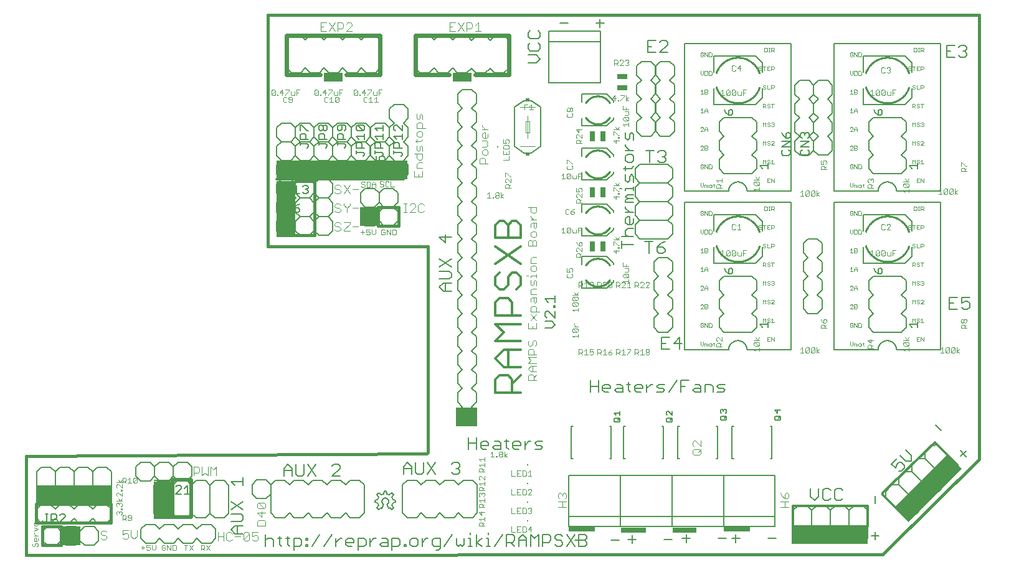
<source format=gto>
G75*
%MOIN*%
%OFA0B0*%
%FSLAX25Y25*%
%IPPOS*%
%LPD*%
%AMOC8*
5,1,8,0,0,1.08239X$1,22.5*
%
%ADD10C,0.01600*%
%ADD11C,0.00600*%
%ADD12R,0.40500X0.10000*%
%ADD13R,0.11500X0.10000*%
%ADD14R,0.14000X0.02500*%
%ADD15R,0.13000X0.03000*%
%ADD16R,0.13500X0.03000*%
%ADD17R,0.14000X0.03000*%
%ADD18C,0.00400*%
%ADD19R,0.10000X0.30000*%
%ADD20C,0.00300*%
%ADD21C,0.01200*%
%ADD22R,0.10000X0.05000*%
%ADD23R,0.70000X0.10000*%
%ADD24C,0.00500*%
%ADD25R,0.10000X0.10000*%
%ADD26R,0.41000X0.10000*%
%ADD27C,0.02400*%
%ADD28R,0.11000X0.10400*%
%ADD29R,0.10000X0.20000*%
%ADD30R,0.10000X0.01000*%
%ADD31C,0.02000*%
%ADD32C,0.00800*%
%ADD33C,0.00200*%
%ADD34C,0.00080*%
%ADD35R,0.00787X0.00787*%
%ADD36R,0.02559X0.05512*%
%ADD37R,0.05512X0.02559*%
%ADD38R,0.02400X0.01400*%
%ADD39C,0.00700*%
D10*
X0002800Y0040700D02*
X0461300Y0041000D01*
X0464300Y0044000D01*
X0512800Y0092000D01*
X0512800Y0330000D01*
X0218800Y0330000D01*
X0218700Y0330000D02*
X0132300Y0330000D01*
X0132300Y0206000D01*
X0217900Y0206000D01*
X0217900Y0095600D01*
X0217200Y0094800D02*
X0002800Y0093500D01*
X0002800Y0040700D01*
X0011700Y0045800D02*
X0021700Y0045800D01*
X0021700Y0055800D01*
X0011700Y0055800D01*
X0011700Y0045800D01*
X0008300Y0058000D02*
X0008300Y0068000D01*
X0048300Y0068000D01*
X0048300Y0058000D01*
X0008300Y0058000D01*
X0146300Y0212000D02*
X0157300Y0212000D01*
X0157300Y0213000D01*
X0157300Y0241000D01*
X0147300Y0241000D01*
X0191300Y0227000D02*
X0191300Y0217000D01*
X0202300Y0217000D01*
X0202300Y0227000D01*
X0191300Y0227000D01*
D11*
X0189400Y0227000D02*
X0184400Y0227000D01*
X0181900Y0229500D01*
X0181900Y0234500D01*
X0184400Y0237000D01*
X0189400Y0237000D01*
X0191900Y0234500D01*
X0191900Y0229500D01*
X0189400Y0227000D01*
X0191900Y0224500D01*
X0194400Y0227000D01*
X0199400Y0227000D01*
X0201900Y0229500D01*
X0201900Y0234500D01*
X0199400Y0237000D01*
X0194400Y0237000D01*
X0191900Y0234500D01*
X0191900Y0229500D01*
X0194400Y0227000D01*
X0199400Y0227000D01*
X0201900Y0224500D01*
X0201900Y0219500D01*
X0199400Y0217000D01*
X0194400Y0217000D01*
X0191900Y0219500D01*
X0191900Y0224500D01*
X0191900Y0219500D01*
X0189400Y0217000D01*
X0184400Y0217000D01*
X0181900Y0219500D01*
X0181900Y0224500D01*
X0184400Y0227000D01*
X0189400Y0227000D01*
X0189800Y0242000D02*
X0187300Y0244500D01*
X0187300Y0249500D01*
X0189800Y0252000D01*
X0187300Y0254500D01*
X0187300Y0259500D01*
X0189800Y0262000D01*
X0187300Y0264500D01*
X0187300Y0269500D01*
X0189800Y0272000D01*
X0194800Y0272000D01*
X0197300Y0269500D01*
X0197300Y0264500D01*
X0194800Y0262000D01*
X0197300Y0259500D01*
X0197300Y0254500D01*
X0194800Y0252000D01*
X0197300Y0249500D01*
X0197300Y0244500D01*
X0194800Y0242000D01*
X0189800Y0242000D01*
X0187100Y0244500D02*
X0184600Y0242000D01*
X0179600Y0242000D01*
X0177100Y0244500D01*
X0177100Y0249500D01*
X0179600Y0252000D01*
X0177100Y0254500D01*
X0177100Y0259500D01*
X0179600Y0262000D01*
X0177100Y0264500D01*
X0177100Y0269500D01*
X0179600Y0272000D01*
X0184600Y0272000D01*
X0187100Y0269500D01*
X0187100Y0264500D01*
X0184600Y0262000D01*
X0187100Y0259500D01*
X0187100Y0254500D01*
X0184600Y0252000D01*
X0187100Y0249500D01*
X0187100Y0244500D01*
X0184600Y0252000D02*
X0179600Y0252000D01*
X0177100Y0254500D02*
X0174600Y0252000D01*
X0177100Y0249500D01*
X0177100Y0244500D01*
X0174600Y0242000D01*
X0169600Y0242000D01*
X0167100Y0244500D01*
X0167100Y0249500D01*
X0169600Y0252000D01*
X0167100Y0254500D01*
X0167100Y0259500D01*
X0169600Y0262000D01*
X0167100Y0264500D01*
X0167100Y0269500D01*
X0169600Y0272000D01*
X0174600Y0272000D01*
X0177100Y0269500D01*
X0177100Y0264500D01*
X0174600Y0262000D01*
X0177100Y0259500D01*
X0177100Y0254500D01*
X0174600Y0252000D02*
X0169600Y0252000D01*
X0167100Y0249500D02*
X0167100Y0244500D01*
X0164600Y0242000D01*
X0167100Y0239500D01*
X0167100Y0234500D01*
X0164600Y0232000D01*
X0159600Y0232000D01*
X0157100Y0234500D01*
X0154600Y0232000D01*
X0149600Y0232000D01*
X0147100Y0234500D01*
X0144600Y0232000D01*
X0139600Y0232000D01*
X0137100Y0234500D01*
X0137100Y0239500D01*
X0139600Y0242000D01*
X0144600Y0242000D01*
X0147100Y0239500D01*
X0149600Y0242000D01*
X0154600Y0242000D01*
X0157100Y0239500D01*
X0159600Y0242000D01*
X0164600Y0242000D01*
X0159600Y0242000D01*
X0157100Y0244500D01*
X0157100Y0249500D01*
X0159600Y0252000D01*
X0157100Y0254500D01*
X0157100Y0259500D01*
X0159600Y0262000D01*
X0157100Y0264500D01*
X0157100Y0269500D01*
X0159600Y0272000D01*
X0164600Y0272000D01*
X0167100Y0269500D01*
X0167100Y0264500D01*
X0164600Y0262000D01*
X0167100Y0259500D01*
X0167100Y0254500D01*
X0164600Y0252000D01*
X0167100Y0249500D01*
X0164600Y0252000D02*
X0159600Y0252000D01*
X0157100Y0249500D02*
X0157100Y0244500D01*
X0154600Y0242000D01*
X0149600Y0242000D01*
X0147100Y0244500D01*
X0147100Y0249500D01*
X0149600Y0252000D01*
X0147100Y0254500D01*
X0147100Y0259500D01*
X0149600Y0262000D01*
X0147100Y0264500D01*
X0147100Y0269500D01*
X0149600Y0272000D01*
X0154600Y0272000D01*
X0157100Y0269500D01*
X0157100Y0264500D01*
X0154600Y0262000D01*
X0157100Y0259500D01*
X0157100Y0254500D01*
X0154600Y0252000D01*
X0157100Y0249500D01*
X0154600Y0252000D02*
X0149600Y0252000D01*
X0147100Y0249500D02*
X0147100Y0244500D01*
X0144600Y0242000D01*
X0139600Y0242000D01*
X0137100Y0244500D01*
X0137100Y0249500D01*
X0139600Y0252000D01*
X0137100Y0254500D01*
X0137100Y0259500D01*
X0139600Y0262000D01*
X0137100Y0264500D01*
X0137100Y0269500D01*
X0139600Y0272000D01*
X0144600Y0272000D01*
X0147100Y0269500D01*
X0147100Y0264500D01*
X0144600Y0262000D01*
X0147100Y0259500D01*
X0147100Y0254500D01*
X0144600Y0252000D01*
X0147100Y0249500D01*
X0144600Y0252000D02*
X0139600Y0252000D01*
X0139600Y0262000D02*
X0144600Y0262000D01*
X0149600Y0262000D02*
X0154600Y0262000D01*
X0159600Y0262000D02*
X0164600Y0262000D01*
X0169600Y0262000D02*
X0174600Y0262000D01*
X0179600Y0262000D02*
X0184600Y0262000D01*
X0189800Y0262000D02*
X0194800Y0262000D01*
X0194800Y0252000D02*
X0189800Y0252000D01*
X0167100Y0229300D02*
X0164600Y0231800D01*
X0159600Y0231800D01*
X0157100Y0229300D01*
X0157100Y0224300D01*
X0159600Y0221800D01*
X0164600Y0221800D01*
X0167100Y0224300D01*
X0167100Y0229300D01*
X0164600Y0221800D02*
X0159600Y0221800D01*
X0157100Y0219300D01*
X0157100Y0214300D01*
X0159600Y0211800D01*
X0164600Y0211800D01*
X0167100Y0214300D01*
X0167100Y0219300D01*
X0164600Y0221800D01*
X0157100Y0219300D02*
X0154600Y0221800D01*
X0149600Y0221800D01*
X0147100Y0224300D01*
X0144600Y0221800D01*
X0139600Y0221800D01*
X0137100Y0224300D01*
X0137100Y0229300D01*
X0139600Y0231800D01*
X0144600Y0231800D01*
X0147100Y0229300D01*
X0149600Y0231800D01*
X0154600Y0231800D01*
X0157100Y0229300D01*
X0157100Y0224300D02*
X0154600Y0221800D01*
X0149600Y0221800D01*
X0147100Y0219300D01*
X0147100Y0214300D01*
X0149600Y0211800D01*
X0154600Y0211800D01*
X0157100Y0214300D01*
X0147100Y0214300D02*
X0144600Y0211800D01*
X0139600Y0211800D01*
X0137100Y0214300D01*
X0137100Y0219300D01*
X0139600Y0221800D01*
X0144600Y0221800D01*
X0147100Y0219300D01*
X0147100Y0224300D02*
X0147100Y0229300D01*
X0147100Y0234500D02*
X0147100Y0239500D01*
X0157100Y0239500D02*
X0157100Y0234500D01*
X0224095Y0211057D02*
X0227297Y0207854D01*
X0227297Y0212125D01*
X0224095Y0211057D02*
X0230500Y0211057D01*
X0230500Y0199234D02*
X0224095Y0194963D01*
X0224095Y0192788D02*
X0229432Y0192788D01*
X0230500Y0191721D01*
X0230500Y0189586D01*
X0229432Y0188518D01*
X0224095Y0188518D01*
X0226230Y0186343D02*
X0224095Y0184208D01*
X0226230Y0182072D01*
X0230500Y0182072D01*
X0227297Y0182072D02*
X0227297Y0186343D01*
X0226230Y0186343D02*
X0230500Y0186343D01*
X0230500Y0194963D02*
X0224095Y0199234D01*
X0264300Y0259500D02*
X0269300Y0256000D01*
X0273300Y0256000D01*
X0278300Y0259500D01*
X0278300Y0280500D01*
X0273300Y0284000D01*
X0269300Y0284000D01*
X0264300Y0280500D01*
X0264300Y0259500D01*
X0320527Y0237021D02*
X0321595Y0237021D01*
X0323730Y0237021D02*
X0323730Y0235953D01*
X0323730Y0237021D02*
X0328000Y0237021D01*
X0328800Y0237500D02*
X0328800Y0232500D01*
X0331300Y0230000D01*
X0346300Y0230000D01*
X0348800Y0227500D01*
X0348800Y0222500D01*
X0346300Y0220000D01*
X0348800Y0217500D01*
X0348800Y0212500D01*
X0346300Y0210000D01*
X0331300Y0210000D01*
X0328800Y0212500D01*
X0328800Y0217500D01*
X0331300Y0220000D01*
X0346300Y0220000D01*
X0346300Y0230000D02*
X0348800Y0232500D01*
X0348800Y0237500D01*
X0346300Y0240000D01*
X0331300Y0240000D01*
X0328800Y0237500D01*
X0328000Y0238088D02*
X0328000Y0235953D01*
X0328000Y0233778D02*
X0324797Y0233778D01*
X0323730Y0232710D01*
X0324797Y0231643D01*
X0328000Y0231643D01*
X0328000Y0229508D02*
X0323730Y0229508D01*
X0323730Y0230575D01*
X0324797Y0231643D01*
X0323730Y0227339D02*
X0323730Y0226272D01*
X0325865Y0224136D01*
X0328000Y0224136D02*
X0323730Y0224136D01*
X0324797Y0221961D02*
X0325865Y0221961D01*
X0325865Y0217691D01*
X0326932Y0217691D02*
X0324797Y0217691D01*
X0323730Y0218759D01*
X0323730Y0220894D01*
X0324797Y0221961D01*
X0328000Y0220894D02*
X0328000Y0218759D01*
X0326932Y0217691D01*
X0328000Y0215516D02*
X0324797Y0215516D01*
X0323730Y0214448D01*
X0323730Y0212313D01*
X0324797Y0211245D01*
X0321595Y0211245D02*
X0328000Y0211245D01*
X0328000Y0206935D02*
X0321595Y0206935D01*
X0321595Y0204800D02*
X0321595Y0209070D01*
X0334100Y0208705D02*
X0338370Y0208705D01*
X0336235Y0208705D02*
X0336235Y0202300D01*
X0340545Y0203368D02*
X0341613Y0202300D01*
X0343748Y0202300D01*
X0344816Y0203368D01*
X0344816Y0204435D01*
X0343748Y0205503D01*
X0340545Y0205503D01*
X0340545Y0203368D01*
X0340545Y0205503D02*
X0342681Y0207638D01*
X0344816Y0208705D01*
X0331300Y0220000D02*
X0328800Y0222500D01*
X0328800Y0227500D01*
X0331300Y0230000D01*
X0331300Y0240000D02*
X0328800Y0242500D01*
X0328800Y0247500D01*
X0331300Y0250000D01*
X0346300Y0250000D01*
X0348800Y0247500D01*
X0348800Y0242500D01*
X0346300Y0240000D01*
X0355300Y0235500D02*
X0355300Y0314500D01*
X0412300Y0314500D01*
X0412300Y0235500D01*
X0388800Y0235500D01*
X0388798Y0235640D01*
X0388792Y0235780D01*
X0388782Y0235920D01*
X0388769Y0236060D01*
X0388751Y0236199D01*
X0388729Y0236338D01*
X0388704Y0236475D01*
X0388675Y0236613D01*
X0388642Y0236749D01*
X0388605Y0236884D01*
X0388564Y0237018D01*
X0388519Y0237151D01*
X0388471Y0237283D01*
X0388419Y0237413D01*
X0388364Y0237542D01*
X0388305Y0237669D01*
X0388242Y0237795D01*
X0388176Y0237919D01*
X0388107Y0238040D01*
X0388034Y0238160D01*
X0387957Y0238278D01*
X0387878Y0238393D01*
X0387795Y0238507D01*
X0387709Y0238617D01*
X0387620Y0238726D01*
X0387528Y0238832D01*
X0387433Y0238935D01*
X0387336Y0239036D01*
X0387235Y0239133D01*
X0387132Y0239228D01*
X0387026Y0239320D01*
X0386917Y0239409D01*
X0386807Y0239495D01*
X0386693Y0239578D01*
X0386578Y0239657D01*
X0386460Y0239734D01*
X0386340Y0239807D01*
X0386219Y0239876D01*
X0386095Y0239942D01*
X0385969Y0240005D01*
X0385842Y0240064D01*
X0385713Y0240119D01*
X0385583Y0240171D01*
X0385451Y0240219D01*
X0385318Y0240264D01*
X0385184Y0240305D01*
X0385049Y0240342D01*
X0384913Y0240375D01*
X0384775Y0240404D01*
X0384638Y0240429D01*
X0384499Y0240451D01*
X0384360Y0240469D01*
X0384220Y0240482D01*
X0384080Y0240492D01*
X0383940Y0240498D01*
X0383800Y0240500D01*
X0383660Y0240498D01*
X0383520Y0240492D01*
X0383380Y0240482D01*
X0383240Y0240469D01*
X0383101Y0240451D01*
X0382962Y0240429D01*
X0382825Y0240404D01*
X0382687Y0240375D01*
X0382551Y0240342D01*
X0382416Y0240305D01*
X0382282Y0240264D01*
X0382149Y0240219D01*
X0382017Y0240171D01*
X0381887Y0240119D01*
X0381758Y0240064D01*
X0381631Y0240005D01*
X0381505Y0239942D01*
X0381381Y0239876D01*
X0381260Y0239807D01*
X0381140Y0239734D01*
X0381022Y0239657D01*
X0380907Y0239578D01*
X0380793Y0239495D01*
X0380683Y0239409D01*
X0380574Y0239320D01*
X0380468Y0239228D01*
X0380365Y0239133D01*
X0380264Y0239036D01*
X0380167Y0238935D01*
X0380072Y0238832D01*
X0379980Y0238726D01*
X0379891Y0238617D01*
X0379805Y0238507D01*
X0379722Y0238393D01*
X0379643Y0238278D01*
X0379566Y0238160D01*
X0379493Y0238040D01*
X0379424Y0237919D01*
X0379358Y0237795D01*
X0379295Y0237669D01*
X0379236Y0237542D01*
X0379181Y0237413D01*
X0379129Y0237283D01*
X0379081Y0237151D01*
X0379036Y0237018D01*
X0378995Y0236884D01*
X0378958Y0236749D01*
X0378925Y0236613D01*
X0378896Y0236475D01*
X0378871Y0236338D01*
X0378849Y0236199D01*
X0378831Y0236060D01*
X0378818Y0235920D01*
X0378808Y0235780D01*
X0378802Y0235640D01*
X0378800Y0235500D01*
X0355300Y0235500D01*
X0355300Y0229500D02*
X0355300Y0150500D01*
X0378800Y0150500D01*
X0378802Y0150640D01*
X0378808Y0150780D01*
X0378818Y0150920D01*
X0378831Y0151060D01*
X0378849Y0151199D01*
X0378871Y0151338D01*
X0378896Y0151475D01*
X0378925Y0151613D01*
X0378958Y0151749D01*
X0378995Y0151884D01*
X0379036Y0152018D01*
X0379081Y0152151D01*
X0379129Y0152283D01*
X0379181Y0152413D01*
X0379236Y0152542D01*
X0379295Y0152669D01*
X0379358Y0152795D01*
X0379424Y0152919D01*
X0379493Y0153040D01*
X0379566Y0153160D01*
X0379643Y0153278D01*
X0379722Y0153393D01*
X0379805Y0153507D01*
X0379891Y0153617D01*
X0379980Y0153726D01*
X0380072Y0153832D01*
X0380167Y0153935D01*
X0380264Y0154036D01*
X0380365Y0154133D01*
X0380468Y0154228D01*
X0380574Y0154320D01*
X0380683Y0154409D01*
X0380793Y0154495D01*
X0380907Y0154578D01*
X0381022Y0154657D01*
X0381140Y0154734D01*
X0381260Y0154807D01*
X0381381Y0154876D01*
X0381505Y0154942D01*
X0381631Y0155005D01*
X0381758Y0155064D01*
X0381887Y0155119D01*
X0382017Y0155171D01*
X0382149Y0155219D01*
X0382282Y0155264D01*
X0382416Y0155305D01*
X0382551Y0155342D01*
X0382687Y0155375D01*
X0382825Y0155404D01*
X0382962Y0155429D01*
X0383101Y0155451D01*
X0383240Y0155469D01*
X0383380Y0155482D01*
X0383520Y0155492D01*
X0383660Y0155498D01*
X0383800Y0155500D01*
X0383940Y0155498D01*
X0384080Y0155492D01*
X0384220Y0155482D01*
X0384360Y0155469D01*
X0384499Y0155451D01*
X0384638Y0155429D01*
X0384775Y0155404D01*
X0384913Y0155375D01*
X0385049Y0155342D01*
X0385184Y0155305D01*
X0385318Y0155264D01*
X0385451Y0155219D01*
X0385583Y0155171D01*
X0385713Y0155119D01*
X0385842Y0155064D01*
X0385969Y0155005D01*
X0386095Y0154942D01*
X0386219Y0154876D01*
X0386340Y0154807D01*
X0386460Y0154734D01*
X0386578Y0154657D01*
X0386693Y0154578D01*
X0386807Y0154495D01*
X0386917Y0154409D01*
X0387026Y0154320D01*
X0387132Y0154228D01*
X0387235Y0154133D01*
X0387336Y0154036D01*
X0387433Y0153935D01*
X0387528Y0153832D01*
X0387620Y0153726D01*
X0387709Y0153617D01*
X0387795Y0153507D01*
X0387878Y0153393D01*
X0387957Y0153278D01*
X0388034Y0153160D01*
X0388107Y0153040D01*
X0388176Y0152919D01*
X0388242Y0152795D01*
X0388305Y0152669D01*
X0388364Y0152542D01*
X0388419Y0152413D01*
X0388471Y0152283D01*
X0388519Y0152151D01*
X0388564Y0152018D01*
X0388605Y0151884D01*
X0388642Y0151749D01*
X0388675Y0151613D01*
X0388704Y0151475D01*
X0388729Y0151338D01*
X0388751Y0151199D01*
X0388769Y0151060D01*
X0388782Y0150920D01*
X0388792Y0150780D01*
X0388798Y0150640D01*
X0388800Y0150500D01*
X0412300Y0150500D01*
X0412300Y0229500D01*
X0355300Y0229500D01*
X0373800Y0247500D02*
X0376300Y0245000D01*
X0391300Y0245000D01*
X0393800Y0247500D01*
X0393800Y0252500D01*
X0391300Y0255000D01*
X0393800Y0257500D01*
X0393800Y0262500D01*
X0391300Y0265000D01*
X0393800Y0267500D01*
X0393800Y0272500D01*
X0391300Y0275000D01*
X0376300Y0275000D01*
X0373800Y0272500D01*
X0373800Y0267500D01*
X0376300Y0265000D01*
X0373800Y0262500D01*
X0373800Y0257500D01*
X0376300Y0255000D01*
X0373800Y0252500D01*
X0373800Y0247500D01*
X0345316Y0251868D02*
X0344248Y0250800D01*
X0342113Y0250800D01*
X0341045Y0251868D01*
X0343181Y0254003D02*
X0344248Y0254003D01*
X0345316Y0252935D01*
X0345316Y0251868D01*
X0344248Y0254003D02*
X0345316Y0255070D01*
X0345316Y0256138D01*
X0344248Y0257205D01*
X0342113Y0257205D01*
X0341045Y0256138D01*
X0338870Y0257205D02*
X0334600Y0257205D01*
X0336735Y0257205D02*
X0336735Y0250800D01*
X0328000Y0252060D02*
X0328000Y0254195D01*
X0326932Y0255263D01*
X0324797Y0255263D01*
X0323730Y0254195D01*
X0323730Y0252060D01*
X0324797Y0250993D01*
X0326932Y0250993D01*
X0328000Y0252060D01*
X0328000Y0248831D02*
X0326932Y0247763D01*
X0322662Y0247763D01*
X0323730Y0246696D02*
X0323730Y0248831D01*
X0323730Y0244521D02*
X0323730Y0241318D01*
X0324797Y0240250D01*
X0325865Y0241318D01*
X0325865Y0243453D01*
X0326932Y0244521D01*
X0328000Y0243453D01*
X0328000Y0240250D01*
X0328000Y0257438D02*
X0323730Y0257438D01*
X0325865Y0257438D02*
X0323730Y0259573D01*
X0323730Y0260641D01*
X0324797Y0262809D02*
X0323730Y0263877D01*
X0323730Y0267080D01*
X0325865Y0266012D02*
X0326932Y0267080D01*
X0328000Y0266012D01*
X0328000Y0262809D01*
X0325865Y0263877D02*
X0324797Y0262809D01*
X0325865Y0263877D02*
X0325865Y0266012D01*
X0278000Y0306435D02*
X0275865Y0304300D01*
X0271595Y0304300D01*
X0271595Y0308570D02*
X0275865Y0308570D01*
X0278000Y0306435D01*
X0276932Y0310745D02*
X0272662Y0310745D01*
X0271595Y0311813D01*
X0271595Y0313948D01*
X0272662Y0315016D01*
X0272662Y0317191D02*
X0276932Y0317191D01*
X0278000Y0318259D01*
X0278000Y0320394D01*
X0276932Y0321461D01*
X0272662Y0321461D02*
X0271595Y0320394D01*
X0271595Y0318259D01*
X0272662Y0317191D01*
X0276932Y0315016D02*
X0278000Y0313948D01*
X0278000Y0311813D01*
X0276932Y0310745D01*
X0261339Y0316343D02*
X0261260Y0301343D01*
X0258747Y0298856D01*
X0253747Y0298882D01*
X0251260Y0301395D01*
X0248747Y0298909D01*
X0243747Y0298935D01*
X0241261Y0301448D01*
X0238748Y0298961D01*
X0233748Y0298987D01*
X0231261Y0301500D01*
X0228748Y0299013D01*
X0223748Y0299039D01*
X0221261Y0301552D01*
X0218748Y0299066D01*
X0213748Y0299092D01*
X0211261Y0301605D01*
X0211340Y0316605D01*
X0213853Y0319091D01*
X0218853Y0319065D01*
X0221339Y0316552D01*
X0223852Y0319039D01*
X0228852Y0319013D01*
X0231339Y0316500D01*
X0233852Y0318987D01*
X0238852Y0318961D01*
X0241339Y0316448D01*
X0243852Y0318934D01*
X0248852Y0318908D01*
X0251339Y0316395D01*
X0253852Y0318882D01*
X0258852Y0318856D01*
X0261339Y0316343D01*
X0288600Y0325503D02*
X0292870Y0325503D01*
X0307936Y0325503D02*
X0312207Y0325503D01*
X0310072Y0327638D02*
X0310072Y0323368D01*
X0335600Y0316205D02*
X0335600Y0309800D01*
X0339870Y0309800D01*
X0342045Y0309800D02*
X0346316Y0314070D01*
X0346316Y0315138D01*
X0345248Y0316205D01*
X0343113Y0316205D01*
X0342045Y0315138D01*
X0339870Y0316205D02*
X0335600Y0316205D01*
X0335600Y0313003D02*
X0337735Y0313003D01*
X0342045Y0309800D02*
X0346316Y0309800D01*
X0435300Y0314500D02*
X0435300Y0235500D01*
X0458800Y0235500D01*
X0458802Y0235640D01*
X0458808Y0235780D01*
X0458818Y0235920D01*
X0458831Y0236060D01*
X0458849Y0236199D01*
X0458871Y0236338D01*
X0458896Y0236475D01*
X0458925Y0236613D01*
X0458958Y0236749D01*
X0458995Y0236884D01*
X0459036Y0237018D01*
X0459081Y0237151D01*
X0459129Y0237283D01*
X0459181Y0237413D01*
X0459236Y0237542D01*
X0459295Y0237669D01*
X0459358Y0237795D01*
X0459424Y0237919D01*
X0459493Y0238040D01*
X0459566Y0238160D01*
X0459643Y0238278D01*
X0459722Y0238393D01*
X0459805Y0238507D01*
X0459891Y0238617D01*
X0459980Y0238726D01*
X0460072Y0238832D01*
X0460167Y0238935D01*
X0460264Y0239036D01*
X0460365Y0239133D01*
X0460468Y0239228D01*
X0460574Y0239320D01*
X0460683Y0239409D01*
X0460793Y0239495D01*
X0460907Y0239578D01*
X0461022Y0239657D01*
X0461140Y0239734D01*
X0461260Y0239807D01*
X0461381Y0239876D01*
X0461505Y0239942D01*
X0461631Y0240005D01*
X0461758Y0240064D01*
X0461887Y0240119D01*
X0462017Y0240171D01*
X0462149Y0240219D01*
X0462282Y0240264D01*
X0462416Y0240305D01*
X0462551Y0240342D01*
X0462687Y0240375D01*
X0462825Y0240404D01*
X0462962Y0240429D01*
X0463101Y0240451D01*
X0463240Y0240469D01*
X0463380Y0240482D01*
X0463520Y0240492D01*
X0463660Y0240498D01*
X0463800Y0240500D01*
X0463940Y0240498D01*
X0464080Y0240492D01*
X0464220Y0240482D01*
X0464360Y0240469D01*
X0464499Y0240451D01*
X0464638Y0240429D01*
X0464775Y0240404D01*
X0464913Y0240375D01*
X0465049Y0240342D01*
X0465184Y0240305D01*
X0465318Y0240264D01*
X0465451Y0240219D01*
X0465583Y0240171D01*
X0465713Y0240119D01*
X0465842Y0240064D01*
X0465969Y0240005D01*
X0466095Y0239942D01*
X0466219Y0239876D01*
X0466340Y0239807D01*
X0466460Y0239734D01*
X0466578Y0239657D01*
X0466693Y0239578D01*
X0466807Y0239495D01*
X0466917Y0239409D01*
X0467026Y0239320D01*
X0467132Y0239228D01*
X0467235Y0239133D01*
X0467336Y0239036D01*
X0467433Y0238935D01*
X0467528Y0238832D01*
X0467620Y0238726D01*
X0467709Y0238617D01*
X0467795Y0238507D01*
X0467878Y0238393D01*
X0467957Y0238278D01*
X0468034Y0238160D01*
X0468107Y0238040D01*
X0468176Y0237919D01*
X0468242Y0237795D01*
X0468305Y0237669D01*
X0468364Y0237542D01*
X0468419Y0237413D01*
X0468471Y0237283D01*
X0468519Y0237151D01*
X0468564Y0237018D01*
X0468605Y0236884D01*
X0468642Y0236749D01*
X0468675Y0236613D01*
X0468704Y0236475D01*
X0468729Y0236338D01*
X0468751Y0236199D01*
X0468769Y0236060D01*
X0468782Y0235920D01*
X0468792Y0235780D01*
X0468798Y0235640D01*
X0468800Y0235500D01*
X0492300Y0235500D01*
X0492300Y0314500D01*
X0435300Y0314500D01*
X0456300Y0275000D02*
X0471300Y0275000D01*
X0473800Y0272500D01*
X0473800Y0267500D01*
X0471300Y0265000D01*
X0473800Y0262500D01*
X0473800Y0257500D01*
X0471300Y0255000D01*
X0473800Y0252500D01*
X0473800Y0247500D01*
X0471300Y0245000D01*
X0456300Y0245000D01*
X0453800Y0247500D01*
X0453800Y0252500D01*
X0456300Y0255000D01*
X0453800Y0257500D01*
X0453800Y0262500D01*
X0456300Y0265000D01*
X0453800Y0267500D01*
X0453800Y0272500D01*
X0456300Y0275000D01*
X0495600Y0307300D02*
X0499870Y0307300D01*
X0502045Y0308368D02*
X0503113Y0307300D01*
X0505248Y0307300D01*
X0506316Y0308368D01*
X0506316Y0309435D01*
X0505248Y0310503D01*
X0504181Y0310503D01*
X0505248Y0310503D02*
X0506316Y0311570D01*
X0506316Y0312638D01*
X0505248Y0313705D01*
X0503113Y0313705D01*
X0502045Y0312638D01*
X0499870Y0313705D02*
X0495600Y0313705D01*
X0495600Y0307300D01*
X0495600Y0310503D02*
X0497735Y0310503D01*
X0492300Y0229500D02*
X0435300Y0229500D01*
X0435300Y0150500D01*
X0458800Y0150500D01*
X0458802Y0150640D01*
X0458808Y0150780D01*
X0458818Y0150920D01*
X0458831Y0151060D01*
X0458849Y0151199D01*
X0458871Y0151338D01*
X0458896Y0151475D01*
X0458925Y0151613D01*
X0458958Y0151749D01*
X0458995Y0151884D01*
X0459036Y0152018D01*
X0459081Y0152151D01*
X0459129Y0152283D01*
X0459181Y0152413D01*
X0459236Y0152542D01*
X0459295Y0152669D01*
X0459358Y0152795D01*
X0459424Y0152919D01*
X0459493Y0153040D01*
X0459566Y0153160D01*
X0459643Y0153278D01*
X0459722Y0153393D01*
X0459805Y0153507D01*
X0459891Y0153617D01*
X0459980Y0153726D01*
X0460072Y0153832D01*
X0460167Y0153935D01*
X0460264Y0154036D01*
X0460365Y0154133D01*
X0460468Y0154228D01*
X0460574Y0154320D01*
X0460683Y0154409D01*
X0460793Y0154495D01*
X0460907Y0154578D01*
X0461022Y0154657D01*
X0461140Y0154734D01*
X0461260Y0154807D01*
X0461381Y0154876D01*
X0461505Y0154942D01*
X0461631Y0155005D01*
X0461758Y0155064D01*
X0461887Y0155119D01*
X0462017Y0155171D01*
X0462149Y0155219D01*
X0462282Y0155264D01*
X0462416Y0155305D01*
X0462551Y0155342D01*
X0462687Y0155375D01*
X0462825Y0155404D01*
X0462962Y0155429D01*
X0463101Y0155451D01*
X0463240Y0155469D01*
X0463380Y0155482D01*
X0463520Y0155492D01*
X0463660Y0155498D01*
X0463800Y0155500D01*
X0463940Y0155498D01*
X0464080Y0155492D01*
X0464220Y0155482D01*
X0464360Y0155469D01*
X0464499Y0155451D01*
X0464638Y0155429D01*
X0464775Y0155404D01*
X0464913Y0155375D01*
X0465049Y0155342D01*
X0465184Y0155305D01*
X0465318Y0155264D01*
X0465451Y0155219D01*
X0465583Y0155171D01*
X0465713Y0155119D01*
X0465842Y0155064D01*
X0465969Y0155005D01*
X0466095Y0154942D01*
X0466219Y0154876D01*
X0466340Y0154807D01*
X0466460Y0154734D01*
X0466578Y0154657D01*
X0466693Y0154578D01*
X0466807Y0154495D01*
X0466917Y0154409D01*
X0467026Y0154320D01*
X0467132Y0154228D01*
X0467235Y0154133D01*
X0467336Y0154036D01*
X0467433Y0153935D01*
X0467528Y0153832D01*
X0467620Y0153726D01*
X0467709Y0153617D01*
X0467795Y0153507D01*
X0467878Y0153393D01*
X0467957Y0153278D01*
X0468034Y0153160D01*
X0468107Y0153040D01*
X0468176Y0152919D01*
X0468242Y0152795D01*
X0468305Y0152669D01*
X0468364Y0152542D01*
X0468419Y0152413D01*
X0468471Y0152283D01*
X0468519Y0152151D01*
X0468564Y0152018D01*
X0468605Y0151884D01*
X0468642Y0151749D01*
X0468675Y0151613D01*
X0468704Y0151475D01*
X0468729Y0151338D01*
X0468751Y0151199D01*
X0468769Y0151060D01*
X0468782Y0150920D01*
X0468792Y0150780D01*
X0468798Y0150640D01*
X0468800Y0150500D01*
X0492300Y0150500D01*
X0492300Y0229500D01*
X0471300Y0190000D02*
X0456300Y0190000D01*
X0453800Y0187500D01*
X0453800Y0182500D01*
X0456300Y0180000D01*
X0453800Y0177500D01*
X0453800Y0172500D01*
X0456300Y0170000D01*
X0453800Y0167500D01*
X0453800Y0162500D01*
X0456300Y0160000D01*
X0471300Y0160000D01*
X0473800Y0162500D01*
X0473800Y0167500D01*
X0471300Y0170000D01*
X0473800Y0172500D01*
X0473800Y0177500D01*
X0471300Y0180000D01*
X0473800Y0182500D01*
X0473800Y0187500D01*
X0471300Y0190000D01*
X0497100Y0178705D02*
X0497100Y0172300D01*
X0501370Y0172300D01*
X0503545Y0173368D02*
X0504613Y0172300D01*
X0506748Y0172300D01*
X0507816Y0173368D01*
X0507816Y0175503D01*
X0506748Y0176570D01*
X0505681Y0176570D01*
X0503545Y0175503D01*
X0503545Y0178705D01*
X0507816Y0178705D01*
X0501370Y0178705D02*
X0497100Y0178705D01*
X0497100Y0175503D02*
X0499235Y0175503D01*
X0489611Y0110436D02*
X0492572Y0107359D01*
X0491105Y0099461D02*
X0487569Y0099455D01*
X0484040Y0095913D01*
X0484046Y0092377D01*
X0494671Y0081789D01*
X0494677Y0078254D01*
X0491148Y0074712D01*
X0487613Y0074706D01*
X0476987Y0085294D01*
X0473452Y0085288D01*
X0469923Y0081746D01*
X0469929Y0078211D01*
X0466393Y0078204D01*
X0462864Y0074663D01*
X0462870Y0071127D01*
X0473495Y0060539D01*
X0477031Y0060545D01*
X0480560Y0064087D01*
X0480554Y0067623D01*
X0469929Y0078211D01*
X0469790Y0085649D02*
X0471299Y0085638D01*
X0472820Y0087137D01*
X0472830Y0088647D01*
X0471331Y0090167D01*
X0469821Y0090178D01*
X0469061Y0089428D01*
X0468290Y0087169D01*
X0466042Y0089449D01*
X0469082Y0092448D01*
X0470631Y0093975D02*
X0473629Y0090935D01*
X0476649Y0090914D01*
X0476670Y0093933D01*
X0473672Y0096974D01*
X0480511Y0092371D02*
X0476981Y0088830D01*
X0476987Y0085294D01*
X0480511Y0092371D02*
X0484046Y0092377D01*
X0491105Y0099461D02*
X0501730Y0088873D01*
X0501736Y0085337D01*
X0498207Y0081796D01*
X0494671Y0081789D01*
X0487613Y0074706D02*
X0487619Y0071170D01*
X0484089Y0067629D01*
X0480554Y0067623D01*
X0457297Y0068136D02*
X0457297Y0072407D01*
X0450800Y0067000D02*
X0453300Y0064500D01*
X0453300Y0049500D01*
X0450800Y0047000D01*
X0445800Y0047000D01*
X0443300Y0049500D01*
X0443300Y0064500D01*
X0440800Y0067000D01*
X0435800Y0067000D01*
X0433300Y0064500D01*
X0433300Y0049500D01*
X0430800Y0047000D01*
X0425800Y0047000D01*
X0423300Y0049500D01*
X0420800Y0047000D01*
X0415800Y0047000D01*
X0413300Y0049500D01*
X0413300Y0064500D01*
X0415800Y0067000D01*
X0420800Y0067000D01*
X0423300Y0064500D01*
X0423300Y0049500D01*
X0433300Y0049500D02*
X0435800Y0047000D01*
X0440800Y0047000D01*
X0443300Y0049500D01*
X0455162Y0050935D02*
X0459432Y0050935D01*
X0457297Y0048800D02*
X0457297Y0053070D01*
X0445800Y0067000D02*
X0443300Y0064500D01*
X0445800Y0067000D02*
X0450800Y0067000D01*
X0439925Y0070868D02*
X0438857Y0069800D01*
X0436722Y0069800D01*
X0435654Y0070868D01*
X0435654Y0075138D01*
X0436722Y0076205D01*
X0438857Y0076205D01*
X0439925Y0075138D01*
X0433479Y0075138D02*
X0432412Y0076205D01*
X0430277Y0076205D01*
X0429209Y0075138D01*
X0429209Y0070868D01*
X0430277Y0069800D01*
X0432412Y0069800D01*
X0433479Y0070868D01*
X0430800Y0067000D02*
X0425800Y0067000D01*
X0423300Y0064500D01*
X0424899Y0069800D02*
X0427034Y0071935D01*
X0427034Y0076205D01*
X0422763Y0076205D02*
X0422763Y0071935D01*
X0424899Y0069800D01*
X0430800Y0067000D02*
X0433300Y0064500D01*
X0404207Y0049503D02*
X0399936Y0049503D01*
X0384870Y0049503D02*
X0380600Y0049503D01*
X0377707Y0049503D02*
X0373436Y0049503D01*
X0382735Y0051638D02*
X0382735Y0047368D01*
X0358370Y0049503D02*
X0354100Y0049503D01*
X0356235Y0051638D02*
X0356235Y0047368D01*
X0348707Y0049003D02*
X0344436Y0049003D01*
X0329370Y0049003D02*
X0325100Y0049003D01*
X0327235Y0051138D02*
X0327235Y0046868D01*
X0320207Y0048503D02*
X0315936Y0048503D01*
X0302953Y0049570D02*
X0301886Y0048503D01*
X0298683Y0048503D01*
X0296600Y0048503D02*
X0300870Y0048503D01*
X0301886Y0048503D02*
X0302953Y0047435D01*
X0302953Y0046368D01*
X0301886Y0045300D01*
X0298683Y0045300D01*
X0298683Y0051705D01*
X0301886Y0051705D01*
X0302953Y0050638D01*
X0302953Y0049570D01*
X0298735Y0050638D02*
X0298735Y0046368D01*
X0296508Y0045300D02*
X0292237Y0051705D01*
X0290062Y0050638D02*
X0288995Y0051705D01*
X0286859Y0051705D01*
X0285792Y0050638D01*
X0285792Y0049570D01*
X0286859Y0048503D01*
X0288995Y0048503D01*
X0290062Y0047435D01*
X0290062Y0046368D01*
X0288995Y0045300D01*
X0286859Y0045300D01*
X0285792Y0046368D01*
X0283617Y0048503D02*
X0282549Y0047435D01*
X0279346Y0047435D01*
X0279346Y0045300D02*
X0279346Y0051705D01*
X0282549Y0051705D01*
X0283617Y0050638D01*
X0283617Y0048503D01*
X0277171Y0051705D02*
X0277171Y0045300D01*
X0272901Y0045300D02*
X0272901Y0051705D01*
X0275036Y0049570D01*
X0277171Y0051705D01*
X0270726Y0049570D02*
X0270726Y0045300D01*
X0270726Y0048503D02*
X0266455Y0048503D01*
X0266455Y0049570D02*
X0268591Y0051705D01*
X0270726Y0049570D01*
X0266455Y0049570D02*
X0266455Y0045300D01*
X0264280Y0045300D02*
X0262145Y0047435D01*
X0263213Y0047435D02*
X0260010Y0047435D01*
X0260010Y0045300D02*
X0260010Y0051705D01*
X0263213Y0051705D01*
X0264280Y0050638D01*
X0264280Y0048503D01*
X0263213Y0047435D01*
X0257835Y0051705D02*
X0253564Y0045300D01*
X0251403Y0045300D02*
X0249267Y0045300D01*
X0250335Y0045300D02*
X0250335Y0049570D01*
X0249267Y0049570D01*
X0247099Y0049570D02*
X0243896Y0047435D01*
X0247099Y0045300D01*
X0243896Y0045300D02*
X0243896Y0051705D01*
X0240667Y0051705D02*
X0240667Y0052773D01*
X0240667Y0049570D02*
X0240667Y0045300D01*
X0241734Y0045300D02*
X0239599Y0045300D01*
X0237424Y0046368D02*
X0237424Y0049570D01*
X0239599Y0049570D02*
X0240667Y0049570D01*
X0237424Y0046368D02*
X0236356Y0045300D01*
X0235289Y0046368D01*
X0234221Y0045300D01*
X0233154Y0046368D01*
X0233154Y0049570D01*
X0230979Y0051705D02*
X0226708Y0045300D01*
X0224533Y0045300D02*
X0221330Y0045300D01*
X0220263Y0046368D01*
X0220263Y0048503D01*
X0221330Y0049570D01*
X0224533Y0049570D01*
X0224533Y0044232D01*
X0223465Y0043165D01*
X0222398Y0043165D01*
X0218094Y0049570D02*
X0217027Y0049570D01*
X0214891Y0047435D01*
X0214891Y0045300D02*
X0214891Y0049570D01*
X0212716Y0048503D02*
X0211649Y0049570D01*
X0209514Y0049570D01*
X0208446Y0048503D01*
X0208446Y0046368D01*
X0209514Y0045300D01*
X0211649Y0045300D01*
X0212716Y0046368D01*
X0212716Y0048503D01*
X0206291Y0046368D02*
X0206291Y0045300D01*
X0205223Y0045300D01*
X0205223Y0046368D01*
X0206291Y0046368D01*
X0203048Y0046368D02*
X0203048Y0048503D01*
X0201980Y0049570D01*
X0198778Y0049570D01*
X0198778Y0043165D01*
X0198778Y0045300D02*
X0201980Y0045300D01*
X0203048Y0046368D01*
X0196603Y0047435D02*
X0193400Y0047435D01*
X0192332Y0046368D01*
X0193400Y0045300D01*
X0196603Y0045300D01*
X0196603Y0048503D01*
X0195535Y0049570D01*
X0193400Y0049570D01*
X0190164Y0049570D02*
X0189096Y0049570D01*
X0186961Y0047435D01*
X0186961Y0045300D02*
X0186961Y0049570D01*
X0184786Y0048503D02*
X0184786Y0046368D01*
X0183718Y0045300D01*
X0180515Y0045300D01*
X0180515Y0043165D02*
X0180515Y0049570D01*
X0183718Y0049570D01*
X0184786Y0048503D01*
X0178340Y0048503D02*
X0178340Y0047435D01*
X0174070Y0047435D01*
X0174070Y0046368D02*
X0174070Y0048503D01*
X0175138Y0049570D01*
X0177273Y0049570D01*
X0178340Y0048503D01*
X0177273Y0045300D02*
X0175138Y0045300D01*
X0174070Y0046368D01*
X0171901Y0049570D02*
X0170834Y0049570D01*
X0168699Y0047435D01*
X0168699Y0045300D02*
X0168699Y0049570D01*
X0166524Y0051705D02*
X0162253Y0045300D01*
X0155808Y0045300D02*
X0160078Y0051705D01*
X0153653Y0049570D02*
X0153653Y0048503D01*
X0152585Y0048503D01*
X0152585Y0049570D01*
X0153653Y0049570D01*
X0153653Y0046368D02*
X0153653Y0045300D01*
X0152585Y0045300D01*
X0152585Y0046368D01*
X0153653Y0046368D01*
X0150410Y0046368D02*
X0150410Y0048503D01*
X0149342Y0049570D01*
X0146139Y0049570D01*
X0146139Y0043165D01*
X0146139Y0045300D02*
X0149342Y0045300D01*
X0150410Y0046368D01*
X0143978Y0045300D02*
X0142910Y0046368D01*
X0142910Y0050638D01*
X0141842Y0049570D02*
X0143978Y0049570D01*
X0139681Y0049570D02*
X0137545Y0049570D01*
X0138613Y0050638D02*
X0138613Y0046368D01*
X0139681Y0045300D01*
X0135370Y0045300D02*
X0135370Y0048503D01*
X0134303Y0049570D01*
X0132168Y0049570D01*
X0131100Y0048503D01*
X0131100Y0051705D02*
X0131100Y0045300D01*
X0119000Y0052072D02*
X0114730Y0052072D01*
X0112595Y0054208D01*
X0114730Y0056343D01*
X0119000Y0056343D01*
X0117932Y0058518D02*
X0119000Y0059586D01*
X0119000Y0061721D01*
X0117932Y0062788D01*
X0112595Y0062788D01*
X0111400Y0063000D02*
X0111400Y0078000D01*
X0108900Y0080500D01*
X0103900Y0080500D01*
X0101400Y0078000D01*
X0101400Y0063000D01*
X0103900Y0060500D01*
X0108900Y0060500D01*
X0111400Y0063000D01*
X0112595Y0064963D02*
X0119000Y0069234D01*
X0119000Y0064963D02*
X0112595Y0069234D01*
X0101400Y0063000D02*
X0098900Y0060500D01*
X0093900Y0060500D01*
X0091400Y0063000D01*
X0091400Y0078000D01*
X0093900Y0080500D01*
X0098900Y0080500D01*
X0101400Y0078000D01*
X0091400Y0078000D02*
X0088900Y0080500D01*
X0083900Y0080500D01*
X0081400Y0078000D01*
X0081400Y0063000D01*
X0083900Y0060500D01*
X0088900Y0060500D01*
X0091400Y0063000D01*
X0081400Y0063000D02*
X0078900Y0060500D01*
X0073900Y0060500D01*
X0071400Y0063000D01*
X0071400Y0078000D01*
X0073900Y0080500D01*
X0078900Y0080500D01*
X0081400Y0078000D01*
X0079200Y0080400D02*
X0074200Y0080400D01*
X0071700Y0082900D01*
X0069200Y0080400D01*
X0064200Y0080400D01*
X0061700Y0082900D01*
X0061700Y0087900D01*
X0064200Y0090400D01*
X0069200Y0090400D01*
X0071700Y0087900D01*
X0074200Y0090400D01*
X0079200Y0090400D01*
X0081700Y0087900D01*
X0084200Y0090400D01*
X0089200Y0090400D01*
X0091700Y0087900D01*
X0091700Y0082900D01*
X0089200Y0080400D01*
X0084200Y0080400D01*
X0081700Y0082900D01*
X0079200Y0080400D01*
X0081700Y0082900D02*
X0081700Y0087900D01*
X0071700Y0087900D02*
X0071700Y0082900D01*
X0048600Y0085200D02*
X0048600Y0070200D01*
X0046100Y0067700D01*
X0041100Y0067700D01*
X0038600Y0070200D01*
X0038600Y0085200D01*
X0041100Y0087700D01*
X0046100Y0087700D01*
X0048600Y0085200D01*
X0038600Y0085200D02*
X0036100Y0087700D01*
X0031100Y0087700D01*
X0028600Y0085200D01*
X0028600Y0070200D01*
X0031100Y0067700D01*
X0036100Y0067700D01*
X0038600Y0070200D01*
X0028600Y0070200D02*
X0026100Y0067700D01*
X0021100Y0067700D01*
X0018600Y0070200D01*
X0018600Y0085200D01*
X0021100Y0087700D01*
X0026100Y0087700D01*
X0028600Y0085200D01*
X0018600Y0085200D02*
X0016100Y0087700D01*
X0011100Y0087700D01*
X0008600Y0085200D01*
X0008600Y0070200D01*
X0011100Y0067700D01*
X0016100Y0067700D01*
X0018600Y0070200D01*
X0019200Y0055800D02*
X0014200Y0055800D01*
X0011700Y0053300D01*
X0011700Y0048300D01*
X0014200Y0045800D01*
X0019200Y0045800D01*
X0021700Y0048300D01*
X0024200Y0045800D01*
X0029200Y0045800D01*
X0031700Y0048300D01*
X0034200Y0045800D01*
X0039200Y0045800D01*
X0041700Y0048300D01*
X0041700Y0053300D01*
X0039200Y0055800D01*
X0034200Y0055800D01*
X0031700Y0053300D01*
X0031700Y0048300D01*
X0021700Y0048300D02*
X0021700Y0053300D01*
X0024200Y0055800D01*
X0029200Y0055800D01*
X0031700Y0053300D01*
X0021700Y0053300D02*
X0019200Y0055800D01*
X0112595Y0058518D02*
X0117932Y0058518D01*
X0115797Y0056343D02*
X0115797Y0052072D01*
X0133800Y0063125D02*
X0133800Y0078125D01*
X0136300Y0080625D01*
X0141300Y0080625D01*
X0143800Y0078125D01*
X0146300Y0080625D01*
X0151300Y0080625D01*
X0153800Y0078125D01*
X0156300Y0080625D01*
X0161300Y0080625D01*
X0163800Y0078125D01*
X0166300Y0080625D01*
X0171300Y0080625D01*
X0173800Y0078125D01*
X0176300Y0080625D01*
X0181300Y0080625D01*
X0183800Y0078125D01*
X0183800Y0063125D01*
X0181300Y0060625D01*
X0176300Y0060625D01*
X0173800Y0063125D01*
X0171300Y0060625D01*
X0166300Y0060625D01*
X0163800Y0063125D01*
X0161300Y0060625D01*
X0156300Y0060625D01*
X0153800Y0063125D01*
X0151300Y0060625D01*
X0146300Y0060625D01*
X0143800Y0063125D01*
X0141300Y0060625D01*
X0136300Y0060625D01*
X0133800Y0063125D01*
X0131400Y0070800D02*
X0126400Y0070800D01*
X0123900Y0073300D01*
X0123900Y0078300D01*
X0126400Y0080800D01*
X0131400Y0080800D01*
X0133900Y0078300D01*
X0133900Y0073300D01*
X0131400Y0070800D01*
X0119000Y0077854D02*
X0119000Y0082125D01*
X0119000Y0079990D02*
X0112595Y0079990D01*
X0114730Y0077854D01*
X0140872Y0082800D02*
X0140872Y0087070D01*
X0143008Y0089205D01*
X0145143Y0087070D01*
X0145143Y0082800D01*
X0147318Y0083868D02*
X0148386Y0082800D01*
X0150521Y0082800D01*
X0151588Y0083868D01*
X0151588Y0089205D01*
X0153763Y0089205D02*
X0158034Y0082800D01*
X0153763Y0082800D02*
X0158034Y0089205D01*
X0166654Y0088138D02*
X0167722Y0089205D01*
X0169857Y0089205D01*
X0170925Y0088138D01*
X0170925Y0087070D01*
X0166654Y0082800D01*
X0170925Y0082800D01*
X0190750Y0072900D02*
X0191650Y0073800D01*
X0192950Y0072900D01*
X0194150Y0073400D01*
X0194450Y0075000D01*
X0195750Y0075000D01*
X0196050Y0073400D01*
X0197250Y0072900D01*
X0198650Y0073800D01*
X0199550Y0072900D01*
X0198650Y0071600D01*
X0199150Y0070400D01*
X0200650Y0070100D01*
X0200650Y0068800D01*
X0199250Y0068500D01*
X0198650Y0067200D01*
X0199550Y0065900D01*
X0198650Y0065000D01*
X0197450Y0065800D01*
X0196850Y0065500D01*
X0195950Y0067800D01*
X0194350Y0067800D02*
X0193350Y0065500D01*
X0192850Y0065800D01*
X0191650Y0065000D01*
X0190750Y0065900D01*
X0191550Y0067200D01*
X0191050Y0068500D01*
X0189550Y0068800D01*
X0189550Y0070100D01*
X0191050Y0070300D01*
X0191650Y0071600D01*
X0190750Y0072900D01*
X0194350Y0067800D02*
X0194276Y0067839D01*
X0194203Y0067882D01*
X0194133Y0067928D01*
X0194065Y0067978D01*
X0193999Y0068030D01*
X0193936Y0068086D01*
X0193876Y0068144D01*
X0193818Y0068205D01*
X0193764Y0068269D01*
X0193712Y0068335D01*
X0193664Y0068404D01*
X0193619Y0068475D01*
X0193577Y0068548D01*
X0193539Y0068623D01*
X0193504Y0068699D01*
X0193473Y0068777D01*
X0193445Y0068857D01*
X0193422Y0068938D01*
X0193402Y0069019D01*
X0193386Y0069102D01*
X0193374Y0069185D01*
X0193366Y0069269D01*
X0193362Y0069352D01*
X0193361Y0069437D01*
X0193365Y0069520D01*
X0193373Y0069604D01*
X0193384Y0069687D01*
X0193400Y0069770D01*
X0193419Y0069852D01*
X0193442Y0069933D01*
X0193469Y0070012D01*
X0193500Y0070091D01*
X0193534Y0070167D01*
X0193572Y0070242D01*
X0193613Y0070315D01*
X0193658Y0070387D01*
X0193706Y0070456D01*
X0193757Y0070522D01*
X0193811Y0070587D01*
X0193868Y0070648D01*
X0193928Y0070707D01*
X0193991Y0070763D01*
X0194056Y0070816D01*
X0194124Y0070866D01*
X0194194Y0070912D01*
X0194266Y0070955D01*
X0194340Y0070995D01*
X0194416Y0071031D01*
X0194493Y0071064D01*
X0194572Y0071093D01*
X0194652Y0071118D01*
X0194734Y0071140D01*
X0194816Y0071158D01*
X0194899Y0071171D01*
X0194982Y0071181D01*
X0195066Y0071187D01*
X0195150Y0071189D01*
X0195234Y0071187D01*
X0195318Y0071181D01*
X0195401Y0071171D01*
X0195484Y0071158D01*
X0195566Y0071140D01*
X0195648Y0071118D01*
X0195728Y0071093D01*
X0195807Y0071064D01*
X0195884Y0071031D01*
X0195960Y0070995D01*
X0196034Y0070955D01*
X0196106Y0070912D01*
X0196176Y0070866D01*
X0196244Y0070816D01*
X0196309Y0070763D01*
X0196372Y0070707D01*
X0196432Y0070648D01*
X0196489Y0070587D01*
X0196543Y0070522D01*
X0196594Y0070456D01*
X0196642Y0070387D01*
X0196687Y0070315D01*
X0196728Y0070242D01*
X0196766Y0070167D01*
X0196800Y0070091D01*
X0196831Y0070012D01*
X0196858Y0069933D01*
X0196881Y0069852D01*
X0196900Y0069770D01*
X0196916Y0069687D01*
X0196927Y0069604D01*
X0196935Y0069520D01*
X0196939Y0069437D01*
X0196938Y0069352D01*
X0196934Y0069269D01*
X0196926Y0069185D01*
X0196914Y0069102D01*
X0196898Y0069019D01*
X0196878Y0068938D01*
X0196855Y0068857D01*
X0196827Y0068777D01*
X0196796Y0068699D01*
X0196761Y0068623D01*
X0196723Y0068548D01*
X0196681Y0068475D01*
X0196636Y0068404D01*
X0196588Y0068335D01*
X0196536Y0068269D01*
X0196482Y0068205D01*
X0196424Y0068144D01*
X0196364Y0068086D01*
X0196301Y0068030D01*
X0196235Y0067978D01*
X0196167Y0067928D01*
X0196097Y0067882D01*
X0196024Y0067839D01*
X0195950Y0067800D01*
X0204425Y0063125D02*
X0204425Y0078125D01*
X0206925Y0080625D01*
X0211925Y0080625D01*
X0214425Y0078125D01*
X0216925Y0080625D01*
X0221925Y0080625D01*
X0224425Y0078125D01*
X0226925Y0080625D01*
X0231925Y0080625D01*
X0234425Y0078125D01*
X0236925Y0080625D01*
X0241925Y0080625D01*
X0244425Y0078125D01*
X0244425Y0063125D01*
X0241925Y0060625D01*
X0236925Y0060625D01*
X0234425Y0063125D01*
X0231925Y0060625D01*
X0226925Y0060625D01*
X0224425Y0063125D01*
X0221925Y0060625D01*
X0216925Y0060625D01*
X0214425Y0063125D01*
X0211925Y0060625D01*
X0206925Y0060625D01*
X0204425Y0063125D01*
X0204872Y0083800D02*
X0204872Y0088070D01*
X0207008Y0090205D01*
X0209143Y0088070D01*
X0209143Y0083800D01*
X0211318Y0084868D02*
X0212386Y0083800D01*
X0214521Y0083800D01*
X0215588Y0084868D01*
X0215588Y0090205D01*
X0217763Y0090205D02*
X0222034Y0083800D01*
X0217763Y0083800D02*
X0222034Y0090205D01*
X0230654Y0089138D02*
X0231722Y0090205D01*
X0233857Y0090205D01*
X0234925Y0089138D01*
X0234925Y0088070D01*
X0233857Y0087003D01*
X0234925Y0085935D01*
X0234925Y0084868D01*
X0233857Y0083800D01*
X0231722Y0083800D01*
X0230654Y0084868D01*
X0232790Y0087003D02*
X0233857Y0087003D01*
X0239704Y0097300D02*
X0239704Y0103705D01*
X0239704Y0100503D02*
X0243975Y0100503D01*
X0246150Y0100503D02*
X0247217Y0101570D01*
X0249352Y0101570D01*
X0250420Y0100503D01*
X0250420Y0099435D01*
X0246150Y0099435D01*
X0246150Y0098368D02*
X0246150Y0100503D01*
X0246150Y0098368D02*
X0247217Y0097300D01*
X0249352Y0097300D01*
X0252595Y0098368D02*
X0253663Y0099435D01*
X0256866Y0099435D01*
X0256866Y0100503D02*
X0256866Y0097300D01*
X0253663Y0097300D01*
X0252595Y0098368D01*
X0253663Y0101570D02*
X0255798Y0101570D01*
X0256866Y0100503D01*
X0259041Y0101570D02*
X0261176Y0101570D01*
X0260108Y0102638D02*
X0260108Y0098368D01*
X0261176Y0097300D01*
X0263338Y0098368D02*
X0263338Y0100503D01*
X0264405Y0101570D01*
X0266540Y0101570D01*
X0267608Y0100503D01*
X0267608Y0099435D01*
X0263338Y0099435D01*
X0263338Y0098368D02*
X0264405Y0097300D01*
X0266540Y0097300D01*
X0269783Y0097300D02*
X0269783Y0101570D01*
X0269783Y0099435D02*
X0271918Y0101570D01*
X0272986Y0101570D01*
X0275154Y0100503D02*
X0276222Y0099435D01*
X0278357Y0099435D01*
X0279425Y0098368D01*
X0278357Y0097300D01*
X0275154Y0097300D01*
X0275154Y0100503D02*
X0276222Y0101570D01*
X0279425Y0101570D01*
X0243975Y0103705D02*
X0243975Y0097300D01*
X0211318Y0090205D02*
X0211318Y0084868D01*
X0209143Y0087003D02*
X0204872Y0087003D01*
X0250335Y0052773D02*
X0250335Y0051705D01*
X0292237Y0045300D02*
X0296508Y0051705D01*
X0304977Y0127800D02*
X0304977Y0134205D01*
X0304977Y0131003D02*
X0309247Y0131003D01*
X0311422Y0131003D02*
X0312490Y0132070D01*
X0314625Y0132070D01*
X0315692Y0131003D01*
X0315692Y0129935D01*
X0311422Y0129935D01*
X0311422Y0128868D02*
X0311422Y0131003D01*
X0311422Y0128868D02*
X0312490Y0127800D01*
X0314625Y0127800D01*
X0317868Y0128868D02*
X0318935Y0129935D01*
X0322138Y0129935D01*
X0322138Y0131003D02*
X0322138Y0127800D01*
X0318935Y0127800D01*
X0317868Y0128868D01*
X0318935Y0132070D02*
X0321070Y0132070D01*
X0322138Y0131003D01*
X0324313Y0132070D02*
X0326448Y0132070D01*
X0325381Y0133138D02*
X0325381Y0128868D01*
X0326448Y0127800D01*
X0328610Y0128868D02*
X0328610Y0131003D01*
X0329678Y0132070D01*
X0331813Y0132070D01*
X0332880Y0131003D01*
X0332880Y0129935D01*
X0328610Y0129935D01*
X0328610Y0128868D02*
X0329678Y0127800D01*
X0331813Y0127800D01*
X0335056Y0127800D02*
X0335056Y0132070D01*
X0337191Y0132070D02*
X0338258Y0132070D01*
X0337191Y0132070D02*
X0335056Y0129935D01*
X0340427Y0131003D02*
X0341494Y0132070D01*
X0344697Y0132070D01*
X0343630Y0129935D02*
X0344697Y0128868D01*
X0343630Y0127800D01*
X0340427Y0127800D01*
X0341494Y0129935D02*
X0340427Y0131003D01*
X0341494Y0129935D02*
X0343630Y0129935D01*
X0346872Y0127800D02*
X0351143Y0134205D01*
X0353318Y0134205D02*
X0357588Y0134205D01*
X0355453Y0131003D02*
X0353318Y0131003D01*
X0353318Y0134205D02*
X0353318Y0127800D01*
X0359763Y0128868D02*
X0360831Y0129935D01*
X0364034Y0129935D01*
X0364034Y0131003D02*
X0364034Y0127800D01*
X0360831Y0127800D01*
X0359763Y0128868D01*
X0360831Y0132070D02*
X0362966Y0132070D01*
X0364034Y0131003D01*
X0366209Y0132070D02*
X0366209Y0127800D01*
X0370479Y0127800D02*
X0370479Y0131003D01*
X0369412Y0132070D01*
X0366209Y0132070D01*
X0372654Y0131003D02*
X0373722Y0132070D01*
X0376925Y0132070D01*
X0375857Y0129935D02*
X0376925Y0128868D01*
X0375857Y0127800D01*
X0372654Y0127800D01*
X0373722Y0129935D02*
X0372654Y0131003D01*
X0373722Y0129935D02*
X0375857Y0129935D01*
X0352748Y0150800D02*
X0352748Y0157205D01*
X0349545Y0154003D01*
X0353816Y0154003D01*
X0347370Y0157205D02*
X0343100Y0157205D01*
X0343100Y0150800D01*
X0347370Y0150800D01*
X0345235Y0154003D02*
X0343100Y0154003D01*
X0373800Y0162500D02*
X0376300Y0160000D01*
X0391300Y0160000D01*
X0393800Y0162500D01*
X0393800Y0167500D01*
X0391300Y0170000D01*
X0393800Y0172500D01*
X0393800Y0177500D01*
X0391300Y0180000D01*
X0393800Y0182500D01*
X0393800Y0187500D01*
X0391300Y0190000D01*
X0376300Y0190000D01*
X0373800Y0187500D01*
X0373800Y0182500D01*
X0376300Y0180000D01*
X0373800Y0177500D01*
X0373800Y0172500D01*
X0376300Y0170000D01*
X0373800Y0167500D01*
X0373800Y0162500D01*
X0309247Y0134205D02*
X0309247Y0127800D01*
X0147318Y0089205D02*
X0147318Y0083868D01*
X0145143Y0086003D02*
X0140872Y0086003D01*
X0144817Y0298969D02*
X0149817Y0298978D01*
X0152313Y0301483D01*
X0154817Y0298987D01*
X0159817Y0298996D01*
X0162313Y0301500D01*
X0164817Y0299004D01*
X0169817Y0299013D01*
X0172313Y0301517D01*
X0174817Y0299022D01*
X0179817Y0299031D01*
X0182313Y0301535D01*
X0184817Y0299039D01*
X0189817Y0299048D01*
X0192313Y0301552D01*
X0192287Y0316552D01*
X0189782Y0319048D01*
X0184783Y0319039D01*
X0182287Y0316535D01*
X0179783Y0319031D01*
X0174783Y0319022D01*
X0172287Y0316517D01*
X0169783Y0319013D01*
X0164783Y0319004D01*
X0162287Y0316500D01*
X0159783Y0318996D01*
X0154783Y0318987D01*
X0152287Y0316483D01*
X0149783Y0318978D01*
X0144783Y0318969D01*
X0142287Y0316465D01*
X0142313Y0301465D01*
X0144817Y0298969D01*
X0503019Y0096503D02*
X0505980Y0093426D01*
X0506038Y0096445D02*
X0502961Y0093484D01*
D12*
G36*
X0503691Y0086970D02*
X0474955Y0058434D01*
X0467909Y0065530D01*
X0496645Y0094066D01*
X0503691Y0086970D01*
G37*
X0433050Y0051500D03*
D13*
X0238550Y0114500D03*
D14*
X0383300Y0054750D03*
D15*
X0355300Y0054000D03*
D16*
X0328050Y0054000D03*
D17*
X0300300Y0054500D03*
D18*
X0292100Y0066200D02*
X0287496Y0066200D01*
X0289798Y0066200D02*
X0289798Y0069269D01*
X0288263Y0070804D02*
X0287496Y0071571D01*
X0287496Y0073106D01*
X0288263Y0073873D01*
X0289031Y0073873D01*
X0289798Y0073106D01*
X0290565Y0073873D01*
X0291333Y0073873D01*
X0292100Y0073106D01*
X0292100Y0071571D01*
X0291333Y0070804D01*
X0292100Y0069269D02*
X0287496Y0069269D01*
X0289798Y0072339D02*
X0289798Y0073106D01*
X0359496Y0094967D02*
X0359496Y0096502D01*
X0360263Y0097269D01*
X0363333Y0097269D01*
X0364100Y0096502D01*
X0364100Y0094967D01*
X0363333Y0094200D01*
X0360263Y0094200D01*
X0359496Y0094967D01*
X0362565Y0095735D02*
X0364100Y0097269D01*
X0364100Y0098804D02*
X0361031Y0101873D01*
X0360263Y0101873D01*
X0359496Y0101106D01*
X0359496Y0099571D01*
X0360263Y0098804D01*
X0364100Y0098804D02*
X0364100Y0101873D01*
X0406496Y0073873D02*
X0407263Y0072339D01*
X0408798Y0070804D01*
X0408798Y0073106D01*
X0409565Y0073873D01*
X0410333Y0073873D01*
X0411100Y0073106D01*
X0411100Y0071571D01*
X0410333Y0070804D01*
X0408798Y0070804D01*
X0408798Y0069269D02*
X0408798Y0066200D01*
X0411100Y0066200D02*
X0406496Y0066200D01*
X0406496Y0069269D02*
X0411100Y0069269D01*
X0276100Y0134200D02*
X0271496Y0134200D01*
X0271496Y0136502D01*
X0272263Y0137269D01*
X0273798Y0137269D01*
X0274565Y0136502D01*
X0274565Y0134200D01*
X0274565Y0135735D02*
X0276100Y0137269D01*
X0276100Y0138804D02*
X0273031Y0138804D01*
X0271496Y0140339D01*
X0273031Y0141873D01*
X0276100Y0141873D01*
X0276100Y0143408D02*
X0271496Y0143408D01*
X0273031Y0144942D01*
X0271496Y0146477D01*
X0276100Y0146477D01*
X0276100Y0148012D02*
X0271496Y0148012D01*
X0271496Y0150314D01*
X0272263Y0151081D01*
X0273798Y0151081D01*
X0274565Y0150314D01*
X0274565Y0148012D01*
X0275333Y0152616D02*
X0276100Y0153383D01*
X0276100Y0154918D01*
X0275333Y0155685D01*
X0274565Y0155685D01*
X0273798Y0154918D01*
X0273798Y0153383D01*
X0273031Y0152616D01*
X0272263Y0152616D01*
X0271496Y0153383D01*
X0271496Y0154918D01*
X0272263Y0155685D01*
X0271496Y0161824D02*
X0276100Y0161824D01*
X0276100Y0164893D01*
X0276100Y0166427D02*
X0273031Y0169497D01*
X0273031Y0171031D02*
X0273031Y0173333D01*
X0273798Y0174101D01*
X0275333Y0174101D01*
X0276100Y0173333D01*
X0276100Y0171031D01*
X0276100Y0169497D02*
X0273031Y0166427D01*
X0271496Y0164893D02*
X0271496Y0161824D01*
X0273798Y0161824D02*
X0273798Y0163358D01*
X0273031Y0171031D02*
X0277635Y0171031D01*
X0275333Y0175635D02*
X0274565Y0176403D01*
X0274565Y0178705D01*
X0273798Y0178705D02*
X0276100Y0178705D01*
X0276100Y0176403D01*
X0275333Y0175635D01*
X0273031Y0176403D02*
X0273031Y0177937D01*
X0273798Y0178705D01*
X0273031Y0180239D02*
X0273031Y0182541D01*
X0273798Y0183309D01*
X0276100Y0183309D01*
X0276100Y0184843D02*
X0276100Y0187145D01*
X0275333Y0187912D01*
X0274565Y0187145D01*
X0274565Y0185610D01*
X0273798Y0184843D01*
X0273031Y0185610D01*
X0273031Y0187912D01*
X0273031Y0189447D02*
X0273031Y0190214D01*
X0276100Y0190214D01*
X0276100Y0189447D02*
X0276100Y0190982D01*
X0275333Y0192516D02*
X0276100Y0193284D01*
X0276100Y0194818D01*
X0275333Y0195586D01*
X0273798Y0195586D01*
X0273031Y0194818D01*
X0273031Y0193284D01*
X0273798Y0192516D01*
X0275333Y0192516D01*
X0271496Y0190214D02*
X0270729Y0190214D01*
X0273031Y0197120D02*
X0273031Y0199422D01*
X0273798Y0200190D01*
X0276100Y0200190D01*
X0276100Y0197120D02*
X0273031Y0197120D01*
X0273798Y0206328D02*
X0273798Y0208630D01*
X0274565Y0209397D01*
X0275333Y0209397D01*
X0276100Y0208630D01*
X0276100Y0206328D01*
X0271496Y0206328D01*
X0271496Y0208630D01*
X0272263Y0209397D01*
X0273031Y0209397D01*
X0273798Y0208630D01*
X0273798Y0210932D02*
X0275333Y0210932D01*
X0276100Y0211699D01*
X0276100Y0213234D01*
X0275333Y0214001D01*
X0273798Y0214001D01*
X0273031Y0213234D01*
X0273031Y0211699D01*
X0273798Y0210932D01*
X0275333Y0215536D02*
X0274565Y0216303D01*
X0274565Y0218605D01*
X0273798Y0218605D02*
X0276100Y0218605D01*
X0276100Y0216303D01*
X0275333Y0215536D01*
X0273031Y0216303D02*
X0273031Y0217838D01*
X0273798Y0218605D01*
X0273031Y0220140D02*
X0276100Y0220140D01*
X0274565Y0220140D02*
X0273031Y0221675D01*
X0273031Y0222442D01*
X0273798Y0223977D02*
X0273031Y0224744D01*
X0273031Y0227046D01*
X0271496Y0227046D02*
X0276100Y0227046D01*
X0276100Y0224744D01*
X0275333Y0223977D01*
X0273798Y0223977D01*
X0250100Y0250200D02*
X0245496Y0250200D01*
X0245496Y0252502D01*
X0246263Y0253269D01*
X0247798Y0253269D01*
X0248565Y0252502D01*
X0248565Y0250200D01*
X0247798Y0254804D02*
X0247031Y0255571D01*
X0247031Y0257106D01*
X0247798Y0257873D01*
X0249333Y0257873D01*
X0250100Y0257106D01*
X0250100Y0255571D01*
X0249333Y0254804D01*
X0247798Y0254804D01*
X0247031Y0259408D02*
X0249333Y0259408D01*
X0250100Y0260175D01*
X0249333Y0260942D01*
X0250100Y0261710D01*
X0249333Y0262477D01*
X0247031Y0262477D01*
X0247798Y0264012D02*
X0247031Y0264779D01*
X0247031Y0266314D01*
X0247798Y0267081D01*
X0248565Y0267081D01*
X0248565Y0264012D01*
X0247798Y0264012D02*
X0249333Y0264012D01*
X0250100Y0264779D01*
X0250100Y0266314D01*
X0250100Y0268616D02*
X0247031Y0268616D01*
X0247031Y0270150D02*
X0247031Y0270918D01*
X0247031Y0270150D02*
X0248565Y0268616D01*
X0216635Y0269289D02*
X0212031Y0269289D01*
X0212031Y0271591D01*
X0212798Y0272358D01*
X0214333Y0272358D01*
X0215100Y0271591D01*
X0215100Y0269289D01*
X0214333Y0267754D02*
X0215100Y0266987D01*
X0215100Y0265452D01*
X0214333Y0264685D01*
X0212798Y0264685D01*
X0212031Y0265452D01*
X0212031Y0266987D01*
X0212798Y0267754D01*
X0214333Y0267754D01*
X0215100Y0263150D02*
X0214333Y0262383D01*
X0211263Y0262383D01*
X0212031Y0261616D02*
X0212031Y0263150D01*
X0212031Y0260081D02*
X0212031Y0257779D01*
X0212798Y0257012D01*
X0213565Y0257779D01*
X0213565Y0259314D01*
X0214333Y0260081D01*
X0215100Y0259314D01*
X0215100Y0257012D01*
X0215100Y0255477D02*
X0210496Y0255477D01*
X0212031Y0255477D02*
X0212031Y0253175D01*
X0212798Y0252408D01*
X0214333Y0252408D01*
X0215100Y0253175D01*
X0215100Y0255477D01*
X0215100Y0250873D02*
X0212798Y0250873D01*
X0212031Y0250106D01*
X0212031Y0247804D01*
X0215100Y0247804D01*
X0215100Y0246269D02*
X0215100Y0243200D01*
X0210496Y0243200D01*
X0210496Y0246269D01*
X0212798Y0244735D02*
X0212798Y0243200D01*
X0213541Y0228804D02*
X0212773Y0228037D01*
X0212773Y0224967D01*
X0213541Y0224200D01*
X0215075Y0224200D01*
X0215842Y0224967D01*
X0215842Y0228037D02*
X0215075Y0228804D01*
X0213541Y0228804D01*
X0211239Y0228037D02*
X0210471Y0228804D01*
X0208937Y0228804D01*
X0208169Y0228037D01*
X0206635Y0228804D02*
X0205100Y0228804D01*
X0205867Y0228804D02*
X0205867Y0224200D01*
X0205100Y0224200D02*
X0206635Y0224200D01*
X0208169Y0224200D02*
X0211239Y0227269D01*
X0211239Y0228037D01*
X0211239Y0224200D02*
X0208169Y0224200D01*
X0180773Y0226502D02*
X0177704Y0226502D01*
X0176169Y0228037D02*
X0176169Y0228804D01*
X0176169Y0228037D02*
X0174635Y0226502D01*
X0174635Y0224200D01*
X0174635Y0226502D02*
X0173100Y0228037D01*
X0173100Y0228804D01*
X0171169Y0228037D02*
X0170402Y0228804D01*
X0168867Y0228804D01*
X0168100Y0228037D01*
X0168100Y0227269D01*
X0168867Y0226502D01*
X0170402Y0226502D01*
X0171169Y0225735D01*
X0171169Y0224967D01*
X0170402Y0224200D01*
X0168867Y0224200D01*
X0168100Y0224967D01*
X0168867Y0218804D02*
X0168100Y0218037D01*
X0168100Y0217269D01*
X0168867Y0216502D01*
X0170402Y0216502D01*
X0171169Y0215735D01*
X0171169Y0214967D01*
X0170402Y0214200D01*
X0168867Y0214200D01*
X0168100Y0214967D01*
X0168867Y0218804D02*
X0170402Y0218804D01*
X0171169Y0218037D01*
X0173100Y0218804D02*
X0176169Y0218804D01*
X0176169Y0218037D01*
X0173100Y0214967D01*
X0173100Y0214200D01*
X0176169Y0214200D01*
X0177704Y0216502D02*
X0180773Y0216502D01*
X0176169Y0234200D02*
X0173100Y0238804D01*
X0171169Y0238037D02*
X0170402Y0238804D01*
X0168867Y0238804D01*
X0168100Y0238037D01*
X0168100Y0237269D01*
X0168867Y0236502D01*
X0170402Y0236502D01*
X0171169Y0235735D01*
X0171169Y0234967D01*
X0170402Y0234200D01*
X0168867Y0234200D01*
X0168100Y0234967D01*
X0173100Y0234200D02*
X0176169Y0238804D01*
X0177704Y0236502D02*
X0180773Y0236502D01*
X0212798Y0273893D02*
X0212031Y0274660D01*
X0212031Y0276962D01*
X0213565Y0276195D02*
X0213565Y0274660D01*
X0212798Y0273893D01*
X0215100Y0273893D02*
X0215100Y0276195D01*
X0214333Y0276962D01*
X0213565Y0276195D01*
X0229500Y0321200D02*
X0232569Y0321200D01*
X0234104Y0321200D02*
X0237173Y0325804D01*
X0238708Y0325804D02*
X0241010Y0325804D01*
X0241777Y0325037D01*
X0241777Y0323502D01*
X0241010Y0322735D01*
X0238708Y0322735D01*
X0238708Y0321200D02*
X0238708Y0325804D01*
X0234104Y0325804D02*
X0237173Y0321200D01*
X0243312Y0321200D02*
X0246381Y0321200D01*
X0244846Y0321200D02*
X0244846Y0325804D01*
X0243312Y0324269D01*
X0232569Y0325804D02*
X0229500Y0325804D01*
X0229500Y0321200D01*
X0229500Y0323502D02*
X0231035Y0323502D01*
X0177381Y0324269D02*
X0174312Y0321200D01*
X0177381Y0321200D01*
X0177381Y0324269D02*
X0177381Y0325037D01*
X0176614Y0325804D01*
X0175079Y0325804D01*
X0174312Y0325037D01*
X0172777Y0325037D02*
X0172777Y0323502D01*
X0172010Y0322735D01*
X0169708Y0322735D01*
X0169708Y0321200D02*
X0169708Y0325804D01*
X0172010Y0325804D01*
X0172777Y0325037D01*
X0168173Y0325804D02*
X0165104Y0321200D01*
X0163569Y0321200D02*
X0160500Y0321200D01*
X0160500Y0325804D01*
X0163569Y0325804D01*
X0165104Y0325804D02*
X0168173Y0321200D01*
X0162035Y0323502D02*
X0160500Y0323502D01*
X0273031Y0180239D02*
X0276100Y0180239D01*
X0273798Y0141873D02*
X0273798Y0138804D01*
X0131100Y0067898D02*
X0131100Y0066363D01*
X0130333Y0065596D01*
X0127263Y0068665D01*
X0130333Y0068665D01*
X0131100Y0067898D01*
X0130333Y0065596D02*
X0127263Y0065596D01*
X0126496Y0066363D01*
X0126496Y0067898D01*
X0127263Y0068665D01*
X0128798Y0064061D02*
X0128798Y0060992D01*
X0126496Y0063294D01*
X0131100Y0063294D01*
X0130333Y0059457D02*
X0127263Y0059457D01*
X0126496Y0058690D01*
X0126496Y0056388D01*
X0131100Y0056388D01*
X0131100Y0058690D01*
X0130333Y0059457D01*
X0126985Y0052804D02*
X0123916Y0052804D01*
X0123916Y0050502D01*
X0125450Y0051269D01*
X0126218Y0051269D01*
X0126985Y0050502D01*
X0126985Y0048967D01*
X0126218Y0048200D01*
X0124683Y0048200D01*
X0123916Y0048967D01*
X0122381Y0048967D02*
X0122381Y0052037D01*
X0119312Y0048967D01*
X0120079Y0048200D01*
X0121614Y0048200D01*
X0122381Y0048967D01*
X0119312Y0048967D02*
X0119312Y0052037D01*
X0120079Y0052804D01*
X0121614Y0052804D01*
X0122381Y0052037D01*
X0117777Y0050502D02*
X0114708Y0050502D01*
X0113173Y0052037D02*
X0112406Y0052804D01*
X0110871Y0052804D01*
X0110104Y0052037D01*
X0110104Y0048967D01*
X0110871Y0048200D01*
X0112406Y0048200D01*
X0113173Y0048967D01*
X0108569Y0048200D02*
X0108569Y0052804D01*
X0108569Y0050502D02*
X0105500Y0050502D01*
X0105500Y0048200D02*
X0105500Y0052804D01*
X0062173Y0053804D02*
X0062173Y0050735D01*
X0060639Y0049200D01*
X0059104Y0050735D01*
X0059104Y0053804D01*
X0057569Y0053804D02*
X0054500Y0053804D01*
X0054500Y0051502D01*
X0056035Y0052269D01*
X0056802Y0052269D01*
X0057569Y0051502D01*
X0057569Y0049967D01*
X0056802Y0049200D01*
X0055267Y0049200D01*
X0054500Y0049967D01*
X0045969Y0049767D02*
X0045202Y0049000D01*
X0043667Y0049000D01*
X0042900Y0049767D01*
X0043667Y0051302D02*
X0042900Y0052069D01*
X0042900Y0052837D01*
X0043667Y0053604D01*
X0045202Y0053604D01*
X0045969Y0052837D01*
X0045202Y0051302D02*
X0045969Y0050535D01*
X0045969Y0049767D01*
X0045202Y0051302D02*
X0043667Y0051302D01*
X0092500Y0083200D02*
X0092500Y0087804D01*
X0094802Y0087804D01*
X0095569Y0087037D01*
X0095569Y0085502D01*
X0094802Y0084735D01*
X0092500Y0084735D01*
X0097104Y0083200D02*
X0097104Y0087804D01*
X0100173Y0087804D02*
X0100173Y0083200D01*
X0098639Y0084735D01*
X0097104Y0083200D01*
X0101708Y0083200D02*
X0101708Y0087804D01*
X0103242Y0086269D01*
X0104777Y0087804D01*
X0104777Y0083200D01*
D19*
X0141900Y0226000D03*
D20*
X0182050Y0213601D02*
X0183985Y0213601D01*
X0184997Y0213601D02*
X0185964Y0214085D01*
X0186448Y0214085D01*
X0186931Y0213601D01*
X0186931Y0212634D01*
X0186448Y0212150D01*
X0185480Y0212150D01*
X0184997Y0212634D01*
X0184997Y0213601D02*
X0184997Y0215052D01*
X0186931Y0215052D01*
X0187943Y0215052D02*
X0187943Y0213117D01*
X0188911Y0212150D01*
X0189878Y0213117D01*
X0189878Y0215052D01*
X0193050Y0214569D02*
X0193050Y0212634D01*
X0193534Y0212150D01*
X0194501Y0212150D01*
X0194985Y0212634D01*
X0194985Y0213601D01*
X0194017Y0213601D01*
X0193050Y0214569D02*
X0193534Y0215052D01*
X0194501Y0215052D01*
X0194985Y0214569D01*
X0195997Y0215052D02*
X0197931Y0212150D01*
X0197931Y0215052D01*
X0198943Y0215052D02*
X0198943Y0212150D01*
X0200394Y0212150D01*
X0200878Y0212634D01*
X0200878Y0214569D01*
X0200394Y0215052D01*
X0198943Y0215052D01*
X0195997Y0215052D02*
X0195997Y0212150D01*
X0183017Y0212634D02*
X0183017Y0214569D01*
X0182694Y0237750D02*
X0182210Y0238234D01*
X0182694Y0237750D02*
X0183662Y0237750D01*
X0184145Y0238234D01*
X0184145Y0238717D01*
X0183662Y0239201D01*
X0182694Y0239201D01*
X0182210Y0239685D01*
X0182210Y0240169D01*
X0182694Y0240652D01*
X0183662Y0240652D01*
X0184145Y0240169D01*
X0185157Y0240652D02*
X0186608Y0240652D01*
X0187092Y0240169D01*
X0187092Y0238234D01*
X0186608Y0237750D01*
X0185157Y0237750D01*
X0185157Y0240652D01*
X0188103Y0239685D02*
X0189071Y0240652D01*
X0190038Y0239685D01*
X0190038Y0237750D01*
X0190038Y0239201D02*
X0188103Y0239201D01*
X0188103Y0239685D02*
X0188103Y0237750D01*
X0192210Y0238434D02*
X0192694Y0237950D01*
X0193662Y0237950D01*
X0194145Y0238434D01*
X0194145Y0238917D01*
X0193662Y0239401D01*
X0192694Y0239401D01*
X0192210Y0239885D01*
X0192210Y0240369D01*
X0192694Y0240852D01*
X0193662Y0240852D01*
X0194145Y0240369D01*
X0195157Y0240369D02*
X0195157Y0238434D01*
X0195641Y0237950D01*
X0196608Y0237950D01*
X0197092Y0238434D01*
X0198103Y0237950D02*
X0200038Y0237950D01*
X0198103Y0237950D02*
X0198103Y0240852D01*
X0197092Y0240369D02*
X0196608Y0240852D01*
X0195641Y0240852D01*
X0195157Y0240369D01*
X0249628Y0233885D02*
X0250596Y0234852D01*
X0250596Y0231950D01*
X0251563Y0231950D02*
X0249628Y0231950D01*
X0252575Y0231950D02*
X0253059Y0231950D01*
X0253059Y0232434D01*
X0252575Y0232434D01*
X0252575Y0231950D01*
X0254048Y0232434D02*
X0254048Y0232917D01*
X0254532Y0233401D01*
X0255499Y0233401D01*
X0255983Y0232917D01*
X0255983Y0232434D01*
X0255499Y0231950D01*
X0254532Y0231950D01*
X0254048Y0232434D01*
X0254532Y0233401D02*
X0254048Y0233885D01*
X0254048Y0234369D01*
X0254532Y0234852D01*
X0255499Y0234852D01*
X0255983Y0234369D01*
X0255983Y0233885D01*
X0255499Y0233401D01*
X0256995Y0232917D02*
X0258446Y0233885D01*
X0256995Y0234852D02*
X0256995Y0231950D01*
X0256995Y0232917D02*
X0258446Y0231950D01*
X0259448Y0237310D02*
X0259448Y0238762D01*
X0259931Y0239245D01*
X0260899Y0239245D01*
X0261383Y0238762D01*
X0261383Y0237310D01*
X0262350Y0237310D02*
X0259448Y0237310D01*
X0261383Y0238278D02*
X0262350Y0239245D01*
X0262350Y0240257D02*
X0260415Y0242192D01*
X0259931Y0242192D01*
X0259448Y0241708D01*
X0259448Y0240741D01*
X0259931Y0240257D01*
X0262350Y0240257D02*
X0262350Y0242192D01*
X0262350Y0243203D02*
X0261866Y0243203D01*
X0259931Y0245138D01*
X0259448Y0245138D01*
X0259448Y0243203D01*
X0258448Y0252364D02*
X0261350Y0252364D01*
X0261350Y0254299D01*
X0261350Y0255310D02*
X0261350Y0257245D01*
X0261350Y0258257D02*
X0261350Y0259708D01*
X0260866Y0260192D01*
X0258931Y0260192D01*
X0258448Y0259708D01*
X0258448Y0258257D01*
X0261350Y0258257D01*
X0259899Y0256278D02*
X0259899Y0255310D01*
X0258448Y0255310D02*
X0261350Y0255310D01*
X0258448Y0255310D02*
X0258448Y0257245D01*
X0258448Y0261203D02*
X0259899Y0261203D01*
X0259415Y0262171D01*
X0259415Y0262655D01*
X0259899Y0263138D01*
X0260866Y0263138D01*
X0261350Y0262655D01*
X0261350Y0261687D01*
X0260866Y0261203D01*
X0258448Y0261203D02*
X0258448Y0263138D01*
X0269450Y0279150D02*
X0269450Y0282052D01*
X0271385Y0282052D01*
X0272397Y0281085D02*
X0273364Y0282052D01*
X0273364Y0279150D01*
X0272397Y0279150D02*
X0274331Y0279150D01*
X0270417Y0280601D02*
X0269450Y0280601D01*
X0292448Y0279655D02*
X0292448Y0278687D01*
X0292931Y0278203D01*
X0293415Y0278203D01*
X0293899Y0278687D01*
X0293899Y0279655D01*
X0294383Y0280138D01*
X0294866Y0280138D01*
X0295350Y0279655D01*
X0295350Y0278687D01*
X0294866Y0278203D01*
X0294383Y0278203D01*
X0293899Y0278687D01*
X0293899Y0279655D02*
X0293415Y0280138D01*
X0292931Y0280138D01*
X0292448Y0279655D01*
X0292931Y0277192D02*
X0292448Y0276708D01*
X0292448Y0275741D01*
X0292931Y0275257D01*
X0294866Y0275257D01*
X0295350Y0275741D01*
X0295350Y0276708D01*
X0294866Y0277192D01*
X0297248Y0268494D02*
X0298699Y0267043D01*
X0298699Y0268978D01*
X0300150Y0268494D02*
X0297248Y0268494D01*
X0297731Y0266031D02*
X0297248Y0265548D01*
X0297248Y0264580D01*
X0297731Y0264097D01*
X0297731Y0263085D02*
X0298699Y0263085D01*
X0299183Y0262601D01*
X0299183Y0261150D01*
X0300150Y0261150D02*
X0297248Y0261150D01*
X0297248Y0262601D01*
X0297731Y0263085D01*
X0299183Y0262117D02*
X0300150Y0263085D01*
X0300150Y0264097D02*
X0298215Y0266031D01*
X0297731Y0266031D01*
X0300150Y0266031D02*
X0300150Y0264097D01*
X0292931Y0252138D02*
X0294866Y0250203D01*
X0295350Y0250203D01*
X0294866Y0249192D02*
X0295350Y0248708D01*
X0295350Y0247741D01*
X0294866Y0247257D01*
X0292931Y0247257D01*
X0292448Y0247741D01*
X0292448Y0248708D01*
X0292931Y0249192D01*
X0292448Y0250203D02*
X0292448Y0252138D01*
X0292931Y0252138D01*
X0292880Y0245052D02*
X0293848Y0245052D01*
X0294331Y0244569D01*
X0292397Y0242634D01*
X0292880Y0242150D01*
X0293848Y0242150D01*
X0294331Y0242634D01*
X0294331Y0244569D01*
X0295343Y0244085D02*
X0295343Y0242634D01*
X0295827Y0242150D01*
X0297278Y0242150D01*
X0297278Y0244085D01*
X0298290Y0243601D02*
X0299257Y0243601D01*
X0298290Y0242150D02*
X0298290Y0245052D01*
X0300225Y0245052D01*
X0292880Y0245052D02*
X0292397Y0244569D01*
X0292397Y0242634D01*
X0291385Y0242150D02*
X0289450Y0242150D01*
X0290417Y0242150D02*
X0290417Y0245052D01*
X0289450Y0244085D01*
X0297448Y0237138D02*
X0297448Y0235203D01*
X0298899Y0235203D01*
X0298415Y0236171D01*
X0298415Y0236655D01*
X0298899Y0237138D01*
X0299866Y0237138D01*
X0300350Y0236655D01*
X0300350Y0235687D01*
X0299866Y0235203D01*
X0300350Y0234192D02*
X0300350Y0232257D01*
X0298415Y0234192D01*
X0297931Y0234192D01*
X0297448Y0233708D01*
X0297448Y0232741D01*
X0297931Y0232257D01*
X0297931Y0231245D02*
X0298899Y0231245D01*
X0299383Y0230762D01*
X0299383Y0229310D01*
X0300350Y0229310D02*
X0297448Y0229310D01*
X0297448Y0230762D01*
X0297931Y0231245D01*
X0299383Y0230278D02*
X0300350Y0231245D01*
X0296331Y0226052D02*
X0295364Y0225569D01*
X0294397Y0224601D01*
X0295848Y0224601D01*
X0296331Y0224117D01*
X0296331Y0223634D01*
X0295848Y0223150D01*
X0294880Y0223150D01*
X0294397Y0223634D01*
X0294397Y0224601D01*
X0293385Y0223634D02*
X0292901Y0223150D01*
X0291934Y0223150D01*
X0291450Y0223634D01*
X0291450Y0225569D01*
X0291934Y0226052D01*
X0292901Y0226052D01*
X0293385Y0225569D01*
X0293848Y0216052D02*
X0294331Y0215569D01*
X0292397Y0213634D01*
X0292880Y0213150D01*
X0293848Y0213150D01*
X0294331Y0213634D01*
X0294331Y0215569D01*
X0293848Y0216052D02*
X0292880Y0216052D01*
X0292397Y0215569D01*
X0292397Y0213634D01*
X0291385Y0213150D02*
X0289450Y0213150D01*
X0290417Y0213150D02*
X0290417Y0216052D01*
X0289450Y0215085D01*
X0295343Y0215085D02*
X0295343Y0213634D01*
X0295827Y0213150D01*
X0297278Y0213150D01*
X0297278Y0215085D01*
X0298290Y0214601D02*
X0299257Y0214601D01*
X0298290Y0213150D02*
X0298290Y0216052D01*
X0300225Y0216052D01*
X0299866Y0208138D02*
X0299383Y0208138D01*
X0298899Y0207655D01*
X0298899Y0206203D01*
X0299866Y0206203D01*
X0300350Y0206687D01*
X0300350Y0207655D01*
X0299866Y0208138D01*
X0297931Y0207171D02*
X0298899Y0206203D01*
X0298415Y0205192D02*
X0297931Y0205192D01*
X0297448Y0204708D01*
X0297448Y0203741D01*
X0297931Y0203257D01*
X0297931Y0202245D02*
X0298899Y0202245D01*
X0299383Y0201762D01*
X0299383Y0200310D01*
X0300350Y0200310D02*
X0297448Y0200310D01*
X0297448Y0201762D01*
X0297931Y0202245D01*
X0299383Y0201278D02*
X0300350Y0202245D01*
X0300350Y0203257D02*
X0298415Y0205192D01*
X0300350Y0205192D02*
X0300350Y0203257D01*
X0297931Y0207171D02*
X0297448Y0208138D01*
X0294866Y0194138D02*
X0295350Y0193655D01*
X0295350Y0192687D01*
X0294866Y0192203D01*
X0293899Y0192203D02*
X0293415Y0193171D01*
X0293415Y0193655D01*
X0293899Y0194138D01*
X0294866Y0194138D01*
X0293899Y0192203D02*
X0292448Y0192203D01*
X0292448Y0194138D01*
X0292931Y0191192D02*
X0292448Y0190708D01*
X0292448Y0189741D01*
X0292931Y0189257D01*
X0294866Y0189257D01*
X0295350Y0189741D01*
X0295350Y0190708D01*
X0294866Y0191192D01*
X0298610Y0186852D02*
X0300062Y0186852D01*
X0300545Y0186369D01*
X0300545Y0185401D01*
X0300062Y0184917D01*
X0298610Y0184917D01*
X0298610Y0183950D02*
X0298610Y0186852D01*
X0299578Y0184917D02*
X0300545Y0183950D01*
X0301557Y0183950D02*
X0303492Y0183950D01*
X0302524Y0183950D02*
X0302524Y0186852D01*
X0301557Y0185885D01*
X0304503Y0185885D02*
X0304987Y0185401D01*
X0306438Y0185401D01*
X0306438Y0184434D02*
X0306438Y0186369D01*
X0305955Y0186852D01*
X0304987Y0186852D01*
X0304503Y0186369D01*
X0304503Y0185885D01*
X0304503Y0184434D02*
X0304987Y0183950D01*
X0305955Y0183950D01*
X0306438Y0184434D01*
X0308610Y0184917D02*
X0310062Y0184917D01*
X0310545Y0185401D01*
X0310545Y0186369D01*
X0310062Y0186852D01*
X0308610Y0186852D01*
X0308610Y0183950D01*
X0309578Y0184917D02*
X0310545Y0183950D01*
X0311557Y0183950D02*
X0313492Y0185885D01*
X0313492Y0186369D01*
X0313008Y0186852D01*
X0312041Y0186852D01*
X0311557Y0186369D01*
X0311557Y0183950D02*
X0313492Y0183950D01*
X0314503Y0184434D02*
X0316438Y0186369D01*
X0316438Y0184434D01*
X0315955Y0183950D01*
X0314987Y0183950D01*
X0314503Y0184434D01*
X0314503Y0186369D01*
X0314987Y0186852D01*
X0315955Y0186852D01*
X0316438Y0186369D01*
X0318610Y0186852D02*
X0318610Y0183950D01*
X0318610Y0184917D02*
X0320062Y0184917D01*
X0320545Y0185401D01*
X0320545Y0186369D01*
X0320062Y0186852D01*
X0318610Y0186852D01*
X0319578Y0184917D02*
X0320545Y0183950D01*
X0321557Y0183950D02*
X0323492Y0185885D01*
X0323492Y0186369D01*
X0323008Y0186852D01*
X0322041Y0186852D01*
X0321557Y0186369D01*
X0322448Y0187331D02*
X0325350Y0187331D01*
X0325471Y0186852D02*
X0325471Y0183950D01*
X0326438Y0183950D02*
X0324503Y0183950D01*
X0323492Y0183950D02*
X0321557Y0183950D01*
X0323415Y0186364D02*
X0322448Y0187331D01*
X0322931Y0189310D02*
X0322448Y0189794D01*
X0322448Y0190762D01*
X0322931Y0191245D01*
X0324866Y0189310D01*
X0325350Y0189794D01*
X0325350Y0190762D01*
X0324866Y0191245D01*
X0322931Y0191245D01*
X0323415Y0192257D02*
X0324866Y0192257D01*
X0325350Y0192741D01*
X0325350Y0194192D01*
X0323415Y0194192D01*
X0323899Y0195203D02*
X0323899Y0196171D01*
X0325350Y0195203D02*
X0322448Y0195203D01*
X0322448Y0197138D01*
X0318699Y0202150D02*
X0318699Y0204085D01*
X0319666Y0205097D02*
X0319666Y0205580D01*
X0320150Y0205580D01*
X0320150Y0205097D01*
X0319666Y0205097D01*
X0319666Y0206570D02*
X0320150Y0206570D01*
X0319666Y0206570D02*
X0317731Y0208505D01*
X0317248Y0208505D01*
X0317248Y0206570D01*
X0317248Y0209516D02*
X0320150Y0209516D01*
X0319183Y0209516D02*
X0318215Y0210968D01*
X0319183Y0209516D02*
X0320150Y0210968D01*
X0320150Y0203601D02*
X0317248Y0203601D01*
X0318699Y0202150D01*
X0322931Y0189310D02*
X0324866Y0189310D01*
X0325350Y0188299D02*
X0325350Y0186364D01*
X0325471Y0186852D02*
X0324503Y0185885D01*
X0328610Y0186852D02*
X0330062Y0186852D01*
X0330545Y0186369D01*
X0330545Y0185401D01*
X0330062Y0184917D01*
X0328610Y0184917D01*
X0328610Y0183950D02*
X0328610Y0186852D01*
X0329578Y0184917D02*
X0330545Y0183950D01*
X0331557Y0183950D02*
X0333492Y0185885D01*
X0333492Y0186369D01*
X0333008Y0186852D01*
X0332041Y0186852D01*
X0331557Y0186369D01*
X0331557Y0183950D02*
X0333492Y0183950D01*
X0334503Y0183950D02*
X0336438Y0185885D01*
X0336438Y0186369D01*
X0335955Y0186852D01*
X0334987Y0186852D01*
X0334503Y0186369D01*
X0334503Y0183950D02*
X0336438Y0183950D01*
X0298150Y0181441D02*
X0297183Y0179990D01*
X0296215Y0181441D01*
X0295248Y0179990D02*
X0298150Y0179990D01*
X0297666Y0178978D02*
X0298150Y0178494D01*
X0298150Y0177527D01*
X0297666Y0177043D01*
X0295731Y0178978D01*
X0297666Y0178978D01*
X0295731Y0178978D02*
X0295248Y0178494D01*
X0295248Y0177527D01*
X0295731Y0177043D01*
X0297666Y0177043D01*
X0297666Y0176031D02*
X0298150Y0175548D01*
X0298150Y0174580D01*
X0297666Y0174097D01*
X0295731Y0176031D01*
X0297666Y0176031D01*
X0297666Y0174097D02*
X0295731Y0174097D01*
X0295248Y0174580D01*
X0295248Y0175548D01*
X0295731Y0176031D01*
X0298150Y0173085D02*
X0298150Y0171150D01*
X0298150Y0172117D02*
X0295248Y0172117D01*
X0296215Y0171150D01*
X0296215Y0164494D02*
X0296215Y0164011D01*
X0297183Y0163043D01*
X0298150Y0163043D02*
X0296215Y0163043D01*
X0295731Y0162031D02*
X0295248Y0161548D01*
X0295248Y0160580D01*
X0295731Y0160097D01*
X0297666Y0160097D01*
X0295731Y0162031D01*
X0297666Y0162031D01*
X0298150Y0161548D01*
X0298150Y0160580D01*
X0297666Y0160097D01*
X0298150Y0159085D02*
X0298150Y0157150D01*
X0298150Y0158117D02*
X0295248Y0158117D01*
X0296215Y0157150D01*
X0298610Y0150852D02*
X0300062Y0150852D01*
X0300545Y0150369D01*
X0300545Y0149401D01*
X0300062Y0148917D01*
X0298610Y0148917D01*
X0298610Y0147950D02*
X0298610Y0150852D01*
X0299578Y0148917D02*
X0300545Y0147950D01*
X0301557Y0147950D02*
X0303492Y0147950D01*
X0302524Y0147950D02*
X0302524Y0150852D01*
X0301557Y0149885D01*
X0304503Y0149401D02*
X0305471Y0149885D01*
X0305955Y0149885D01*
X0306438Y0149401D01*
X0306438Y0148434D01*
X0305955Y0147950D01*
X0304987Y0147950D01*
X0304503Y0148434D01*
X0304503Y0149401D02*
X0304503Y0150852D01*
X0306438Y0150852D01*
X0308610Y0150852D02*
X0310062Y0150852D01*
X0310545Y0150369D01*
X0310545Y0149401D01*
X0310062Y0148917D01*
X0308610Y0148917D01*
X0308610Y0147950D02*
X0308610Y0150852D01*
X0309578Y0148917D02*
X0310545Y0147950D01*
X0311557Y0147950D02*
X0313492Y0147950D01*
X0312524Y0147950D02*
X0312524Y0150852D01*
X0311557Y0149885D01*
X0314503Y0149401D02*
X0315955Y0149401D01*
X0316438Y0148917D01*
X0316438Y0148434D01*
X0315955Y0147950D01*
X0314987Y0147950D01*
X0314503Y0148434D01*
X0314503Y0149401D01*
X0315471Y0150369D01*
X0316438Y0150852D01*
X0318610Y0150852D02*
X0318610Y0147950D01*
X0318610Y0148917D02*
X0320062Y0148917D01*
X0320545Y0149401D01*
X0320545Y0150369D01*
X0320062Y0150852D01*
X0318610Y0150852D01*
X0319578Y0148917D02*
X0320545Y0147950D01*
X0321557Y0147950D02*
X0323492Y0147950D01*
X0322524Y0147950D02*
X0322524Y0150852D01*
X0321557Y0149885D01*
X0324503Y0150852D02*
X0326438Y0150852D01*
X0326438Y0150369D01*
X0324503Y0148434D01*
X0324503Y0147950D01*
X0328610Y0147950D02*
X0328610Y0150852D01*
X0330062Y0150852D01*
X0330545Y0150369D01*
X0330545Y0149401D01*
X0330062Y0148917D01*
X0328610Y0148917D01*
X0329578Y0148917D02*
X0330545Y0147950D01*
X0331557Y0147950D02*
X0333492Y0147950D01*
X0332524Y0147950D02*
X0332524Y0150852D01*
X0331557Y0149885D01*
X0334503Y0149885D02*
X0334987Y0149401D01*
X0335955Y0149401D01*
X0336438Y0148917D01*
X0336438Y0148434D01*
X0335955Y0147950D01*
X0334987Y0147950D01*
X0334503Y0148434D01*
X0334503Y0148917D01*
X0334987Y0149401D01*
X0334503Y0149885D02*
X0334503Y0150369D01*
X0334987Y0150852D01*
X0335955Y0150852D01*
X0336438Y0150369D01*
X0336438Y0149885D01*
X0335955Y0149401D01*
X0372448Y0152257D02*
X0372448Y0153708D01*
X0372931Y0154192D01*
X0373899Y0154192D01*
X0374383Y0153708D01*
X0374383Y0152257D01*
X0375350Y0152257D02*
X0372448Y0152257D01*
X0374383Y0153224D02*
X0375350Y0154192D01*
X0375350Y0155203D02*
X0373415Y0157138D01*
X0372931Y0157138D01*
X0372448Y0156655D01*
X0372448Y0155687D01*
X0372931Y0155203D01*
X0375350Y0155203D02*
X0375350Y0157138D01*
X0392448Y0155695D02*
X0395350Y0155695D01*
X0394383Y0155695D02*
X0393415Y0157146D01*
X0394383Y0155695D02*
X0395350Y0157146D01*
X0394866Y0154683D02*
X0395350Y0154199D01*
X0395350Y0153232D01*
X0394866Y0152748D01*
X0392931Y0154683D01*
X0394866Y0154683D01*
X0392931Y0154683D02*
X0392448Y0154199D01*
X0392448Y0153232D01*
X0392931Y0152748D01*
X0394866Y0152748D01*
X0395350Y0151737D02*
X0395350Y0149802D01*
X0395350Y0150769D02*
X0392448Y0150769D01*
X0393415Y0149802D01*
X0417155Y0148950D02*
X0419090Y0148950D01*
X0418123Y0148950D02*
X0418123Y0151852D01*
X0417155Y0150885D01*
X0420102Y0151369D02*
X0420102Y0149434D01*
X0422037Y0151369D01*
X0422037Y0149434D01*
X0421553Y0148950D01*
X0420585Y0148950D01*
X0420102Y0149434D01*
X0420102Y0151369D02*
X0420585Y0151852D01*
X0421553Y0151852D01*
X0422037Y0151369D01*
X0423048Y0151369D02*
X0423532Y0151852D01*
X0424499Y0151852D01*
X0424983Y0151369D01*
X0423048Y0149434D01*
X0423532Y0148950D01*
X0424499Y0148950D01*
X0424983Y0149434D01*
X0424983Y0151369D01*
X0425995Y0151852D02*
X0425995Y0148950D01*
X0425995Y0149917D02*
X0427446Y0148950D01*
X0425995Y0149917D02*
X0427446Y0150885D01*
X0423048Y0151369D02*
X0423048Y0149434D01*
X0428248Y0162150D02*
X0428248Y0163601D01*
X0428731Y0164085D01*
X0429699Y0164085D01*
X0430183Y0163601D01*
X0430183Y0162150D01*
X0431150Y0162150D02*
X0428248Y0162150D01*
X0430183Y0163117D02*
X0431150Y0164085D01*
X0430666Y0165097D02*
X0431150Y0165580D01*
X0431150Y0166548D01*
X0430666Y0167031D01*
X0430183Y0167031D01*
X0429699Y0166548D01*
X0429699Y0165097D01*
X0430666Y0165097D01*
X0429699Y0165097D02*
X0428731Y0166064D01*
X0428248Y0167031D01*
X0453448Y0155655D02*
X0454899Y0154203D01*
X0454899Y0156138D01*
X0456350Y0155655D02*
X0453448Y0155655D01*
X0453931Y0153192D02*
X0454899Y0153192D01*
X0455383Y0152708D01*
X0455383Y0151257D01*
X0456350Y0151257D02*
X0453448Y0151257D01*
X0453448Y0152708D01*
X0453931Y0153192D01*
X0455383Y0152224D02*
X0456350Y0153192D01*
X0472448Y0153232D02*
X0472931Y0152748D01*
X0474866Y0152748D01*
X0472931Y0154683D01*
X0474866Y0154683D01*
X0475350Y0154199D01*
X0475350Y0153232D01*
X0474866Y0152748D01*
X0475350Y0151737D02*
X0475350Y0149802D01*
X0475350Y0150769D02*
X0472448Y0150769D01*
X0473415Y0149802D01*
X0472448Y0153232D02*
X0472448Y0154199D01*
X0472931Y0154683D01*
X0472448Y0155695D02*
X0475350Y0155695D01*
X0474383Y0155695D02*
X0473415Y0157146D01*
X0474383Y0155695D02*
X0475350Y0157146D01*
X0492155Y0150885D02*
X0493123Y0151852D01*
X0493123Y0148950D01*
X0494090Y0148950D02*
X0492155Y0148950D01*
X0495102Y0149434D02*
X0497037Y0151369D01*
X0497037Y0149434D01*
X0496553Y0148950D01*
X0495585Y0148950D01*
X0495102Y0149434D01*
X0495102Y0151369D01*
X0495585Y0151852D01*
X0496553Y0151852D01*
X0497037Y0151369D01*
X0498048Y0151369D02*
X0498532Y0151852D01*
X0499499Y0151852D01*
X0499983Y0151369D01*
X0498048Y0149434D01*
X0498532Y0148950D01*
X0499499Y0148950D01*
X0499983Y0149434D01*
X0499983Y0151369D01*
X0500995Y0151852D02*
X0500995Y0148950D01*
X0500995Y0149917D02*
X0502446Y0148950D01*
X0500995Y0149917D02*
X0502446Y0150885D01*
X0498048Y0151369D02*
X0498048Y0149434D01*
X0503248Y0162150D02*
X0503248Y0163601D01*
X0503731Y0164085D01*
X0504699Y0164085D01*
X0505183Y0163601D01*
X0505183Y0162150D01*
X0506150Y0162150D02*
X0503248Y0162150D01*
X0505183Y0163117D02*
X0506150Y0164085D01*
X0505666Y0165097D02*
X0505183Y0165097D01*
X0504699Y0165580D01*
X0504699Y0166548D01*
X0505183Y0167031D01*
X0505666Y0167031D01*
X0506150Y0166548D01*
X0506150Y0165580D01*
X0505666Y0165097D01*
X0504699Y0165580D02*
X0504215Y0165097D01*
X0503731Y0165097D01*
X0503248Y0165580D01*
X0503248Y0166548D01*
X0503731Y0167031D01*
X0504215Y0167031D01*
X0504699Y0166548D01*
X0466503Y0200950D02*
X0466503Y0203852D01*
X0468438Y0203852D01*
X0467471Y0202401D02*
X0466503Y0202401D01*
X0465492Y0202885D02*
X0465492Y0200950D01*
X0464041Y0200950D01*
X0463557Y0201434D01*
X0463557Y0202885D01*
X0462545Y0203369D02*
X0462545Y0201434D01*
X0462062Y0200950D01*
X0461094Y0200950D01*
X0460610Y0201434D01*
X0462545Y0203369D01*
X0462062Y0203852D01*
X0461094Y0203852D01*
X0460610Y0203369D01*
X0460610Y0201434D01*
X0459599Y0201434D02*
X0459115Y0200950D01*
X0458148Y0200950D01*
X0457664Y0201434D01*
X0459599Y0203369D01*
X0459599Y0201434D01*
X0459599Y0203369D02*
X0459115Y0203852D01*
X0458148Y0203852D01*
X0457664Y0203369D01*
X0457664Y0201434D01*
X0456652Y0200950D02*
X0454717Y0200950D01*
X0455685Y0200950D02*
X0455685Y0203852D01*
X0454717Y0202885D01*
X0461041Y0214950D02*
X0462008Y0214950D01*
X0462492Y0215434D01*
X0463503Y0214950D02*
X0465438Y0216885D01*
X0465438Y0217369D01*
X0464955Y0217852D01*
X0463987Y0217852D01*
X0463503Y0217369D01*
X0462492Y0217369D02*
X0462008Y0217852D01*
X0461041Y0217852D01*
X0460557Y0217369D01*
X0460557Y0215434D01*
X0461041Y0214950D01*
X0463503Y0214950D02*
X0465438Y0214950D01*
X0473415Y0234802D02*
X0472448Y0235769D01*
X0475350Y0235769D01*
X0475350Y0234802D02*
X0475350Y0236737D01*
X0474866Y0237748D02*
X0472931Y0239683D01*
X0474866Y0239683D01*
X0475350Y0239199D01*
X0475350Y0238232D01*
X0474866Y0237748D01*
X0472931Y0237748D01*
X0472448Y0238232D01*
X0472448Y0239199D01*
X0472931Y0239683D01*
X0472448Y0240695D02*
X0475350Y0240695D01*
X0474383Y0240695D02*
X0473415Y0242146D01*
X0474383Y0240695D02*
X0475350Y0242146D01*
X0491155Y0235885D02*
X0492123Y0236852D01*
X0492123Y0233950D01*
X0493090Y0233950D02*
X0491155Y0233950D01*
X0494102Y0234434D02*
X0496037Y0236369D01*
X0496037Y0234434D01*
X0495553Y0233950D01*
X0494585Y0233950D01*
X0494102Y0234434D01*
X0494102Y0236369D01*
X0494585Y0236852D01*
X0495553Y0236852D01*
X0496037Y0236369D01*
X0497048Y0236369D02*
X0497532Y0236852D01*
X0498499Y0236852D01*
X0498983Y0236369D01*
X0497048Y0234434D01*
X0497532Y0233950D01*
X0498499Y0233950D01*
X0498983Y0234434D01*
X0498983Y0236369D01*
X0499995Y0236852D02*
X0499995Y0233950D01*
X0499995Y0234917D02*
X0501446Y0235885D01*
X0499995Y0234917D02*
X0501446Y0233950D01*
X0497048Y0234434D02*
X0497048Y0236369D01*
X0503248Y0246150D02*
X0503248Y0247601D01*
X0503731Y0248085D01*
X0504699Y0248085D01*
X0505183Y0247601D01*
X0505183Y0246150D01*
X0506150Y0246150D02*
X0503248Y0246150D01*
X0505183Y0247117D02*
X0506150Y0248085D01*
X0506150Y0249097D02*
X0505666Y0249097D01*
X0503731Y0251031D01*
X0503248Y0251031D01*
X0503248Y0249097D01*
X0456350Y0241655D02*
X0456350Y0240687D01*
X0455866Y0240203D01*
X0456350Y0239192D02*
X0455383Y0238224D01*
X0455383Y0238708D02*
X0455383Y0237257D01*
X0456350Y0237257D02*
X0453448Y0237257D01*
X0453448Y0238708D01*
X0453931Y0239192D01*
X0454899Y0239192D01*
X0455383Y0238708D01*
X0453931Y0240203D02*
X0453448Y0240687D01*
X0453448Y0241655D01*
X0453931Y0242138D01*
X0454415Y0242138D01*
X0454899Y0241655D01*
X0455383Y0242138D01*
X0455866Y0242138D01*
X0456350Y0241655D01*
X0454899Y0241655D02*
X0454899Y0241171D01*
X0431150Y0247150D02*
X0428248Y0247150D01*
X0428248Y0248601D01*
X0428731Y0249085D01*
X0429699Y0249085D01*
X0430183Y0248601D01*
X0430183Y0247150D01*
X0430183Y0248117D02*
X0431150Y0249085D01*
X0430666Y0250097D02*
X0431150Y0250580D01*
X0431150Y0251548D01*
X0430666Y0252031D01*
X0429699Y0252031D01*
X0429215Y0251548D01*
X0429215Y0251064D01*
X0429699Y0250097D01*
X0428248Y0250097D01*
X0428248Y0252031D01*
X0425995Y0235852D02*
X0425995Y0232950D01*
X0425995Y0233917D02*
X0427446Y0234885D01*
X0425995Y0233917D02*
X0427446Y0232950D01*
X0424983Y0233434D02*
X0424499Y0232950D01*
X0423532Y0232950D01*
X0423048Y0233434D01*
X0424983Y0235369D01*
X0424983Y0233434D01*
X0424983Y0235369D02*
X0424499Y0235852D01*
X0423532Y0235852D01*
X0423048Y0235369D01*
X0423048Y0233434D01*
X0422037Y0233434D02*
X0421553Y0232950D01*
X0420585Y0232950D01*
X0420102Y0233434D01*
X0422037Y0235369D01*
X0422037Y0233434D01*
X0422037Y0235369D02*
X0421553Y0235852D01*
X0420585Y0235852D01*
X0420102Y0235369D01*
X0420102Y0233434D01*
X0419090Y0232950D02*
X0417155Y0232950D01*
X0418123Y0232950D02*
X0418123Y0235852D01*
X0417155Y0234885D01*
X0395350Y0235802D02*
X0395350Y0237737D01*
X0395350Y0236769D02*
X0392448Y0236769D01*
X0393415Y0235802D01*
X0392931Y0238748D02*
X0392448Y0239232D01*
X0392448Y0240199D01*
X0392931Y0240683D01*
X0394866Y0238748D01*
X0395350Y0239232D01*
X0395350Y0240199D01*
X0394866Y0240683D01*
X0392931Y0240683D01*
X0392448Y0241695D02*
X0395350Y0241695D01*
X0394383Y0241695D02*
X0393415Y0243146D01*
X0394383Y0241695D02*
X0395350Y0243146D01*
X0394866Y0238748D02*
X0392931Y0238748D01*
X0375350Y0239192D02*
X0374383Y0238224D01*
X0374383Y0238708D02*
X0374383Y0237257D01*
X0375350Y0237257D02*
X0372448Y0237257D01*
X0372448Y0238708D01*
X0372931Y0239192D01*
X0373899Y0239192D01*
X0374383Y0238708D01*
X0375350Y0240203D02*
X0375350Y0242138D01*
X0375350Y0241171D02*
X0372448Y0241171D01*
X0373415Y0240203D01*
X0381041Y0217852D02*
X0380557Y0217369D01*
X0380557Y0215434D01*
X0381041Y0214950D01*
X0382008Y0214950D01*
X0382492Y0215434D01*
X0383503Y0214950D02*
X0385438Y0214950D01*
X0384471Y0214950D02*
X0384471Y0217852D01*
X0383503Y0216885D01*
X0382492Y0217369D02*
X0382008Y0217852D01*
X0381041Y0217852D01*
X0381094Y0203852D02*
X0382062Y0203852D01*
X0382545Y0203369D01*
X0380610Y0201434D01*
X0381094Y0200950D01*
X0382062Y0200950D01*
X0382545Y0201434D01*
X0382545Y0203369D01*
X0383557Y0202885D02*
X0383557Y0201434D01*
X0384041Y0200950D01*
X0385492Y0200950D01*
X0385492Y0202885D01*
X0386503Y0202401D02*
X0387471Y0202401D01*
X0386503Y0200950D02*
X0386503Y0203852D01*
X0388438Y0203852D01*
X0381094Y0203852D02*
X0380610Y0203369D01*
X0380610Y0201434D01*
X0379599Y0201434D02*
X0379115Y0200950D01*
X0378148Y0200950D01*
X0377664Y0201434D01*
X0379599Y0203369D01*
X0379599Y0201434D01*
X0379599Y0203369D02*
X0379115Y0203852D01*
X0378148Y0203852D01*
X0377664Y0203369D01*
X0377664Y0201434D01*
X0376652Y0200950D02*
X0374717Y0200950D01*
X0375685Y0200950D02*
X0375685Y0203852D01*
X0374717Y0202885D01*
X0320150Y0232601D02*
X0317248Y0232601D01*
X0318699Y0231150D01*
X0318699Y0233085D01*
X0319666Y0234097D02*
X0319666Y0234580D01*
X0320150Y0234580D01*
X0320150Y0234097D01*
X0319666Y0234097D01*
X0319666Y0235570D02*
X0320150Y0235570D01*
X0319666Y0235570D02*
X0317731Y0237505D01*
X0317248Y0237505D01*
X0317248Y0235570D01*
X0317248Y0238516D02*
X0320150Y0238516D01*
X0319183Y0238516D02*
X0318215Y0239968D01*
X0319183Y0238516D02*
X0320150Y0239968D01*
X0318699Y0261150D02*
X0318699Y0263085D01*
X0319666Y0264097D02*
X0319666Y0264580D01*
X0320150Y0264580D01*
X0320150Y0264097D01*
X0319666Y0264097D01*
X0319666Y0265570D02*
X0320150Y0265570D01*
X0319666Y0265570D02*
X0317731Y0267505D01*
X0317248Y0267505D01*
X0317248Y0265570D01*
X0317248Y0268516D02*
X0320150Y0268516D01*
X0319183Y0268516D02*
X0318215Y0269968D01*
X0319183Y0268516D02*
X0320150Y0269968D01*
X0322448Y0271331D02*
X0325350Y0271331D01*
X0325350Y0270364D02*
X0325350Y0272299D01*
X0324866Y0273310D02*
X0322931Y0275245D01*
X0324866Y0275245D01*
X0325350Y0274762D01*
X0325350Y0273794D01*
X0324866Y0273310D01*
X0322931Y0273310D01*
X0322448Y0273794D01*
X0322448Y0274762D01*
X0322931Y0275245D01*
X0323415Y0276257D02*
X0324866Y0276257D01*
X0325350Y0276741D01*
X0325350Y0278192D01*
X0323415Y0278192D01*
X0323899Y0279203D02*
X0323899Y0280171D01*
X0325350Y0279203D02*
X0322448Y0279203D01*
X0322448Y0281138D01*
X0321048Y0283950D02*
X0321048Y0284434D01*
X0322983Y0286369D01*
X0322983Y0286852D01*
X0321048Y0286852D01*
X0320059Y0284434D02*
X0320059Y0283950D01*
X0319575Y0283950D01*
X0319575Y0284434D01*
X0320059Y0284434D01*
X0318563Y0285401D02*
X0316628Y0285401D01*
X0318080Y0286852D01*
X0318080Y0283950D01*
X0323995Y0283950D02*
X0323995Y0286852D01*
X0325446Y0285885D02*
X0323995Y0284917D01*
X0325446Y0283950D01*
X0322448Y0271331D02*
X0323415Y0270364D01*
X0320150Y0262601D02*
X0317248Y0262601D01*
X0318699Y0261150D01*
X0374717Y0286950D02*
X0376652Y0286950D01*
X0375685Y0286950D02*
X0375685Y0289852D01*
X0374717Y0288885D01*
X0377664Y0289369D02*
X0378148Y0289852D01*
X0379115Y0289852D01*
X0379599Y0289369D01*
X0377664Y0287434D01*
X0378148Y0286950D01*
X0379115Y0286950D01*
X0379599Y0287434D01*
X0379599Y0289369D01*
X0380610Y0289369D02*
X0381094Y0289852D01*
X0382062Y0289852D01*
X0382545Y0289369D01*
X0380610Y0287434D01*
X0381094Y0286950D01*
X0382062Y0286950D01*
X0382545Y0287434D01*
X0382545Y0289369D01*
X0383557Y0288885D02*
X0383557Y0287434D01*
X0384041Y0286950D01*
X0385492Y0286950D01*
X0385492Y0288885D01*
X0386503Y0288401D02*
X0387471Y0288401D01*
X0386503Y0286950D02*
X0386503Y0289852D01*
X0388438Y0289852D01*
X0380610Y0289369D02*
X0380610Y0287434D01*
X0377664Y0287434D02*
X0377664Y0289369D01*
X0381041Y0299950D02*
X0382008Y0299950D01*
X0382492Y0300434D01*
X0383503Y0301401D02*
X0385438Y0301401D01*
X0384955Y0299950D02*
X0384955Y0302852D01*
X0383503Y0301401D01*
X0382492Y0302369D02*
X0382008Y0302852D01*
X0381041Y0302852D01*
X0380557Y0302369D01*
X0380557Y0300434D01*
X0381041Y0299950D01*
X0325438Y0303434D02*
X0324955Y0302950D01*
X0323987Y0302950D01*
X0323503Y0303434D01*
X0322492Y0302950D02*
X0320557Y0302950D01*
X0322492Y0304885D01*
X0322492Y0305369D01*
X0322008Y0305852D01*
X0321041Y0305852D01*
X0320557Y0305369D01*
X0319545Y0305369D02*
X0319545Y0304401D01*
X0319062Y0303917D01*
X0317610Y0303917D01*
X0317610Y0302950D02*
X0317610Y0305852D01*
X0319062Y0305852D01*
X0319545Y0305369D01*
X0318578Y0303917D02*
X0319545Y0302950D01*
X0323503Y0305369D02*
X0323987Y0305852D01*
X0324955Y0305852D01*
X0325438Y0305369D01*
X0325438Y0304885D01*
X0324955Y0304401D01*
X0325438Y0303917D01*
X0325438Y0303434D01*
X0324955Y0304401D02*
X0324471Y0304401D01*
X0454717Y0288885D02*
X0455685Y0289852D01*
X0455685Y0286950D01*
X0456652Y0286950D02*
X0454717Y0286950D01*
X0457664Y0287434D02*
X0459599Y0289369D01*
X0459599Y0287434D01*
X0459115Y0286950D01*
X0458148Y0286950D01*
X0457664Y0287434D01*
X0457664Y0289369D01*
X0458148Y0289852D01*
X0459115Y0289852D01*
X0459599Y0289369D01*
X0460610Y0289369D02*
X0461094Y0289852D01*
X0462062Y0289852D01*
X0462545Y0289369D01*
X0460610Y0287434D01*
X0461094Y0286950D01*
X0462062Y0286950D01*
X0462545Y0287434D01*
X0462545Y0289369D01*
X0463557Y0288885D02*
X0463557Y0287434D01*
X0464041Y0286950D01*
X0465492Y0286950D01*
X0465492Y0288885D01*
X0466503Y0288401D02*
X0467471Y0288401D01*
X0466503Y0286950D02*
X0466503Y0289852D01*
X0468438Y0289852D01*
X0460610Y0289369D02*
X0460610Y0287434D01*
X0461041Y0298950D02*
X0462008Y0298950D01*
X0462492Y0299434D01*
X0463503Y0299434D02*
X0463987Y0298950D01*
X0464955Y0298950D01*
X0465438Y0299434D01*
X0465438Y0299917D01*
X0464955Y0300401D01*
X0464471Y0300401D01*
X0464955Y0300401D02*
X0465438Y0300885D01*
X0465438Y0301369D01*
X0464955Y0301852D01*
X0463987Y0301852D01*
X0463503Y0301369D01*
X0462492Y0301369D02*
X0462008Y0301852D01*
X0461041Y0301852D01*
X0460557Y0301369D01*
X0460557Y0299434D01*
X0461041Y0298950D01*
X0193438Y0289852D02*
X0191503Y0289852D01*
X0191503Y0286950D01*
X0190492Y0286950D02*
X0190492Y0288885D01*
X0191503Y0288401D02*
X0192471Y0288401D01*
X0190492Y0286950D02*
X0189041Y0286950D01*
X0188557Y0287434D01*
X0188557Y0288885D01*
X0187545Y0289369D02*
X0185610Y0287434D01*
X0185610Y0286950D01*
X0184901Y0286052D02*
X0183934Y0286052D01*
X0183450Y0285569D01*
X0183450Y0283634D01*
X0183934Y0283150D01*
X0184901Y0283150D01*
X0185385Y0283634D01*
X0186397Y0283150D02*
X0188331Y0283150D01*
X0187364Y0283150D02*
X0187364Y0286052D01*
X0186397Y0285085D01*
X0185385Y0285569D02*
X0184901Y0286052D01*
X0184115Y0286950D02*
X0184115Y0289852D01*
X0182664Y0288401D01*
X0184599Y0288401D01*
X0185610Y0289852D02*
X0187545Y0289852D01*
X0187545Y0289369D01*
X0190311Y0286052D02*
X0190311Y0283150D01*
X0191278Y0283150D02*
X0189343Y0283150D01*
X0189343Y0285085D02*
X0190311Y0286052D01*
X0181674Y0286950D02*
X0181191Y0286950D01*
X0181191Y0287434D01*
X0181674Y0287434D01*
X0181674Y0286950D01*
X0180179Y0287434D02*
X0179695Y0286950D01*
X0178728Y0286950D01*
X0178244Y0287434D01*
X0180179Y0289369D01*
X0180179Y0287434D01*
X0180179Y0289369D02*
X0179695Y0289852D01*
X0178728Y0289852D01*
X0178244Y0289369D01*
X0178244Y0287434D01*
X0172438Y0289852D02*
X0170503Y0289852D01*
X0170503Y0286950D01*
X0169492Y0286950D02*
X0169492Y0288885D01*
X0170503Y0288401D02*
X0171471Y0288401D01*
X0169492Y0286950D02*
X0168041Y0286950D01*
X0167557Y0287434D01*
X0167557Y0288885D01*
X0166545Y0289369D02*
X0164610Y0287434D01*
X0164610Y0286950D01*
X0163901Y0286052D02*
X0162934Y0286052D01*
X0162450Y0285569D01*
X0162450Y0283634D01*
X0162934Y0283150D01*
X0163901Y0283150D01*
X0164385Y0283634D01*
X0165397Y0283150D02*
X0167331Y0283150D01*
X0166364Y0283150D02*
X0166364Y0286052D01*
X0165397Y0285085D01*
X0164385Y0285569D02*
X0163901Y0286052D01*
X0163115Y0286950D02*
X0163115Y0289852D01*
X0161664Y0288401D01*
X0163599Y0288401D01*
X0164610Y0289852D02*
X0166545Y0289852D01*
X0166545Y0289369D01*
X0168827Y0286052D02*
X0169794Y0286052D01*
X0170278Y0285569D01*
X0168343Y0283634D01*
X0168827Y0283150D01*
X0169794Y0283150D01*
X0170278Y0283634D01*
X0170278Y0285569D01*
X0168827Y0286052D02*
X0168343Y0285569D01*
X0168343Y0283634D01*
X0160674Y0286950D02*
X0160191Y0286950D01*
X0160191Y0287434D01*
X0160674Y0287434D01*
X0160674Y0286950D01*
X0159179Y0287434D02*
X0158695Y0286950D01*
X0157728Y0286950D01*
X0157244Y0287434D01*
X0159179Y0289369D01*
X0159179Y0287434D01*
X0159179Y0289369D02*
X0158695Y0289852D01*
X0157728Y0289852D01*
X0157244Y0289369D01*
X0157244Y0287434D01*
X0149438Y0289852D02*
X0147503Y0289852D01*
X0147503Y0286950D01*
X0146492Y0286950D02*
X0146492Y0288885D01*
X0147503Y0288401D02*
X0148471Y0288401D01*
X0146492Y0286950D02*
X0145041Y0286950D01*
X0144557Y0287434D01*
X0144557Y0288885D01*
X0143545Y0289369D02*
X0141610Y0287434D01*
X0141610Y0286950D01*
X0141901Y0286052D02*
X0140934Y0286052D01*
X0140450Y0285569D01*
X0140450Y0283634D01*
X0140934Y0283150D01*
X0141901Y0283150D01*
X0142385Y0283634D01*
X0143397Y0283634D02*
X0143880Y0283150D01*
X0144848Y0283150D01*
X0145331Y0283634D01*
X0145331Y0285569D01*
X0144848Y0286052D01*
X0143880Y0286052D01*
X0143397Y0285569D01*
X0143397Y0285085D01*
X0143880Y0284601D01*
X0145331Y0284601D01*
X0142385Y0285569D02*
X0141901Y0286052D01*
X0140115Y0286950D02*
X0140115Y0289852D01*
X0138664Y0288401D01*
X0140599Y0288401D01*
X0141610Y0289852D02*
X0143545Y0289852D01*
X0143545Y0289369D01*
X0137674Y0287434D02*
X0137674Y0286950D01*
X0137191Y0286950D01*
X0137191Y0287434D01*
X0137674Y0287434D01*
X0136179Y0287434D02*
X0135695Y0286950D01*
X0134728Y0286950D01*
X0134244Y0287434D01*
X0136179Y0289369D01*
X0136179Y0287434D01*
X0136179Y0289369D02*
X0135695Y0289852D01*
X0134728Y0289852D01*
X0134244Y0289369D01*
X0134244Y0287434D01*
X0252417Y0096052D02*
X0252417Y0093150D01*
X0251450Y0093150D02*
X0253385Y0093150D01*
X0254397Y0093150D02*
X0254880Y0093150D01*
X0254880Y0093634D01*
X0254397Y0093634D01*
X0254397Y0093150D01*
X0255870Y0093634D02*
X0255870Y0094117D01*
X0256354Y0094601D01*
X0257321Y0094601D01*
X0257805Y0094117D01*
X0257805Y0093634D01*
X0257321Y0093150D01*
X0256354Y0093150D01*
X0255870Y0093634D01*
X0256354Y0094601D02*
X0255870Y0095085D01*
X0255870Y0095569D01*
X0256354Y0096052D01*
X0257321Y0096052D01*
X0257805Y0095569D01*
X0257805Y0095085D01*
X0257321Y0094601D01*
X0258816Y0094117D02*
X0260268Y0095085D01*
X0258816Y0096052D02*
X0258816Y0093150D01*
X0258816Y0094117D02*
X0260268Y0093150D01*
X0252417Y0096052D02*
X0251450Y0095085D01*
X0248150Y0092978D02*
X0248150Y0091043D01*
X0248150Y0092011D02*
X0245248Y0092011D01*
X0246215Y0091043D01*
X0248150Y0090031D02*
X0248150Y0088097D01*
X0248150Y0089064D02*
X0245248Y0089064D01*
X0246215Y0088097D01*
X0245731Y0087085D02*
X0246699Y0087085D01*
X0247183Y0086601D01*
X0247183Y0085150D01*
X0248150Y0085150D02*
X0245248Y0085150D01*
X0245248Y0086601D01*
X0245731Y0087085D01*
X0247183Y0086117D02*
X0248150Y0087085D01*
X0248150Y0082978D02*
X0248150Y0081043D01*
X0246215Y0082978D01*
X0245731Y0082978D01*
X0245248Y0082494D01*
X0245248Y0081527D01*
X0245731Y0081043D01*
X0245248Y0079064D02*
X0248150Y0079064D01*
X0248150Y0078097D02*
X0248150Y0080031D01*
X0246215Y0078097D02*
X0245248Y0079064D01*
X0245731Y0077085D02*
X0246699Y0077085D01*
X0247183Y0076601D01*
X0247183Y0075150D01*
X0248150Y0075150D02*
X0245248Y0075150D01*
X0245248Y0076601D01*
X0245731Y0077085D01*
X0247183Y0076117D02*
X0248150Y0077085D01*
X0247666Y0073978D02*
X0247183Y0073978D01*
X0246699Y0073494D01*
X0246699Y0073011D01*
X0246699Y0073494D02*
X0246215Y0073978D01*
X0245731Y0073978D01*
X0245248Y0073494D01*
X0245248Y0072527D01*
X0245731Y0072043D01*
X0247666Y0072043D02*
X0248150Y0072527D01*
X0248150Y0073494D01*
X0247666Y0073978D01*
X0248150Y0071031D02*
X0248150Y0069097D01*
X0248150Y0070064D02*
X0245248Y0070064D01*
X0246215Y0069097D01*
X0245731Y0068085D02*
X0246699Y0068085D01*
X0247183Y0067601D01*
X0247183Y0066150D01*
X0248150Y0066150D02*
X0245248Y0066150D01*
X0245248Y0067601D01*
X0245731Y0068085D01*
X0247183Y0067117D02*
X0248150Y0068085D01*
X0246699Y0063978D02*
X0246699Y0062043D01*
X0245248Y0063494D01*
X0248150Y0063494D01*
X0248150Y0061031D02*
X0248150Y0059097D01*
X0248150Y0060064D02*
X0245248Y0060064D01*
X0246215Y0059097D01*
X0245731Y0058085D02*
X0246699Y0058085D01*
X0247183Y0057601D01*
X0247183Y0056150D01*
X0248150Y0056150D02*
X0245248Y0056150D01*
X0245248Y0057601D01*
X0245731Y0058085D01*
X0247183Y0057117D02*
X0248150Y0058085D01*
X0262664Y0055852D02*
X0262664Y0052950D01*
X0264599Y0052950D01*
X0265610Y0052950D02*
X0267545Y0052950D01*
X0268557Y0052950D02*
X0270008Y0052950D01*
X0270492Y0053434D01*
X0270492Y0055369D01*
X0270008Y0055852D01*
X0268557Y0055852D01*
X0268557Y0052950D01*
X0266578Y0054401D02*
X0265610Y0054401D01*
X0265610Y0055852D02*
X0265610Y0052950D01*
X0265610Y0055852D02*
X0267545Y0055852D01*
X0271503Y0054401D02*
X0273438Y0054401D01*
X0272955Y0052950D02*
X0272955Y0055852D01*
X0271503Y0054401D01*
X0271987Y0062950D02*
X0271503Y0063434D01*
X0271987Y0062950D02*
X0272955Y0062950D01*
X0273438Y0063434D01*
X0273438Y0063917D01*
X0272955Y0064401D01*
X0272471Y0064401D01*
X0272955Y0064401D02*
X0273438Y0064885D01*
X0273438Y0065369D01*
X0272955Y0065852D01*
X0271987Y0065852D01*
X0271503Y0065369D01*
X0270492Y0065369D02*
X0270008Y0065852D01*
X0268557Y0065852D01*
X0268557Y0062950D01*
X0270008Y0062950D01*
X0270492Y0063434D01*
X0270492Y0065369D01*
X0267545Y0065852D02*
X0265610Y0065852D01*
X0265610Y0062950D01*
X0267545Y0062950D01*
X0266578Y0064401D02*
X0265610Y0064401D01*
X0264599Y0062950D02*
X0262664Y0062950D01*
X0262664Y0065852D01*
X0262664Y0072950D02*
X0264599Y0072950D01*
X0265610Y0072950D02*
X0267545Y0072950D01*
X0268557Y0072950D02*
X0270008Y0072950D01*
X0270492Y0073434D01*
X0270492Y0075369D01*
X0270008Y0075852D01*
X0268557Y0075852D01*
X0268557Y0072950D01*
X0266578Y0074401D02*
X0265610Y0074401D01*
X0265610Y0075852D02*
X0265610Y0072950D01*
X0265610Y0075852D02*
X0267545Y0075852D01*
X0271503Y0075369D02*
X0271987Y0075852D01*
X0272955Y0075852D01*
X0273438Y0075369D01*
X0273438Y0074885D01*
X0271503Y0072950D01*
X0273438Y0072950D01*
X0262664Y0072950D02*
X0262664Y0075852D01*
X0262664Y0082950D02*
X0264599Y0082950D01*
X0265610Y0082950D02*
X0267545Y0082950D01*
X0268557Y0082950D02*
X0270008Y0082950D01*
X0270492Y0083434D01*
X0270492Y0085369D01*
X0270008Y0085852D01*
X0268557Y0085852D01*
X0268557Y0082950D01*
X0266578Y0084401D02*
X0265610Y0084401D01*
X0265610Y0085852D02*
X0265610Y0082950D01*
X0265610Y0085852D02*
X0267545Y0085852D01*
X0271503Y0084885D02*
X0272471Y0085852D01*
X0272471Y0082950D01*
X0273438Y0082950D02*
X0271503Y0082950D01*
X0262664Y0082950D02*
X0262664Y0085852D01*
X0101331Y0046052D02*
X0099397Y0043150D01*
X0098385Y0043150D02*
X0097417Y0044117D01*
X0097901Y0044117D02*
X0096450Y0044117D01*
X0096450Y0043150D02*
X0096450Y0046052D01*
X0097901Y0046052D01*
X0098385Y0045569D01*
X0098385Y0044601D01*
X0097901Y0044117D01*
X0099397Y0046052D02*
X0101331Y0043150D01*
X0092331Y0043150D02*
X0090397Y0046052D01*
X0089385Y0046052D02*
X0087450Y0046052D01*
X0088417Y0046052D02*
X0088417Y0043150D01*
X0090397Y0043150D02*
X0092331Y0046052D01*
X0083278Y0045569D02*
X0082794Y0046052D01*
X0081343Y0046052D01*
X0081343Y0043150D01*
X0082794Y0043150D01*
X0083278Y0043634D01*
X0083278Y0045569D01*
X0080331Y0046052D02*
X0080331Y0043150D01*
X0078397Y0046052D01*
X0078397Y0043150D01*
X0077385Y0043634D02*
X0076901Y0043150D01*
X0075934Y0043150D01*
X0075450Y0043634D01*
X0075450Y0045569D01*
X0075934Y0046052D01*
X0076901Y0046052D01*
X0077385Y0045569D01*
X0077385Y0044601D02*
X0076417Y0044601D01*
X0077385Y0044601D02*
X0077385Y0043634D01*
X0072278Y0044117D02*
X0071311Y0043150D01*
X0070343Y0044117D01*
X0070343Y0046052D01*
X0069331Y0046052D02*
X0067397Y0046052D01*
X0067397Y0044601D01*
X0068364Y0045085D01*
X0068848Y0045085D01*
X0069331Y0044601D01*
X0069331Y0043634D01*
X0068848Y0043150D01*
X0067880Y0043150D01*
X0067397Y0043634D01*
X0066385Y0044601D02*
X0064450Y0044601D01*
X0065417Y0043634D02*
X0065417Y0045569D01*
X0072278Y0046052D02*
X0072278Y0044117D01*
X0058848Y0059150D02*
X0059331Y0059634D01*
X0059331Y0061569D01*
X0058848Y0062052D01*
X0057880Y0062052D01*
X0057397Y0061569D01*
X0057397Y0061085D01*
X0057880Y0060601D01*
X0059331Y0060601D01*
X0058848Y0059150D02*
X0057880Y0059150D01*
X0057397Y0059634D01*
X0056385Y0059150D02*
X0055417Y0060117D01*
X0055901Y0060117D02*
X0054450Y0060117D01*
X0054450Y0059150D02*
X0054450Y0062052D01*
X0055901Y0062052D01*
X0056385Y0061569D01*
X0056385Y0060601D01*
X0055901Y0060117D01*
X0053666Y0062150D02*
X0054150Y0062634D01*
X0054150Y0063601D01*
X0053666Y0064085D01*
X0053183Y0064085D01*
X0052699Y0063601D01*
X0052699Y0063117D01*
X0052699Y0063601D02*
X0052215Y0064085D01*
X0051731Y0064085D01*
X0051248Y0063601D01*
X0051248Y0062634D01*
X0051731Y0062150D01*
X0053666Y0065097D02*
X0053666Y0065580D01*
X0054150Y0065580D01*
X0054150Y0065097D01*
X0053666Y0065097D01*
X0053666Y0066570D02*
X0054150Y0067054D01*
X0054150Y0068021D01*
X0053666Y0068505D01*
X0053183Y0068505D01*
X0052699Y0068021D01*
X0052699Y0067537D01*
X0052699Y0068021D02*
X0052215Y0068505D01*
X0051731Y0068505D01*
X0051248Y0068021D01*
X0051248Y0067054D01*
X0051731Y0066570D01*
X0051248Y0069516D02*
X0054150Y0069516D01*
X0053183Y0069516D02*
X0052215Y0070968D01*
X0051731Y0072150D02*
X0051248Y0072634D01*
X0051248Y0073601D01*
X0051731Y0074085D01*
X0052215Y0074085D01*
X0054150Y0072150D01*
X0054150Y0074085D01*
X0054150Y0075097D02*
X0054150Y0075580D01*
X0053666Y0075580D01*
X0053666Y0075097D01*
X0054150Y0075097D01*
X0054150Y0076570D02*
X0052215Y0078505D01*
X0051731Y0078505D01*
X0051248Y0078021D01*
X0051248Y0077054D01*
X0051731Y0076570D01*
X0054150Y0076570D02*
X0054150Y0078505D01*
X0054450Y0079150D02*
X0054450Y0082052D01*
X0055901Y0082052D01*
X0056385Y0081569D01*
X0056385Y0080601D01*
X0055901Y0080117D01*
X0054450Y0080117D01*
X0054150Y0079516D02*
X0051248Y0079516D01*
X0052215Y0080968D02*
X0053183Y0079516D01*
X0054150Y0080968D01*
X0055417Y0080117D02*
X0056385Y0079150D01*
X0057397Y0079150D02*
X0059331Y0079150D01*
X0058364Y0079150D02*
X0058364Y0082052D01*
X0057397Y0081085D01*
X0060343Y0081569D02*
X0060343Y0079634D01*
X0062278Y0081569D01*
X0062278Y0079634D01*
X0061794Y0079150D01*
X0060827Y0079150D01*
X0060343Y0079634D01*
X0060343Y0081569D02*
X0060827Y0082052D01*
X0061794Y0082052D01*
X0062278Y0081569D01*
X0054150Y0070968D02*
X0053183Y0069516D01*
X0009150Y0057896D02*
X0008666Y0058380D01*
X0007699Y0058380D01*
X0007215Y0057896D01*
X0007215Y0056929D01*
X0007699Y0056445D01*
X0008666Y0056445D01*
X0009150Y0056929D01*
X0009150Y0057896D01*
X0007215Y0055433D02*
X0009150Y0054466D01*
X0007215Y0053498D01*
X0007215Y0052494D02*
X0007215Y0052011D01*
X0008183Y0051043D01*
X0009150Y0051043D02*
X0007215Y0051043D01*
X0007699Y0050031D02*
X0008183Y0050031D01*
X0008183Y0048097D01*
X0008666Y0048097D02*
X0007699Y0048097D01*
X0007215Y0048580D01*
X0007215Y0049548D01*
X0007699Y0050031D01*
X0009150Y0049548D02*
X0009150Y0048580D01*
X0008666Y0048097D01*
X0008666Y0047085D02*
X0009150Y0046601D01*
X0009150Y0045634D01*
X0008666Y0045150D01*
X0007699Y0045634D02*
X0007699Y0046601D01*
X0008183Y0047085D01*
X0008666Y0047085D01*
X0007699Y0045634D02*
X0007215Y0045150D01*
X0006731Y0045150D01*
X0006248Y0045634D01*
X0006248Y0046601D01*
X0006731Y0047085D01*
D21*
X0217300Y0095000D02*
X0218300Y0096000D01*
X0253888Y0127600D02*
X0253888Y0134506D01*
X0256190Y0136808D01*
X0260794Y0136808D01*
X0263096Y0134506D01*
X0263096Y0127600D01*
X0263096Y0132204D02*
X0267700Y0136808D01*
X0267700Y0141412D02*
X0258492Y0141412D01*
X0253888Y0146016D01*
X0258492Y0150620D01*
X0267700Y0150620D01*
X0267700Y0155224D02*
X0253888Y0155224D01*
X0258492Y0159828D01*
X0253888Y0164431D01*
X0267700Y0164431D01*
X0267700Y0169035D02*
X0253888Y0169035D01*
X0253888Y0175941D01*
X0256190Y0178243D01*
X0260794Y0178243D01*
X0263096Y0175941D01*
X0263096Y0169035D01*
X0265398Y0182847D02*
X0267700Y0185149D01*
X0267700Y0189753D01*
X0265398Y0192055D01*
X0263096Y0192055D01*
X0260794Y0189753D01*
X0260794Y0185149D01*
X0258492Y0182847D01*
X0256190Y0182847D01*
X0253888Y0185149D01*
X0253888Y0189753D01*
X0256190Y0192055D01*
X0253888Y0196659D02*
X0267700Y0205867D01*
X0267700Y0210471D02*
X0253888Y0210471D01*
X0253888Y0217377D01*
X0256190Y0219679D01*
X0258492Y0219679D01*
X0260794Y0217377D01*
X0260794Y0210471D01*
X0267700Y0210471D02*
X0267700Y0217377D01*
X0265398Y0219679D01*
X0263096Y0219679D01*
X0260794Y0217377D01*
X0253888Y0205867D02*
X0267700Y0196659D01*
X0204900Y0242000D02*
X0136900Y0242000D01*
X0137900Y0232000D02*
X0146900Y0232000D01*
X0145900Y0222000D02*
X0140900Y0222000D01*
X0157300Y0213000D02*
X0157300Y0243000D01*
X0260794Y0150620D02*
X0260794Y0141412D01*
X0267700Y0127600D02*
X0253888Y0127600D01*
X0413300Y0067000D02*
X0413300Y0056000D01*
X0453300Y0056000D01*
X0453300Y0067000D01*
X0413300Y0067000D01*
X0461300Y0073000D02*
X0461300Y0074000D01*
X0489300Y0101000D01*
X0496300Y0094000D01*
X0468300Y0066000D01*
X0461300Y0073000D01*
D22*
X0236300Y0296500D03*
X0167300Y0296500D03*
D23*
X0171900Y0247000D03*
D24*
X0179546Y0255636D02*
X0179546Y0257137D01*
X0179546Y0256386D02*
X0183299Y0256386D01*
X0184050Y0255636D01*
X0184050Y0254885D01*
X0183299Y0254134D01*
X0182549Y0258738D02*
X0182549Y0260990D01*
X0181798Y0261741D01*
X0180297Y0261741D01*
X0179546Y0260990D01*
X0179546Y0258738D01*
X0184050Y0258738D01*
X0189546Y0258738D02*
X0189546Y0260990D01*
X0190297Y0261741D01*
X0191798Y0261741D01*
X0192549Y0260990D01*
X0192549Y0258738D01*
X0194050Y0258738D02*
X0189546Y0258738D01*
X0189546Y0257137D02*
X0189546Y0255636D01*
X0189546Y0256386D02*
X0193299Y0256386D01*
X0194050Y0255636D01*
X0194050Y0254885D01*
X0193299Y0254134D01*
X0192598Y0254260D02*
X0194099Y0254260D01*
X0194850Y0253510D01*
X0194850Y0252008D01*
X0194099Y0251258D01*
X0192598Y0251258D02*
X0191847Y0252759D01*
X0191847Y0253510D01*
X0192598Y0254260D01*
X0190346Y0254260D02*
X0190346Y0251258D01*
X0192598Y0251258D01*
X0194850Y0249656D02*
X0190346Y0249656D01*
X0190346Y0246654D02*
X0194850Y0249656D01*
X0194850Y0246654D02*
X0190346Y0246654D01*
X0191097Y0245053D02*
X0190346Y0244302D01*
X0190346Y0242801D01*
X0191097Y0242050D01*
X0194099Y0242050D01*
X0194850Y0242801D01*
X0194850Y0244302D01*
X0194099Y0245053D01*
X0199746Y0255636D02*
X0199746Y0257137D01*
X0199746Y0256386D02*
X0203499Y0256386D01*
X0204250Y0255636D01*
X0204250Y0254885D01*
X0203499Y0254134D01*
X0202749Y0258738D02*
X0202749Y0260990D01*
X0201998Y0261741D01*
X0200497Y0261741D01*
X0199746Y0260990D01*
X0199746Y0258738D01*
X0204250Y0258738D01*
X0204250Y0263342D02*
X0204250Y0266345D01*
X0204250Y0264843D02*
X0199746Y0264843D01*
X0201247Y0263342D01*
X0200497Y0267946D02*
X0199746Y0268697D01*
X0199746Y0270198D01*
X0200497Y0270949D01*
X0201247Y0270949D01*
X0204250Y0267946D01*
X0204250Y0270949D01*
X0194050Y0270949D02*
X0194050Y0267946D01*
X0194050Y0269447D02*
X0189546Y0269447D01*
X0191047Y0267946D01*
X0194050Y0266345D02*
X0194050Y0263342D01*
X0194050Y0264843D02*
X0189546Y0264843D01*
X0191047Y0263342D01*
X0184050Y0263342D02*
X0184050Y0266345D01*
X0184050Y0264843D02*
X0179546Y0264843D01*
X0181047Y0263342D01*
X0180297Y0267946D02*
X0179546Y0268697D01*
X0179546Y0270198D01*
X0180297Y0270949D01*
X0183299Y0267946D01*
X0184050Y0268697D01*
X0184050Y0270198D01*
X0183299Y0270949D01*
X0180297Y0270949D01*
X0180297Y0267946D02*
X0183299Y0267946D01*
X0174050Y0268697D02*
X0174050Y0270198D01*
X0173299Y0270949D01*
X0170297Y0270949D01*
X0169546Y0270198D01*
X0169546Y0268697D01*
X0170297Y0267946D01*
X0171047Y0267946D01*
X0171798Y0268697D01*
X0171798Y0270949D01*
X0174050Y0268697D02*
X0173299Y0267946D01*
X0171798Y0266345D02*
X0172549Y0265594D01*
X0172549Y0263342D01*
X0174050Y0263342D02*
X0169546Y0263342D01*
X0169546Y0265594D01*
X0170297Y0266345D01*
X0171798Y0266345D01*
X0164050Y0268697D02*
X0164050Y0270198D01*
X0163299Y0270949D01*
X0162549Y0270949D01*
X0161798Y0270198D01*
X0161798Y0268697D01*
X0161047Y0267946D01*
X0160297Y0267946D01*
X0159546Y0268697D01*
X0159546Y0270198D01*
X0160297Y0270949D01*
X0161047Y0270949D01*
X0161798Y0270198D01*
X0161798Y0268697D02*
X0162549Y0267946D01*
X0163299Y0267946D01*
X0164050Y0268697D01*
X0161798Y0266345D02*
X0162549Y0265594D01*
X0162549Y0263342D01*
X0164050Y0263342D02*
X0159546Y0263342D01*
X0159546Y0265594D01*
X0160297Y0266345D01*
X0161798Y0266345D01*
X0159546Y0261741D02*
X0159546Y0260239D01*
X0159546Y0260990D02*
X0163299Y0260990D01*
X0164050Y0260239D01*
X0164050Y0259489D01*
X0163299Y0258738D01*
X0169546Y0260239D02*
X0169546Y0261741D01*
X0169546Y0260990D02*
X0173299Y0260990D01*
X0174050Y0260239D01*
X0174050Y0259489D01*
X0173299Y0258738D01*
X0154050Y0259489D02*
X0153299Y0258738D01*
X0154050Y0259489D02*
X0154050Y0260239D01*
X0153299Y0260990D01*
X0149546Y0260990D01*
X0149546Y0260239D02*
X0149546Y0261741D01*
X0149546Y0263342D02*
X0149546Y0265594D01*
X0150297Y0266345D01*
X0151798Y0266345D01*
X0152549Y0265594D01*
X0152549Y0263342D01*
X0154050Y0263342D02*
X0149546Y0263342D01*
X0149546Y0267946D02*
X0149546Y0270949D01*
X0150297Y0270949D01*
X0153299Y0267946D01*
X0154050Y0267946D01*
X0153114Y0248954D02*
X0150862Y0246702D01*
X0153864Y0246702D01*
X0153114Y0244450D02*
X0153114Y0248954D01*
X0147759Y0248954D02*
X0147759Y0244450D01*
X0146258Y0244450D02*
X0149260Y0244450D01*
X0146258Y0247453D02*
X0147759Y0248954D01*
X0144656Y0248203D02*
X0144656Y0246702D01*
X0143906Y0245951D01*
X0141654Y0245951D01*
X0141654Y0244450D02*
X0141654Y0248954D01*
X0143906Y0248954D01*
X0144656Y0248203D01*
X0140053Y0248954D02*
X0138551Y0248954D01*
X0139302Y0248954D02*
X0139302Y0245201D01*
X0138551Y0244450D01*
X0137801Y0244450D01*
X0137050Y0245201D01*
X0138551Y0238754D02*
X0140053Y0238754D01*
X0139302Y0238754D02*
X0139302Y0235001D01*
X0138551Y0234250D01*
X0137801Y0234250D01*
X0137050Y0235001D01*
X0141654Y0235751D02*
X0143906Y0235751D01*
X0144656Y0236502D01*
X0144656Y0238003D01*
X0143906Y0238754D01*
X0141654Y0238754D01*
X0141654Y0234250D01*
X0146258Y0234250D02*
X0149260Y0234250D01*
X0147759Y0234250D02*
X0147759Y0238754D01*
X0146258Y0237253D01*
X0150862Y0238003D02*
X0151612Y0238754D01*
X0153114Y0238754D01*
X0153864Y0238003D01*
X0153864Y0237253D01*
X0153114Y0236502D01*
X0153864Y0235751D01*
X0153864Y0235001D01*
X0153114Y0234250D01*
X0151612Y0234250D01*
X0150862Y0235001D01*
X0152363Y0236502D02*
X0153114Y0236502D01*
X0149260Y0228754D02*
X0147759Y0228003D01*
X0146258Y0226502D01*
X0148510Y0226502D01*
X0149260Y0225751D01*
X0149260Y0225001D01*
X0148510Y0224250D01*
X0147008Y0224250D01*
X0146258Y0225001D01*
X0146258Y0226502D01*
X0144656Y0226502D02*
X0143906Y0225751D01*
X0141654Y0225751D01*
X0141654Y0224250D02*
X0141654Y0228754D01*
X0143906Y0228754D01*
X0144656Y0228003D01*
X0144656Y0226502D01*
X0140053Y0228754D02*
X0138551Y0228754D01*
X0139302Y0228754D02*
X0139302Y0225001D01*
X0138551Y0224250D01*
X0137801Y0224250D01*
X0137050Y0225001D01*
X0280545Y0177897D02*
X0282380Y0176062D01*
X0280545Y0177897D02*
X0286050Y0177897D01*
X0286050Y0176062D02*
X0286050Y0179732D01*
X0286050Y0174217D02*
X0286050Y0173299D01*
X0285133Y0173299D01*
X0285133Y0174217D01*
X0286050Y0174217D01*
X0286050Y0171445D02*
X0286050Y0167775D01*
X0282380Y0171445D01*
X0281463Y0171445D01*
X0280545Y0170527D01*
X0280545Y0168692D01*
X0281463Y0167775D01*
X0280545Y0165920D02*
X0284215Y0165920D01*
X0286050Y0164085D01*
X0284215Y0162250D01*
X0280545Y0162250D01*
X0376546Y0194253D02*
X0377297Y0192751D01*
X0378798Y0191250D01*
X0378798Y0193502D01*
X0379549Y0194253D01*
X0380299Y0194253D01*
X0381050Y0193502D01*
X0381050Y0192001D01*
X0380299Y0191250D01*
X0378798Y0191250D01*
X0395546Y0164251D02*
X0400050Y0164251D01*
X0400050Y0162750D02*
X0400050Y0165753D01*
X0397047Y0162750D02*
X0395546Y0164251D01*
X0456546Y0194253D02*
X0457297Y0192751D01*
X0458798Y0191250D01*
X0458798Y0193502D01*
X0459549Y0194253D01*
X0460299Y0194253D01*
X0461050Y0193502D01*
X0461050Y0192001D01*
X0460299Y0191250D01*
X0458798Y0191250D01*
X0475546Y0164251D02*
X0480050Y0164251D01*
X0480050Y0162750D02*
X0480050Y0165753D01*
X0477047Y0162750D02*
X0475546Y0164251D01*
X0403773Y0083386D02*
X0376214Y0083386D01*
X0376214Y0061339D01*
X0403773Y0061339D01*
X0403773Y0083386D01*
X0376173Y0083386D02*
X0348614Y0083386D01*
X0348614Y0061339D01*
X0376173Y0061339D01*
X0376173Y0083386D01*
X0348573Y0083386D02*
X0321014Y0083386D01*
X0321014Y0061339D01*
X0348573Y0061339D01*
X0348573Y0083386D01*
X0320973Y0083386D02*
X0293414Y0083386D01*
X0293414Y0061339D01*
X0320973Y0061339D01*
X0320973Y0083386D01*
X0320973Y0061339D02*
X0320973Y0055827D01*
X0293414Y0055827D01*
X0293414Y0061339D01*
X0321014Y0061339D02*
X0321014Y0055827D01*
X0348573Y0055827D01*
X0348573Y0061339D01*
X0348614Y0061339D02*
X0348614Y0055827D01*
X0376173Y0055827D01*
X0376173Y0061339D01*
X0376214Y0061339D02*
X0376214Y0055827D01*
X0403773Y0055827D01*
X0403773Y0061339D01*
X0400050Y0247750D02*
X0400050Y0250753D01*
X0400050Y0249251D02*
X0395546Y0249251D01*
X0397047Y0247750D01*
X0407346Y0255501D02*
X0408097Y0254750D01*
X0411099Y0254750D01*
X0411850Y0255501D01*
X0411850Y0257002D01*
X0411099Y0257753D01*
X0411850Y0259354D02*
X0407346Y0259354D01*
X0411850Y0262356D01*
X0407346Y0262356D01*
X0409598Y0263958D02*
X0408097Y0265459D01*
X0407346Y0266960D01*
X0409598Y0266210D02*
X0409598Y0263958D01*
X0411099Y0263958D01*
X0411850Y0264708D01*
X0411850Y0266210D01*
X0411099Y0266960D01*
X0410349Y0266960D01*
X0409598Y0266210D01*
X0417446Y0266210D02*
X0417446Y0264708D01*
X0418197Y0263958D01*
X0417446Y0262356D02*
X0421950Y0262356D01*
X0417446Y0259354D01*
X0421950Y0259354D01*
X0421199Y0257753D02*
X0421950Y0257002D01*
X0421950Y0255501D01*
X0421199Y0254750D01*
X0418197Y0254750D01*
X0417446Y0255501D01*
X0417446Y0257002D01*
X0418197Y0257753D01*
X0421199Y0263958D02*
X0421950Y0264708D01*
X0421950Y0266210D01*
X0421199Y0266960D01*
X0420449Y0266960D01*
X0419698Y0266210D01*
X0419698Y0265459D01*
X0419698Y0266210D02*
X0418947Y0266960D01*
X0418197Y0266960D01*
X0417446Y0266210D01*
X0408097Y0257753D02*
X0407346Y0257002D01*
X0407346Y0255501D01*
X0381050Y0277001D02*
X0381050Y0278502D01*
X0380299Y0279253D01*
X0379549Y0279253D01*
X0378798Y0278502D01*
X0378798Y0276250D01*
X0380299Y0276250D01*
X0381050Y0277001D01*
X0378798Y0276250D02*
X0377297Y0277751D01*
X0376546Y0279253D01*
X0310186Y0293614D02*
X0282627Y0293614D01*
X0282627Y0315661D01*
X0310186Y0315661D01*
X0310186Y0321173D01*
X0282627Y0321173D01*
X0282627Y0315661D01*
X0310186Y0315661D02*
X0310186Y0293614D01*
X0456546Y0279253D02*
X0457297Y0277751D01*
X0458798Y0276250D01*
X0458798Y0278502D01*
X0459549Y0279253D01*
X0460299Y0279253D01*
X0461050Y0278502D01*
X0461050Y0277001D01*
X0460299Y0276250D01*
X0458798Y0276250D01*
X0480050Y0250753D02*
X0480050Y0247750D01*
X0480050Y0249251D02*
X0475546Y0249251D01*
X0477047Y0247750D01*
X0089147Y0077954D02*
X0089147Y0073450D01*
X0087646Y0073450D02*
X0090649Y0073450D01*
X0087646Y0076453D02*
X0089147Y0077954D01*
X0086045Y0077203D02*
X0085294Y0077954D01*
X0083793Y0077954D01*
X0083042Y0077203D01*
X0081441Y0077203D02*
X0081441Y0075702D01*
X0080690Y0074951D01*
X0078438Y0074951D01*
X0078438Y0073450D02*
X0078438Y0077954D01*
X0080690Y0077954D01*
X0081441Y0077203D01*
X0083042Y0073450D02*
X0086045Y0076453D01*
X0086045Y0077203D01*
X0086045Y0073450D02*
X0083042Y0073450D01*
X0076086Y0074201D02*
X0076086Y0077954D01*
X0075336Y0077954D02*
X0076837Y0077954D01*
X0076086Y0074201D02*
X0075336Y0073450D01*
X0074585Y0073450D01*
X0073834Y0074201D01*
X0023860Y0062003D02*
X0023110Y0062754D01*
X0021608Y0062754D01*
X0020858Y0062003D01*
X0019256Y0062003D02*
X0019256Y0060502D01*
X0018506Y0059751D01*
X0016254Y0059751D01*
X0016254Y0058250D02*
X0016254Y0062754D01*
X0018506Y0062754D01*
X0019256Y0062003D01*
X0020858Y0058250D02*
X0023860Y0061253D01*
X0023860Y0062003D01*
X0023860Y0058250D02*
X0020858Y0058250D01*
X0013902Y0059001D02*
X0013902Y0062754D01*
X0013151Y0062754D02*
X0014653Y0062754D01*
X0013902Y0059001D02*
X0013151Y0058250D01*
X0012401Y0058250D01*
X0011650Y0059001D01*
D25*
X0026900Y0051000D03*
D26*
X0028600Y0073000D03*
D27*
X0142300Y0298000D02*
X0160300Y0298000D01*
X0174300Y0298000D02*
X0192300Y0298000D01*
X0192300Y0319000D01*
X0142300Y0319000D01*
X0142300Y0298000D01*
X0211300Y0298000D02*
X0229300Y0298000D01*
X0243300Y0298000D02*
X0261300Y0298000D01*
X0261300Y0319000D01*
X0211300Y0319000D01*
X0211300Y0298000D01*
D28*
X0186800Y0221800D03*
D29*
X0076300Y0070000D03*
D30*
X0076300Y0080500D03*
D31*
X0081300Y0081000D02*
X0081300Y0061000D01*
X0091300Y0061000D01*
X0091300Y0081000D01*
X0081300Y0081000D01*
D32*
X0048550Y0065150D02*
X0048550Y0060150D01*
X0046050Y0057650D01*
X0041050Y0057650D01*
X0038550Y0060150D01*
X0036050Y0057650D01*
X0031050Y0057650D01*
X0028550Y0060150D01*
X0026050Y0057650D01*
X0021050Y0057650D01*
X0018550Y0060150D01*
X0016050Y0057650D01*
X0011050Y0057650D01*
X0008550Y0060150D01*
X0008550Y0065150D01*
X0011050Y0067650D01*
X0016050Y0067650D01*
X0018550Y0065150D01*
X0021050Y0067650D01*
X0026050Y0067650D01*
X0028550Y0065150D01*
X0031050Y0067650D01*
X0036050Y0067650D01*
X0038550Y0065150D01*
X0041050Y0067650D01*
X0046050Y0067650D01*
X0048550Y0065150D01*
X0064300Y0054500D02*
X0066800Y0057000D01*
X0071800Y0057000D01*
X0074300Y0054500D01*
X0076800Y0057000D01*
X0081800Y0057000D01*
X0084300Y0054500D01*
X0086800Y0057000D01*
X0091800Y0057000D01*
X0094300Y0054500D01*
X0096800Y0057000D01*
X0101800Y0057000D01*
X0104300Y0054500D01*
X0104300Y0049500D01*
X0101800Y0047000D01*
X0096800Y0047000D01*
X0094300Y0049500D01*
X0091800Y0047000D01*
X0086800Y0047000D01*
X0084300Y0049500D01*
X0081800Y0047000D01*
X0076800Y0047000D01*
X0074300Y0049500D01*
X0071800Y0047000D01*
X0066800Y0047000D01*
X0064300Y0049500D01*
X0064300Y0054500D01*
X0233800Y0112500D02*
X0236300Y0110000D01*
X0241300Y0110000D01*
X0243800Y0112500D01*
X0243800Y0117500D01*
X0241300Y0120000D01*
X0243800Y0122500D01*
X0243800Y0127500D01*
X0241300Y0130000D01*
X0243800Y0132500D01*
X0243800Y0137500D01*
X0241300Y0140000D01*
X0243800Y0142500D01*
X0243800Y0147500D01*
X0241300Y0150000D01*
X0243800Y0152500D01*
X0243800Y0157500D01*
X0241300Y0160000D01*
X0243800Y0162500D01*
X0243800Y0167500D01*
X0241300Y0170000D01*
X0243800Y0172500D01*
X0243800Y0177500D01*
X0241300Y0180000D01*
X0243800Y0182500D01*
X0243800Y0187500D01*
X0241300Y0190000D01*
X0243800Y0192500D01*
X0243800Y0197500D01*
X0241300Y0200000D01*
X0243800Y0202500D01*
X0243800Y0207500D01*
X0241300Y0210000D01*
X0243800Y0212500D01*
X0243800Y0217500D01*
X0241300Y0220000D01*
X0243800Y0222500D01*
X0243800Y0227500D01*
X0241300Y0230000D01*
X0243800Y0232500D01*
X0243800Y0237500D01*
X0241300Y0240000D01*
X0243800Y0242500D01*
X0243800Y0247500D01*
X0241300Y0250000D01*
X0243800Y0252500D01*
X0243800Y0257500D01*
X0241300Y0260000D01*
X0243800Y0262500D01*
X0243800Y0267500D01*
X0241300Y0270000D01*
X0243800Y0272500D01*
X0243800Y0277500D01*
X0241300Y0280000D01*
X0243800Y0282500D01*
X0243800Y0287500D01*
X0241300Y0290000D01*
X0236300Y0290000D01*
X0233800Y0287500D01*
X0233800Y0282500D01*
X0236300Y0280000D01*
X0233800Y0277500D01*
X0233800Y0272500D01*
X0236300Y0270000D01*
X0233800Y0267500D01*
X0233800Y0262500D01*
X0236300Y0260000D01*
X0233800Y0257500D01*
X0233800Y0252500D01*
X0236300Y0250000D01*
X0233800Y0247500D01*
X0233800Y0242500D01*
X0236300Y0240000D01*
X0233800Y0237500D01*
X0233800Y0232500D01*
X0236300Y0230000D01*
X0233800Y0227500D01*
X0233800Y0222500D01*
X0236300Y0220000D01*
X0233800Y0217500D01*
X0233800Y0212500D01*
X0236300Y0210000D01*
X0233800Y0207500D01*
X0233800Y0202500D01*
X0236300Y0200000D01*
X0233800Y0197500D01*
X0233800Y0192500D01*
X0236300Y0190000D01*
X0233800Y0187500D01*
X0233800Y0182500D01*
X0236300Y0180000D01*
X0233800Y0177500D01*
X0233800Y0172500D01*
X0236300Y0170000D01*
X0233800Y0167500D01*
X0233800Y0162500D01*
X0236300Y0160000D01*
X0233800Y0157500D01*
X0233800Y0152500D01*
X0236300Y0150000D01*
X0233800Y0147500D01*
X0233800Y0142500D01*
X0236300Y0140000D01*
X0233800Y0137500D01*
X0233800Y0132500D01*
X0236300Y0130000D01*
X0233800Y0127500D01*
X0233800Y0122500D01*
X0236300Y0120000D01*
X0233800Y0117500D01*
X0233800Y0112500D01*
X0294670Y0109661D02*
X0294670Y0092339D01*
X0295457Y0092339D01*
X0315143Y0092339D02*
X0315930Y0092339D01*
X0315930Y0109661D01*
X0315143Y0109661D01*
X0322670Y0109661D02*
X0323457Y0109661D01*
X0322670Y0109661D02*
X0322670Y0092339D01*
X0323457Y0092339D01*
X0343143Y0092339D02*
X0343930Y0092339D01*
X0343930Y0109661D01*
X0343143Y0109661D01*
X0351670Y0109661D02*
X0352457Y0109661D01*
X0351670Y0109661D02*
X0351670Y0092339D01*
X0352457Y0092339D01*
X0372143Y0092339D02*
X0372930Y0092339D01*
X0372930Y0109661D01*
X0372143Y0109661D01*
X0380670Y0109661D02*
X0381457Y0109661D01*
X0380670Y0109661D02*
X0380670Y0092339D01*
X0381457Y0092339D01*
X0401143Y0092339D02*
X0401930Y0092339D01*
X0401930Y0109661D01*
X0401143Y0109661D01*
X0348800Y0162500D02*
X0348800Y0167500D01*
X0346300Y0170000D01*
X0348800Y0172500D01*
X0348800Y0177500D01*
X0346300Y0180000D01*
X0348800Y0182500D01*
X0348800Y0187500D01*
X0346300Y0190000D01*
X0348800Y0192500D01*
X0348800Y0197500D01*
X0346300Y0200000D01*
X0341300Y0200000D01*
X0338800Y0197500D01*
X0338800Y0192500D01*
X0341300Y0190000D01*
X0338800Y0187500D01*
X0338800Y0182500D01*
X0341300Y0180000D01*
X0338800Y0177500D01*
X0338800Y0172500D01*
X0341300Y0170000D01*
X0338800Y0167500D01*
X0338800Y0162500D01*
X0341300Y0160000D01*
X0346300Y0160000D01*
X0348800Y0162500D01*
X0317265Y0187079D02*
X0313721Y0183535D01*
X0300335Y0183535D01*
X0300335Y0187669D01*
X0300335Y0196331D02*
X0300335Y0200465D01*
X0313721Y0200465D01*
X0317265Y0196921D01*
X0317265Y0196331D01*
X0317265Y0187866D02*
X0317265Y0187079D01*
X0313721Y0211535D02*
X0300335Y0211535D01*
X0300335Y0215669D01*
X0300335Y0224331D02*
X0300335Y0228465D01*
X0313721Y0228465D01*
X0317265Y0224921D01*
X0317265Y0224331D01*
X0317265Y0215866D02*
X0317265Y0215079D01*
X0313721Y0211535D01*
X0313721Y0241535D02*
X0300335Y0241535D01*
X0300335Y0245669D01*
X0300335Y0254331D02*
X0300335Y0258465D01*
X0313721Y0258465D01*
X0317265Y0254921D01*
X0317265Y0254331D01*
X0317265Y0245866D02*
X0317265Y0245079D01*
X0313721Y0241535D01*
X0332200Y0265000D02*
X0329700Y0267500D01*
X0329700Y0272500D01*
X0332200Y0275000D01*
X0329700Y0277500D01*
X0329700Y0282500D01*
X0332200Y0285000D01*
X0329700Y0287500D01*
X0329700Y0292500D01*
X0332200Y0295000D01*
X0329700Y0297500D01*
X0329700Y0302500D01*
X0332200Y0305000D01*
X0337200Y0305000D01*
X0339700Y0302500D01*
X0339700Y0297500D01*
X0337200Y0295000D01*
X0339700Y0292500D01*
X0339700Y0287500D01*
X0337200Y0285000D01*
X0339700Y0282500D01*
X0339700Y0277500D01*
X0337200Y0275000D01*
X0339700Y0272500D01*
X0339700Y0267500D01*
X0337200Y0265000D01*
X0332200Y0265000D01*
X0339800Y0267500D02*
X0339800Y0272500D01*
X0342300Y0275000D01*
X0339800Y0277500D01*
X0339800Y0282500D01*
X0342300Y0285000D01*
X0339800Y0287500D01*
X0339800Y0292500D01*
X0342300Y0295000D01*
X0339800Y0297500D01*
X0339800Y0302500D01*
X0342300Y0305000D01*
X0347300Y0305000D01*
X0349800Y0302500D01*
X0349800Y0297500D01*
X0347300Y0295000D01*
X0349800Y0292500D01*
X0349800Y0287500D01*
X0347300Y0285000D01*
X0349800Y0282500D01*
X0349800Y0277500D01*
X0347300Y0275000D01*
X0349800Y0272500D01*
X0349800Y0267500D01*
X0347300Y0265000D01*
X0342300Y0265000D01*
X0339800Y0267500D01*
X0317265Y0274079D02*
X0313721Y0270535D01*
X0300335Y0270535D01*
X0300335Y0274669D01*
X0300335Y0283331D02*
X0300335Y0287465D01*
X0313721Y0287465D01*
X0317265Y0283921D01*
X0317265Y0283331D01*
X0317265Y0274866D02*
X0317265Y0274079D01*
X0370808Y0282008D02*
X0370808Y0290669D01*
X0370808Y0299331D02*
X0370808Y0307992D01*
X0393249Y0307992D01*
X0396792Y0304449D01*
X0396792Y0299331D01*
X0396792Y0290669D02*
X0396792Y0285551D01*
X0393249Y0282008D01*
X0370808Y0282008D01*
X0414300Y0282300D02*
X0414300Y0277300D01*
X0416800Y0274800D01*
X0414300Y0272300D01*
X0414300Y0267300D01*
X0416800Y0264800D01*
X0414300Y0262300D01*
X0414300Y0257300D01*
X0416800Y0254800D01*
X0421800Y0254800D01*
X0424300Y0257300D01*
X0424300Y0262300D01*
X0421800Y0264800D01*
X0424300Y0267300D01*
X0424300Y0272300D01*
X0421800Y0274800D01*
X0424300Y0277300D01*
X0424300Y0282300D01*
X0421800Y0284800D01*
X0424300Y0287300D01*
X0424300Y0292300D01*
X0421800Y0294800D01*
X0416800Y0294800D01*
X0414300Y0292300D01*
X0414300Y0287300D01*
X0416800Y0284800D01*
X0414300Y0282300D01*
X0424400Y0282300D02*
X0424400Y0277300D01*
X0426900Y0274800D01*
X0424400Y0272300D01*
X0424400Y0267300D01*
X0426900Y0264800D01*
X0424400Y0262300D01*
X0424400Y0257300D01*
X0426900Y0254800D01*
X0431900Y0254800D01*
X0434400Y0257300D01*
X0434400Y0262300D01*
X0431900Y0264800D01*
X0434400Y0267300D01*
X0434400Y0272300D01*
X0431900Y0274800D01*
X0434400Y0277300D01*
X0434400Y0282300D01*
X0431900Y0284800D01*
X0434400Y0287300D01*
X0434400Y0292300D01*
X0431900Y0294800D01*
X0426900Y0294800D01*
X0424400Y0292300D01*
X0424400Y0287300D01*
X0426900Y0284800D01*
X0424400Y0282300D01*
X0450808Y0282008D02*
X0450808Y0290669D01*
X0450808Y0299331D02*
X0450808Y0307992D01*
X0473249Y0307992D01*
X0476792Y0304449D01*
X0476792Y0299331D01*
X0476792Y0290669D02*
X0476792Y0285551D01*
X0473249Y0282008D01*
X0450808Y0282008D01*
X0450808Y0222992D02*
X0473249Y0222992D01*
X0476792Y0219449D01*
X0476792Y0214331D01*
X0476792Y0205669D02*
X0476792Y0200551D01*
X0473249Y0197008D01*
X0450808Y0197008D01*
X0450808Y0205669D01*
X0450808Y0214331D02*
X0450808Y0222992D01*
X0428800Y0207500D02*
X0426300Y0210000D01*
X0421300Y0210000D01*
X0418800Y0207500D01*
X0418800Y0202500D01*
X0421300Y0200000D01*
X0418800Y0197500D01*
X0418800Y0192500D01*
X0421300Y0190000D01*
X0418800Y0187500D01*
X0418800Y0182500D01*
X0421300Y0180000D01*
X0418800Y0177500D01*
X0418800Y0172500D01*
X0421300Y0170000D01*
X0426300Y0170000D01*
X0428800Y0172500D01*
X0428800Y0177500D01*
X0426300Y0180000D01*
X0428800Y0182500D01*
X0428800Y0187500D01*
X0426300Y0190000D01*
X0428800Y0192500D01*
X0428800Y0197500D01*
X0426300Y0200000D01*
X0428800Y0202500D01*
X0428800Y0207500D01*
X0396792Y0205669D02*
X0396792Y0200551D01*
X0393249Y0197008D01*
X0370808Y0197008D01*
X0370808Y0205669D01*
X0370808Y0214331D02*
X0370808Y0222992D01*
X0393249Y0222992D01*
X0396792Y0219449D01*
X0396792Y0214331D01*
X0295457Y0109661D02*
X0294670Y0109661D01*
X0204800Y0242100D02*
X0199800Y0242100D01*
X0197300Y0244600D01*
X0197300Y0249600D01*
X0199800Y0252100D01*
X0197300Y0254600D01*
X0197300Y0259600D01*
X0199800Y0262100D01*
X0197300Y0264600D01*
X0197300Y0269600D01*
X0199800Y0272100D01*
X0197300Y0274600D01*
X0197300Y0279600D01*
X0199800Y0282100D01*
X0204800Y0282100D01*
X0207300Y0279600D01*
X0207300Y0274600D01*
X0204800Y0272100D01*
X0207300Y0269600D01*
X0207300Y0264600D01*
X0204800Y0262100D01*
X0207300Y0259600D01*
X0207300Y0254600D01*
X0204800Y0252100D01*
X0207300Y0249600D01*
X0207300Y0244600D01*
X0204800Y0242100D01*
D33*
X0267300Y0259500D02*
X0275300Y0259500D01*
X0271300Y0264000D02*
X0271300Y0276000D01*
X0270300Y0273000D02*
X0270300Y0267000D01*
X0272300Y0267000D01*
X0272300Y0273000D01*
X0270300Y0273000D01*
X0267300Y0280500D02*
X0275300Y0280500D01*
X0363900Y0279068D02*
X0364634Y0279802D01*
X0364634Y0277600D01*
X0363900Y0277600D02*
X0365368Y0277600D01*
X0366110Y0277600D02*
X0366110Y0279068D01*
X0366844Y0279802D01*
X0367578Y0279068D01*
X0367578Y0277600D01*
X0367578Y0278701D02*
X0366110Y0278701D01*
X0366844Y0269802D02*
X0367578Y0269068D01*
X0367578Y0267600D01*
X0367578Y0268701D02*
X0366110Y0268701D01*
X0366110Y0269068D02*
X0366844Y0269802D01*
X0366110Y0269068D02*
X0366110Y0267600D01*
X0365368Y0267600D02*
X0363900Y0267600D01*
X0365368Y0269068D01*
X0365368Y0269435D01*
X0365001Y0269802D01*
X0364267Y0269802D01*
X0363900Y0269435D01*
X0364267Y0259802D02*
X0363900Y0259435D01*
X0364267Y0259802D02*
X0365001Y0259802D01*
X0365368Y0259435D01*
X0365368Y0259068D01*
X0363900Y0257600D01*
X0365368Y0257600D01*
X0366110Y0257600D02*
X0366110Y0259802D01*
X0367211Y0259802D01*
X0367578Y0259435D01*
X0367578Y0259068D01*
X0367211Y0258701D01*
X0366110Y0258701D01*
X0367211Y0258701D02*
X0367578Y0258334D01*
X0367578Y0257967D01*
X0367211Y0257600D01*
X0366110Y0257600D01*
X0366110Y0249802D02*
X0367578Y0247600D01*
X0367578Y0249802D01*
X0368320Y0249802D02*
X0369421Y0249802D01*
X0369788Y0249435D01*
X0369788Y0247967D01*
X0369421Y0247600D01*
X0368320Y0247600D01*
X0368320Y0249802D01*
X0366110Y0249802D02*
X0366110Y0247600D01*
X0365368Y0247967D02*
X0365368Y0248701D01*
X0364634Y0248701D01*
X0365368Y0249435D02*
X0365001Y0249802D01*
X0364267Y0249802D01*
X0363900Y0249435D01*
X0363900Y0247967D01*
X0364267Y0247600D01*
X0365001Y0247600D01*
X0365368Y0247967D01*
X0365368Y0239802D02*
X0365368Y0238334D01*
X0364634Y0237600D01*
X0363900Y0238334D01*
X0363900Y0239802D01*
X0366110Y0239068D02*
X0366477Y0239068D01*
X0366844Y0238701D01*
X0367211Y0239068D01*
X0367578Y0238701D01*
X0367578Y0237600D01*
X0366844Y0237600D02*
X0366844Y0238701D01*
X0366110Y0239068D02*
X0366110Y0237600D01*
X0368320Y0237967D02*
X0368687Y0237600D01*
X0369421Y0237600D01*
X0369788Y0237967D01*
X0369788Y0238701D01*
X0369421Y0239068D01*
X0368687Y0239068D01*
X0368320Y0238701D01*
X0368320Y0237967D01*
X0370530Y0239068D02*
X0371264Y0239068D01*
X0370897Y0239435D02*
X0370897Y0237967D01*
X0371264Y0237600D01*
X0369421Y0224802D02*
X0368320Y0224802D01*
X0368320Y0222600D01*
X0369421Y0222600D01*
X0369788Y0222967D01*
X0369788Y0224435D01*
X0369421Y0224802D01*
X0367578Y0224802D02*
X0367578Y0222600D01*
X0366110Y0224802D01*
X0366110Y0222600D01*
X0365368Y0222967D02*
X0365368Y0223701D01*
X0364634Y0223701D01*
X0365368Y0224435D02*
X0365001Y0224802D01*
X0364267Y0224802D01*
X0363900Y0224435D01*
X0363900Y0222967D01*
X0364267Y0222600D01*
X0365001Y0222600D01*
X0365368Y0222967D01*
X0365368Y0214802D02*
X0365368Y0213334D01*
X0364634Y0212600D01*
X0363900Y0213334D01*
X0363900Y0214802D01*
X0366110Y0214802D02*
X0366110Y0212600D01*
X0367211Y0212600D01*
X0367578Y0212967D01*
X0367578Y0214435D01*
X0367211Y0214802D01*
X0366110Y0214802D01*
X0368320Y0214802D02*
X0369421Y0214802D01*
X0369788Y0214435D01*
X0369788Y0212967D01*
X0369421Y0212600D01*
X0368320Y0212600D01*
X0368320Y0214802D01*
X0367211Y0204802D02*
X0367578Y0204435D01*
X0367578Y0204068D01*
X0367211Y0203701D01*
X0366110Y0203701D01*
X0367211Y0203701D02*
X0367578Y0203334D01*
X0367578Y0202967D01*
X0367211Y0202600D01*
X0366110Y0202600D01*
X0366110Y0204802D01*
X0367211Y0204802D01*
X0364634Y0204802D02*
X0364634Y0202600D01*
X0363900Y0202600D02*
X0365368Y0202600D01*
X0363900Y0204068D02*
X0364634Y0204802D01*
X0364634Y0194802D02*
X0364634Y0192600D01*
X0363900Y0192600D02*
X0365368Y0192600D01*
X0366110Y0192600D02*
X0366110Y0194068D01*
X0366844Y0194802D01*
X0367578Y0194068D01*
X0367578Y0192600D01*
X0367578Y0193701D02*
X0366110Y0193701D01*
X0364634Y0194802D02*
X0363900Y0194068D01*
X0364267Y0184802D02*
X0363900Y0184435D01*
X0364267Y0184802D02*
X0365001Y0184802D01*
X0365368Y0184435D01*
X0365368Y0184068D01*
X0363900Y0182600D01*
X0365368Y0182600D01*
X0366110Y0182600D02*
X0366110Y0184068D01*
X0366844Y0184802D01*
X0367578Y0184068D01*
X0367578Y0182600D01*
X0367578Y0183701D02*
X0366110Y0183701D01*
X0366110Y0174802D02*
X0367211Y0174802D01*
X0367578Y0174435D01*
X0367578Y0174068D01*
X0367211Y0173701D01*
X0366110Y0173701D01*
X0365368Y0174068D02*
X0363900Y0172600D01*
X0365368Y0172600D01*
X0366110Y0172600D02*
X0366110Y0174802D01*
X0365368Y0174435D02*
X0365001Y0174802D01*
X0364267Y0174802D01*
X0363900Y0174435D01*
X0365368Y0174435D02*
X0365368Y0174068D01*
X0366110Y0172600D02*
X0367211Y0172600D01*
X0367578Y0172967D01*
X0367578Y0173334D01*
X0367211Y0173701D01*
X0367578Y0164802D02*
X0367578Y0162600D01*
X0366110Y0164802D01*
X0366110Y0162600D01*
X0365368Y0162967D02*
X0365368Y0163701D01*
X0364634Y0163701D01*
X0365368Y0164435D02*
X0365001Y0164802D01*
X0364267Y0164802D01*
X0363900Y0164435D01*
X0363900Y0162967D01*
X0364267Y0162600D01*
X0365001Y0162600D01*
X0365368Y0162967D01*
X0368320Y0162600D02*
X0368320Y0164802D01*
X0369421Y0164802D01*
X0369788Y0164435D01*
X0369788Y0162967D01*
X0369421Y0162600D01*
X0368320Y0162600D01*
X0365368Y0154802D02*
X0365368Y0153334D01*
X0364634Y0152600D01*
X0363900Y0153334D01*
X0363900Y0154802D01*
X0366110Y0154068D02*
X0366110Y0152600D01*
X0366844Y0152600D02*
X0366844Y0153701D01*
X0367211Y0154068D01*
X0367578Y0153701D01*
X0367578Y0152600D01*
X0368320Y0152967D02*
X0368687Y0152600D01*
X0369421Y0152600D01*
X0369788Y0152967D01*
X0369788Y0153701D01*
X0369421Y0154068D01*
X0368687Y0154068D01*
X0368320Y0153701D01*
X0368320Y0152967D01*
X0366844Y0153701D02*
X0366477Y0154068D01*
X0366110Y0154068D01*
X0370530Y0154068D02*
X0371264Y0154068D01*
X0370897Y0154435D02*
X0370897Y0152967D01*
X0371264Y0152600D01*
X0397270Y0165200D02*
X0397270Y0167402D01*
X0398004Y0166668D01*
X0398738Y0167402D01*
X0398738Y0165200D01*
X0399480Y0165567D02*
X0399847Y0165200D01*
X0400581Y0165200D01*
X0400948Y0165567D01*
X0400948Y0165934D01*
X0400581Y0166301D01*
X0399847Y0166301D01*
X0399480Y0166668D01*
X0399480Y0167035D01*
X0399847Y0167402D01*
X0400581Y0167402D01*
X0400948Y0167035D01*
X0401690Y0166668D02*
X0402424Y0167402D01*
X0402424Y0165200D01*
X0401690Y0165200D02*
X0403158Y0165200D01*
X0403158Y0157402D02*
X0403158Y0155200D01*
X0401690Y0157402D01*
X0401690Y0155200D01*
X0400948Y0155200D02*
X0399480Y0155200D01*
X0399480Y0157402D01*
X0400948Y0157402D01*
X0400214Y0156301D02*
X0399480Y0156301D01*
X0399847Y0175200D02*
X0399480Y0175567D01*
X0399847Y0175200D02*
X0400581Y0175200D01*
X0400948Y0175567D01*
X0400948Y0175934D01*
X0400581Y0176301D01*
X0399847Y0176301D01*
X0399480Y0176668D01*
X0399480Y0177035D01*
X0399847Y0177402D01*
X0400581Y0177402D01*
X0400948Y0177035D01*
X0401690Y0177035D02*
X0402057Y0177402D01*
X0402791Y0177402D01*
X0403158Y0177035D01*
X0403158Y0176668D01*
X0401690Y0175200D01*
X0403158Y0175200D01*
X0398738Y0175200D02*
X0398738Y0177402D01*
X0398004Y0176668D01*
X0397270Y0177402D01*
X0397270Y0175200D01*
X0397270Y0185200D02*
X0397270Y0187402D01*
X0398004Y0186668D01*
X0398738Y0187402D01*
X0398738Y0185200D01*
X0399480Y0185567D02*
X0399847Y0185200D01*
X0400581Y0185200D01*
X0400948Y0185567D01*
X0400948Y0185934D01*
X0400581Y0186301D01*
X0399847Y0186301D01*
X0399480Y0186668D01*
X0399480Y0187035D01*
X0399847Y0187402D01*
X0400581Y0187402D01*
X0400948Y0187035D01*
X0401690Y0187035D02*
X0402057Y0187402D01*
X0402791Y0187402D01*
X0403158Y0187035D01*
X0403158Y0186668D01*
X0402791Y0186301D01*
X0403158Y0185934D01*
X0403158Y0185567D01*
X0402791Y0185200D01*
X0402057Y0185200D01*
X0401690Y0185567D01*
X0402424Y0186301D02*
X0402791Y0186301D01*
X0402424Y0195200D02*
X0402424Y0197402D01*
X0401690Y0197402D02*
X0403158Y0197402D01*
X0400948Y0197035D02*
X0400581Y0197402D01*
X0399847Y0197402D01*
X0399480Y0197035D01*
X0399480Y0196668D01*
X0399847Y0196301D01*
X0400581Y0196301D01*
X0400948Y0195934D01*
X0400948Y0195567D01*
X0400581Y0195200D01*
X0399847Y0195200D01*
X0399480Y0195567D01*
X0398738Y0195200D02*
X0398004Y0195934D01*
X0398371Y0195934D02*
X0397270Y0195934D01*
X0397270Y0195200D02*
X0397270Y0197402D01*
X0398371Y0197402D01*
X0398738Y0197035D01*
X0398738Y0196301D01*
X0398371Y0195934D01*
X0398371Y0205200D02*
X0397637Y0205200D01*
X0397270Y0205567D01*
X0397637Y0206301D02*
X0398371Y0206301D01*
X0398738Y0205934D01*
X0398738Y0205567D01*
X0398371Y0205200D01*
X0399480Y0205200D02*
X0400948Y0205200D01*
X0401690Y0205200D02*
X0401690Y0207402D01*
X0402791Y0207402D01*
X0403158Y0207035D01*
X0403158Y0206301D01*
X0402791Y0205934D01*
X0401690Y0205934D01*
X0399480Y0205200D02*
X0399480Y0207402D01*
X0398738Y0207035D02*
X0398371Y0207402D01*
X0397637Y0207402D01*
X0397270Y0207035D01*
X0397270Y0206668D01*
X0397637Y0206301D01*
X0398004Y0215200D02*
X0398004Y0217402D01*
X0397270Y0217402D02*
X0398738Y0217402D01*
X0399480Y0217402D02*
X0399480Y0215200D01*
X0400948Y0215200D01*
X0401690Y0215200D02*
X0401690Y0217402D01*
X0402791Y0217402D01*
X0403158Y0217035D01*
X0403158Y0216301D01*
X0402791Y0215934D01*
X0401690Y0215934D01*
X0400214Y0216301D02*
X0399480Y0216301D01*
X0399480Y0217402D02*
X0400948Y0217402D01*
X0396528Y0217035D02*
X0396161Y0217402D01*
X0395427Y0217402D01*
X0395060Y0217035D01*
X0395060Y0216668D01*
X0395427Y0216301D01*
X0396161Y0216301D01*
X0396528Y0215934D01*
X0396528Y0215567D01*
X0396161Y0215200D01*
X0395427Y0215200D01*
X0395060Y0215567D01*
X0398007Y0225200D02*
X0399108Y0225200D01*
X0399475Y0225567D01*
X0399475Y0227035D01*
X0399108Y0227402D01*
X0398007Y0227402D01*
X0398007Y0225200D01*
X0400217Y0225200D02*
X0400951Y0225200D01*
X0400584Y0225200D02*
X0400584Y0227402D01*
X0400217Y0227402D02*
X0400951Y0227402D01*
X0401690Y0227402D02*
X0402791Y0227402D01*
X0403158Y0227035D01*
X0403158Y0226301D01*
X0402791Y0225934D01*
X0401690Y0225934D01*
X0401690Y0225200D02*
X0401690Y0227402D01*
X0402424Y0225934D02*
X0403158Y0225200D01*
X0403158Y0240200D02*
X0403158Y0242402D01*
X0401690Y0242402D02*
X0403158Y0240200D01*
X0401690Y0240200D02*
X0401690Y0242402D01*
X0400948Y0242402D02*
X0399480Y0242402D01*
X0399480Y0240200D01*
X0400948Y0240200D01*
X0400214Y0241301D02*
X0399480Y0241301D01*
X0399847Y0250200D02*
X0399480Y0250567D01*
X0399847Y0250200D02*
X0400581Y0250200D01*
X0400948Y0250567D01*
X0400948Y0250934D01*
X0400581Y0251301D01*
X0399847Y0251301D01*
X0399480Y0251668D01*
X0399480Y0252035D01*
X0399847Y0252402D01*
X0400581Y0252402D01*
X0400948Y0252035D01*
X0401690Y0251668D02*
X0402424Y0252402D01*
X0402424Y0250200D01*
X0401690Y0250200D02*
X0403158Y0250200D01*
X0398738Y0250200D02*
X0398738Y0252402D01*
X0398004Y0251668D01*
X0397270Y0252402D01*
X0397270Y0250200D01*
X0397270Y0260200D02*
X0397270Y0262402D01*
X0398004Y0261668D01*
X0398738Y0262402D01*
X0398738Y0260200D01*
X0399480Y0260567D02*
X0399847Y0260200D01*
X0400581Y0260200D01*
X0400948Y0260567D01*
X0400948Y0260934D01*
X0400581Y0261301D01*
X0399847Y0261301D01*
X0399480Y0261668D01*
X0399480Y0262035D01*
X0399847Y0262402D01*
X0400581Y0262402D01*
X0400948Y0262035D01*
X0401690Y0262035D02*
X0402057Y0262402D01*
X0402791Y0262402D01*
X0403158Y0262035D01*
X0403158Y0261668D01*
X0401690Y0260200D01*
X0403158Y0260200D01*
X0402791Y0270200D02*
X0402057Y0270200D01*
X0401690Y0270567D01*
X0400948Y0270567D02*
X0400581Y0270200D01*
X0399847Y0270200D01*
X0399480Y0270567D01*
X0399847Y0271301D02*
X0400581Y0271301D01*
X0400948Y0270934D01*
X0400948Y0270567D01*
X0399847Y0271301D02*
X0399480Y0271668D01*
X0399480Y0272035D01*
X0399847Y0272402D01*
X0400581Y0272402D01*
X0400948Y0272035D01*
X0401690Y0272035D02*
X0402057Y0272402D01*
X0402791Y0272402D01*
X0403158Y0272035D01*
X0403158Y0271668D01*
X0402791Y0271301D01*
X0403158Y0270934D01*
X0403158Y0270567D01*
X0402791Y0270200D01*
X0402791Y0271301D02*
X0402424Y0271301D01*
X0398738Y0272402D02*
X0398738Y0270200D01*
X0397270Y0270200D02*
X0397270Y0272402D01*
X0398004Y0271668D01*
X0398738Y0272402D01*
X0398738Y0280200D02*
X0398004Y0280934D01*
X0398371Y0280934D02*
X0397270Y0280934D01*
X0397270Y0280200D02*
X0397270Y0282402D01*
X0398371Y0282402D01*
X0398738Y0282035D01*
X0398738Y0281301D01*
X0398371Y0280934D01*
X0399480Y0280567D02*
X0399847Y0280200D01*
X0400581Y0280200D01*
X0400948Y0280567D01*
X0400948Y0280934D01*
X0400581Y0281301D01*
X0399847Y0281301D01*
X0399480Y0281668D01*
X0399480Y0282035D01*
X0399847Y0282402D01*
X0400581Y0282402D01*
X0400948Y0282035D01*
X0401690Y0282402D02*
X0403158Y0282402D01*
X0402424Y0282402D02*
X0402424Y0280200D01*
X0401690Y0290200D02*
X0401690Y0292402D01*
X0402791Y0292402D01*
X0403158Y0292035D01*
X0403158Y0291301D01*
X0402791Y0290934D01*
X0401690Y0290934D01*
X0400948Y0290200D02*
X0399480Y0290200D01*
X0399480Y0292402D01*
X0398738Y0292035D02*
X0398371Y0292402D01*
X0397637Y0292402D01*
X0397270Y0292035D01*
X0397270Y0291668D01*
X0397637Y0291301D01*
X0398371Y0291301D01*
X0398738Y0290934D01*
X0398738Y0290567D01*
X0398371Y0290200D01*
X0397637Y0290200D01*
X0397270Y0290567D01*
X0398004Y0300200D02*
X0398004Y0302402D01*
X0397270Y0302402D02*
X0398738Y0302402D01*
X0399480Y0302402D02*
X0399480Y0300200D01*
X0400948Y0300200D01*
X0401690Y0300200D02*
X0401690Y0302402D01*
X0402791Y0302402D01*
X0403158Y0302035D01*
X0403158Y0301301D01*
X0402791Y0300934D01*
X0401690Y0300934D01*
X0400214Y0301301D02*
X0399480Y0301301D01*
X0399480Y0302402D02*
X0400948Y0302402D01*
X0396528Y0302035D02*
X0396161Y0302402D01*
X0395427Y0302402D01*
X0395060Y0302035D01*
X0395060Y0301668D01*
X0395427Y0301301D01*
X0396161Y0301301D01*
X0396528Y0300934D01*
X0396528Y0300567D01*
X0396161Y0300200D01*
X0395427Y0300200D01*
X0395060Y0300567D01*
X0398007Y0310200D02*
X0399108Y0310200D01*
X0399475Y0310567D01*
X0399475Y0312035D01*
X0399108Y0312402D01*
X0398007Y0312402D01*
X0398007Y0310200D01*
X0400217Y0310200D02*
X0400951Y0310200D01*
X0400584Y0310200D02*
X0400584Y0312402D01*
X0400217Y0312402D02*
X0400951Y0312402D01*
X0401690Y0312402D02*
X0402791Y0312402D01*
X0403158Y0312035D01*
X0403158Y0311301D01*
X0402791Y0310934D01*
X0401690Y0310934D01*
X0401690Y0310200D02*
X0401690Y0312402D01*
X0402424Y0310934D02*
X0403158Y0310200D01*
X0369788Y0309435D02*
X0369788Y0307967D01*
X0369421Y0307600D01*
X0368320Y0307600D01*
X0368320Y0309802D01*
X0369421Y0309802D01*
X0369788Y0309435D01*
X0367578Y0309802D02*
X0367578Y0307600D01*
X0366110Y0309802D01*
X0366110Y0307600D01*
X0365368Y0307967D02*
X0365368Y0308701D01*
X0364634Y0308701D01*
X0365368Y0309435D02*
X0365001Y0309802D01*
X0364267Y0309802D01*
X0363900Y0309435D01*
X0363900Y0307967D01*
X0364267Y0307600D01*
X0365001Y0307600D01*
X0365368Y0307967D01*
X0365368Y0299802D02*
X0365368Y0298334D01*
X0364634Y0297600D01*
X0363900Y0298334D01*
X0363900Y0299802D01*
X0366110Y0299802D02*
X0366110Y0297600D01*
X0367211Y0297600D01*
X0367578Y0297967D01*
X0367578Y0299435D01*
X0367211Y0299802D01*
X0366110Y0299802D01*
X0368320Y0299802D02*
X0369421Y0299802D01*
X0369788Y0299435D01*
X0369788Y0297967D01*
X0369421Y0297600D01*
X0368320Y0297600D01*
X0368320Y0299802D01*
X0367211Y0289802D02*
X0367578Y0289435D01*
X0367578Y0289068D01*
X0367211Y0288701D01*
X0366110Y0288701D01*
X0367211Y0288701D02*
X0367578Y0288334D01*
X0367578Y0287967D01*
X0367211Y0287600D01*
X0366110Y0287600D01*
X0366110Y0289802D01*
X0367211Y0289802D01*
X0364634Y0289802D02*
X0364634Y0287600D01*
X0363900Y0287600D02*
X0365368Y0287600D01*
X0363900Y0289068D02*
X0364634Y0289802D01*
X0443900Y0289068D02*
X0444634Y0289802D01*
X0444634Y0287600D01*
X0443900Y0287600D02*
X0445368Y0287600D01*
X0446110Y0287600D02*
X0447211Y0287600D01*
X0447578Y0287967D01*
X0447578Y0288334D01*
X0447211Y0288701D01*
X0446110Y0288701D01*
X0447211Y0288701D02*
X0447578Y0289068D01*
X0447578Y0289435D01*
X0447211Y0289802D01*
X0446110Y0289802D01*
X0446110Y0287600D01*
X0446844Y0279802D02*
X0447578Y0279068D01*
X0447578Y0277600D01*
X0447578Y0278701D02*
X0446110Y0278701D01*
X0446110Y0279068D02*
X0446844Y0279802D01*
X0446110Y0279068D02*
X0446110Y0277600D01*
X0445368Y0277600D02*
X0443900Y0277600D01*
X0444634Y0277600D02*
X0444634Y0279802D01*
X0443900Y0279068D01*
X0444267Y0269802D02*
X0443900Y0269435D01*
X0444267Y0269802D02*
X0445001Y0269802D01*
X0445368Y0269435D01*
X0445368Y0269068D01*
X0443900Y0267600D01*
X0445368Y0267600D01*
X0446110Y0267600D02*
X0446110Y0269068D01*
X0446844Y0269802D01*
X0447578Y0269068D01*
X0447578Y0267600D01*
X0447578Y0268701D02*
X0446110Y0268701D01*
X0446110Y0259802D02*
X0447211Y0259802D01*
X0447578Y0259435D01*
X0447578Y0259068D01*
X0447211Y0258701D01*
X0446110Y0258701D01*
X0445368Y0259068D02*
X0445368Y0259435D01*
X0445001Y0259802D01*
X0444267Y0259802D01*
X0443900Y0259435D01*
X0445368Y0259068D02*
X0443900Y0257600D01*
X0445368Y0257600D01*
X0446110Y0257600D02*
X0447211Y0257600D01*
X0447578Y0257967D01*
X0447578Y0258334D01*
X0447211Y0258701D01*
X0446110Y0257600D02*
X0446110Y0259802D01*
X0446110Y0249802D02*
X0447578Y0247600D01*
X0447578Y0249802D01*
X0448320Y0249802D02*
X0449421Y0249802D01*
X0449788Y0249435D01*
X0449788Y0247967D01*
X0449421Y0247600D01*
X0448320Y0247600D01*
X0448320Y0249802D01*
X0446110Y0249802D02*
X0446110Y0247600D01*
X0445368Y0247967D02*
X0445368Y0248701D01*
X0444634Y0248701D01*
X0445368Y0249435D02*
X0445001Y0249802D01*
X0444267Y0249802D01*
X0443900Y0249435D01*
X0443900Y0247967D01*
X0444267Y0247600D01*
X0445001Y0247600D01*
X0445368Y0247967D01*
X0445368Y0239802D02*
X0445368Y0238334D01*
X0444634Y0237600D01*
X0443900Y0238334D01*
X0443900Y0239802D01*
X0446110Y0239068D02*
X0446477Y0239068D01*
X0446844Y0238701D01*
X0447211Y0239068D01*
X0447578Y0238701D01*
X0447578Y0237600D01*
X0446844Y0237600D02*
X0446844Y0238701D01*
X0446110Y0239068D02*
X0446110Y0237600D01*
X0448320Y0237967D02*
X0448687Y0237600D01*
X0449421Y0237600D01*
X0449788Y0237967D01*
X0449788Y0238701D01*
X0449421Y0239068D01*
X0448687Y0239068D01*
X0448320Y0238701D01*
X0448320Y0237967D01*
X0450530Y0239068D02*
X0451264Y0239068D01*
X0450897Y0239435D02*
X0450897Y0237967D01*
X0451264Y0237600D01*
X0449421Y0224802D02*
X0448320Y0224802D01*
X0448320Y0222600D01*
X0449421Y0222600D01*
X0449788Y0222967D01*
X0449788Y0224435D01*
X0449421Y0224802D01*
X0447578Y0224802D02*
X0447578Y0222600D01*
X0446110Y0224802D01*
X0446110Y0222600D01*
X0445368Y0222967D02*
X0445001Y0222600D01*
X0444267Y0222600D01*
X0443900Y0222967D01*
X0443900Y0224435D01*
X0444267Y0224802D01*
X0445001Y0224802D01*
X0445368Y0224435D01*
X0445368Y0223701D02*
X0444634Y0223701D01*
X0445368Y0223701D02*
X0445368Y0222967D01*
X0445368Y0214802D02*
X0445368Y0213334D01*
X0444634Y0212600D01*
X0443900Y0213334D01*
X0443900Y0214802D01*
X0446110Y0214802D02*
X0447211Y0214802D01*
X0447578Y0214435D01*
X0447578Y0212967D01*
X0447211Y0212600D01*
X0446110Y0212600D01*
X0446110Y0214802D01*
X0448320Y0214802D02*
X0448320Y0212600D01*
X0449421Y0212600D01*
X0449788Y0212967D01*
X0449788Y0214435D01*
X0449421Y0214802D01*
X0448320Y0214802D01*
X0447211Y0204802D02*
X0446110Y0204802D01*
X0446110Y0202600D01*
X0447211Y0202600D01*
X0447578Y0202967D01*
X0447578Y0203334D01*
X0447211Y0203701D01*
X0446110Y0203701D01*
X0447211Y0203701D02*
X0447578Y0204068D01*
X0447578Y0204435D01*
X0447211Y0204802D01*
X0444634Y0204802D02*
X0444634Y0202600D01*
X0443900Y0202600D02*
X0445368Y0202600D01*
X0443900Y0204068D02*
X0444634Y0204802D01*
X0444634Y0194802D02*
X0444634Y0192600D01*
X0443900Y0192600D02*
X0445368Y0192600D01*
X0446110Y0192600D02*
X0446110Y0194068D01*
X0446844Y0194802D01*
X0447578Y0194068D01*
X0447578Y0192600D01*
X0447578Y0193701D02*
X0446110Y0193701D01*
X0444634Y0194802D02*
X0443900Y0194068D01*
X0444267Y0184802D02*
X0443900Y0184435D01*
X0444267Y0184802D02*
X0445001Y0184802D01*
X0445368Y0184435D01*
X0445368Y0184068D01*
X0443900Y0182600D01*
X0445368Y0182600D01*
X0446110Y0182600D02*
X0446110Y0184068D01*
X0446844Y0184802D01*
X0447578Y0184068D01*
X0447578Y0182600D01*
X0447578Y0183701D02*
X0446110Y0183701D01*
X0446110Y0174802D02*
X0447211Y0174802D01*
X0447578Y0174435D01*
X0447578Y0174068D01*
X0447211Y0173701D01*
X0446110Y0173701D01*
X0445368Y0174068D02*
X0445368Y0174435D01*
X0445001Y0174802D01*
X0444267Y0174802D01*
X0443900Y0174435D01*
X0445368Y0174068D02*
X0443900Y0172600D01*
X0445368Y0172600D01*
X0446110Y0172600D02*
X0447211Y0172600D01*
X0447578Y0172967D01*
X0447578Y0173334D01*
X0447211Y0173701D01*
X0446110Y0172600D02*
X0446110Y0174802D01*
X0446110Y0164802D02*
X0447578Y0162600D01*
X0447578Y0164802D01*
X0448320Y0164802D02*
X0449421Y0164802D01*
X0449788Y0164435D01*
X0449788Y0162967D01*
X0449421Y0162600D01*
X0448320Y0162600D01*
X0448320Y0164802D01*
X0446110Y0164802D02*
X0446110Y0162600D01*
X0445368Y0162967D02*
X0445368Y0163701D01*
X0444634Y0163701D01*
X0445368Y0164435D02*
X0445001Y0164802D01*
X0444267Y0164802D01*
X0443900Y0164435D01*
X0443900Y0162967D01*
X0444267Y0162600D01*
X0445001Y0162600D01*
X0445368Y0162967D01*
X0445368Y0154802D02*
X0445368Y0153334D01*
X0444634Y0152600D01*
X0443900Y0153334D01*
X0443900Y0154802D01*
X0446110Y0154068D02*
X0446477Y0154068D01*
X0446844Y0153701D01*
X0447211Y0154068D01*
X0447578Y0153701D01*
X0447578Y0152600D01*
X0446844Y0152600D02*
X0446844Y0153701D01*
X0446110Y0154068D02*
X0446110Y0152600D01*
X0448320Y0152967D02*
X0448320Y0153701D01*
X0448687Y0154068D01*
X0449421Y0154068D01*
X0449788Y0153701D01*
X0449788Y0152967D01*
X0449421Y0152600D01*
X0448687Y0152600D01*
X0448320Y0152967D01*
X0450530Y0154068D02*
X0451264Y0154068D01*
X0450897Y0154435D02*
X0450897Y0152967D01*
X0451264Y0152600D01*
X0477270Y0165200D02*
X0477270Y0167402D01*
X0478004Y0166668D01*
X0478738Y0167402D01*
X0478738Y0165200D01*
X0479480Y0165567D02*
X0479847Y0165200D01*
X0480581Y0165200D01*
X0480948Y0165567D01*
X0480948Y0165934D01*
X0480581Y0166301D01*
X0479847Y0166301D01*
X0479480Y0166668D01*
X0479480Y0167035D01*
X0479847Y0167402D01*
X0480581Y0167402D01*
X0480948Y0167035D01*
X0481690Y0166668D02*
X0482424Y0167402D01*
X0482424Y0165200D01*
X0481690Y0165200D02*
X0483158Y0165200D01*
X0483158Y0157402D02*
X0483158Y0155200D01*
X0481690Y0157402D01*
X0481690Y0155200D01*
X0480948Y0155200D02*
X0479480Y0155200D01*
X0479480Y0157402D01*
X0480948Y0157402D01*
X0480214Y0156301D02*
X0479480Y0156301D01*
X0479847Y0175200D02*
X0479480Y0175567D01*
X0479847Y0175200D02*
X0480581Y0175200D01*
X0480948Y0175567D01*
X0480948Y0175934D01*
X0480581Y0176301D01*
X0479847Y0176301D01*
X0479480Y0176668D01*
X0479480Y0177035D01*
X0479847Y0177402D01*
X0480581Y0177402D01*
X0480948Y0177035D01*
X0481690Y0177035D02*
X0482057Y0177402D01*
X0482791Y0177402D01*
X0483158Y0177035D01*
X0483158Y0176668D01*
X0481690Y0175200D01*
X0483158Y0175200D01*
X0478738Y0175200D02*
X0478738Y0177402D01*
X0478004Y0176668D01*
X0477270Y0177402D01*
X0477270Y0175200D01*
X0477270Y0185200D02*
X0477270Y0187402D01*
X0478004Y0186668D01*
X0478738Y0187402D01*
X0478738Y0185200D01*
X0479480Y0185567D02*
X0479847Y0185200D01*
X0480581Y0185200D01*
X0480948Y0185567D01*
X0480948Y0185934D01*
X0480581Y0186301D01*
X0479847Y0186301D01*
X0479480Y0186668D01*
X0479480Y0187035D01*
X0479847Y0187402D01*
X0480581Y0187402D01*
X0480948Y0187035D01*
X0481690Y0187035D02*
X0482057Y0187402D01*
X0482791Y0187402D01*
X0483158Y0187035D01*
X0483158Y0186668D01*
X0482791Y0186301D01*
X0483158Y0185934D01*
X0483158Y0185567D01*
X0482791Y0185200D01*
X0482057Y0185200D01*
X0481690Y0185567D01*
X0482424Y0186301D02*
X0482791Y0186301D01*
X0482424Y0195200D02*
X0482424Y0197402D01*
X0481690Y0197402D02*
X0483158Y0197402D01*
X0480948Y0197035D02*
X0480581Y0197402D01*
X0479847Y0197402D01*
X0479480Y0197035D01*
X0479480Y0196668D01*
X0479847Y0196301D01*
X0480581Y0196301D01*
X0480948Y0195934D01*
X0480948Y0195567D01*
X0480581Y0195200D01*
X0479847Y0195200D01*
X0479480Y0195567D01*
X0478738Y0195200D02*
X0478004Y0195934D01*
X0478371Y0195934D02*
X0477270Y0195934D01*
X0477270Y0195200D02*
X0477270Y0197402D01*
X0478371Y0197402D01*
X0478738Y0197035D01*
X0478738Y0196301D01*
X0478371Y0195934D01*
X0478371Y0205200D02*
X0477637Y0205200D01*
X0477270Y0205567D01*
X0477637Y0206301D02*
X0478371Y0206301D01*
X0478738Y0205934D01*
X0478738Y0205567D01*
X0478371Y0205200D01*
X0479480Y0205200D02*
X0479480Y0207402D01*
X0478738Y0207035D02*
X0478371Y0207402D01*
X0477637Y0207402D01*
X0477270Y0207035D01*
X0477270Y0206668D01*
X0477637Y0206301D01*
X0479480Y0205200D02*
X0480948Y0205200D01*
X0481690Y0205200D02*
X0481690Y0207402D01*
X0482791Y0207402D01*
X0483158Y0207035D01*
X0483158Y0206301D01*
X0482791Y0205934D01*
X0481690Y0205934D01*
X0481690Y0215200D02*
X0481690Y0217402D01*
X0482791Y0217402D01*
X0483158Y0217035D01*
X0483158Y0216301D01*
X0482791Y0215934D01*
X0481690Y0215934D01*
X0480948Y0215200D02*
X0479480Y0215200D01*
X0479480Y0217402D01*
X0480948Y0217402D01*
X0480214Y0216301D02*
X0479480Y0216301D01*
X0478738Y0217402D02*
X0477270Y0217402D01*
X0478004Y0217402D02*
X0478004Y0215200D01*
X0476528Y0215567D02*
X0476161Y0215200D01*
X0475427Y0215200D01*
X0475060Y0215567D01*
X0475427Y0216301D02*
X0476161Y0216301D01*
X0476528Y0215934D01*
X0476528Y0215567D01*
X0475427Y0216301D02*
X0475060Y0216668D01*
X0475060Y0217035D01*
X0475427Y0217402D01*
X0476161Y0217402D01*
X0476528Y0217035D01*
X0478007Y0225200D02*
X0479108Y0225200D01*
X0479475Y0225567D01*
X0479475Y0227035D01*
X0479108Y0227402D01*
X0478007Y0227402D01*
X0478007Y0225200D01*
X0480217Y0225200D02*
X0480951Y0225200D01*
X0480584Y0225200D02*
X0480584Y0227402D01*
X0480217Y0227402D02*
X0480951Y0227402D01*
X0481690Y0227402D02*
X0482791Y0227402D01*
X0483158Y0227035D01*
X0483158Y0226301D01*
X0482791Y0225934D01*
X0481690Y0225934D01*
X0481690Y0225200D02*
X0481690Y0227402D01*
X0482424Y0225934D02*
X0483158Y0225200D01*
X0483158Y0240200D02*
X0483158Y0242402D01*
X0481690Y0242402D02*
X0483158Y0240200D01*
X0481690Y0240200D02*
X0481690Y0242402D01*
X0480948Y0242402D02*
X0479480Y0242402D01*
X0479480Y0240200D01*
X0480948Y0240200D01*
X0480214Y0241301D02*
X0479480Y0241301D01*
X0479847Y0250200D02*
X0479480Y0250567D01*
X0479847Y0250200D02*
X0480581Y0250200D01*
X0480948Y0250567D01*
X0480948Y0250934D01*
X0480581Y0251301D01*
X0479847Y0251301D01*
X0479480Y0251668D01*
X0479480Y0252035D01*
X0479847Y0252402D01*
X0480581Y0252402D01*
X0480948Y0252035D01*
X0481690Y0251668D02*
X0482424Y0252402D01*
X0482424Y0250200D01*
X0481690Y0250200D02*
X0483158Y0250200D01*
X0478738Y0250200D02*
X0478738Y0252402D01*
X0478004Y0251668D01*
X0477270Y0252402D01*
X0477270Y0250200D01*
X0477270Y0260200D02*
X0477270Y0262402D01*
X0478004Y0261668D01*
X0478738Y0262402D01*
X0478738Y0260200D01*
X0479480Y0260567D02*
X0479847Y0260200D01*
X0480581Y0260200D01*
X0480948Y0260567D01*
X0480948Y0260934D01*
X0480581Y0261301D01*
X0479847Y0261301D01*
X0479480Y0261668D01*
X0479480Y0262035D01*
X0479847Y0262402D01*
X0480581Y0262402D01*
X0480948Y0262035D01*
X0481690Y0262035D02*
X0482057Y0262402D01*
X0482791Y0262402D01*
X0483158Y0262035D01*
X0483158Y0261668D01*
X0481690Y0260200D01*
X0483158Y0260200D01*
X0482791Y0270200D02*
X0482057Y0270200D01*
X0481690Y0270567D01*
X0480948Y0270567D02*
X0480581Y0270200D01*
X0479847Y0270200D01*
X0479480Y0270567D01*
X0479847Y0271301D02*
X0480581Y0271301D01*
X0480948Y0270934D01*
X0480948Y0270567D01*
X0479847Y0271301D02*
X0479480Y0271668D01*
X0479480Y0272035D01*
X0479847Y0272402D01*
X0480581Y0272402D01*
X0480948Y0272035D01*
X0481690Y0272035D02*
X0482057Y0272402D01*
X0482791Y0272402D01*
X0483158Y0272035D01*
X0483158Y0271668D01*
X0482791Y0271301D01*
X0483158Y0270934D01*
X0483158Y0270567D01*
X0482791Y0270200D01*
X0482791Y0271301D02*
X0482424Y0271301D01*
X0478738Y0272402D02*
X0478738Y0270200D01*
X0477270Y0270200D02*
X0477270Y0272402D01*
X0478004Y0271668D01*
X0478738Y0272402D01*
X0478738Y0280200D02*
X0478004Y0280934D01*
X0478371Y0280934D02*
X0477270Y0280934D01*
X0477270Y0280200D02*
X0477270Y0282402D01*
X0478371Y0282402D01*
X0478738Y0282035D01*
X0478738Y0281301D01*
X0478371Y0280934D01*
X0479480Y0280567D02*
X0479847Y0280200D01*
X0480581Y0280200D01*
X0480948Y0280567D01*
X0480948Y0280934D01*
X0480581Y0281301D01*
X0479847Y0281301D01*
X0479480Y0281668D01*
X0479480Y0282035D01*
X0479847Y0282402D01*
X0480581Y0282402D01*
X0480948Y0282035D01*
X0481690Y0282402D02*
X0483158Y0282402D01*
X0482424Y0282402D02*
X0482424Y0280200D01*
X0481690Y0290200D02*
X0481690Y0292402D01*
X0482791Y0292402D01*
X0483158Y0292035D01*
X0483158Y0291301D01*
X0482791Y0290934D01*
X0481690Y0290934D01*
X0480948Y0290200D02*
X0479480Y0290200D01*
X0479480Y0292402D01*
X0478738Y0292035D02*
X0478371Y0292402D01*
X0477637Y0292402D01*
X0477270Y0292035D01*
X0477270Y0291668D01*
X0477637Y0291301D01*
X0478371Y0291301D01*
X0478738Y0290934D01*
X0478738Y0290567D01*
X0478371Y0290200D01*
X0477637Y0290200D01*
X0477270Y0290567D01*
X0478004Y0300200D02*
X0478004Y0302402D01*
X0477270Y0302402D02*
X0478738Y0302402D01*
X0479480Y0302402D02*
X0479480Y0300200D01*
X0480948Y0300200D01*
X0481690Y0300200D02*
X0481690Y0302402D01*
X0482791Y0302402D01*
X0483158Y0302035D01*
X0483158Y0301301D01*
X0482791Y0300934D01*
X0481690Y0300934D01*
X0480214Y0301301D02*
X0479480Y0301301D01*
X0479480Y0302402D02*
X0480948Y0302402D01*
X0476528Y0302035D02*
X0476161Y0302402D01*
X0475427Y0302402D01*
X0475060Y0302035D01*
X0475060Y0301668D01*
X0475427Y0301301D01*
X0476161Y0301301D01*
X0476528Y0300934D01*
X0476528Y0300567D01*
X0476161Y0300200D01*
X0475427Y0300200D01*
X0475060Y0300567D01*
X0478007Y0310200D02*
X0479108Y0310200D01*
X0479475Y0310567D01*
X0479475Y0312035D01*
X0479108Y0312402D01*
X0478007Y0312402D01*
X0478007Y0310200D01*
X0480217Y0310200D02*
X0480951Y0310200D01*
X0480584Y0310200D02*
X0480584Y0312402D01*
X0480217Y0312402D02*
X0480951Y0312402D01*
X0481690Y0312402D02*
X0482791Y0312402D01*
X0483158Y0312035D01*
X0483158Y0311301D01*
X0482791Y0310934D01*
X0481690Y0310934D01*
X0481690Y0310200D02*
X0481690Y0312402D01*
X0482424Y0310934D02*
X0483158Y0310200D01*
X0449788Y0309435D02*
X0449788Y0307967D01*
X0449421Y0307600D01*
X0448320Y0307600D01*
X0448320Y0309802D01*
X0449421Y0309802D01*
X0449788Y0309435D01*
X0447578Y0309802D02*
X0447578Y0307600D01*
X0446110Y0309802D01*
X0446110Y0307600D01*
X0445368Y0307967D02*
X0445368Y0308701D01*
X0444634Y0308701D01*
X0445368Y0309435D02*
X0445001Y0309802D01*
X0444267Y0309802D01*
X0443900Y0309435D01*
X0443900Y0307967D01*
X0444267Y0307600D01*
X0445001Y0307600D01*
X0445368Y0307967D01*
X0445368Y0299802D02*
X0445368Y0298334D01*
X0444634Y0297600D01*
X0443900Y0298334D01*
X0443900Y0299802D01*
X0446110Y0299802D02*
X0447211Y0299802D01*
X0447578Y0299435D01*
X0447578Y0297967D01*
X0447211Y0297600D01*
X0446110Y0297600D01*
X0446110Y0299802D01*
X0448320Y0299802D02*
X0448320Y0297600D01*
X0449421Y0297600D01*
X0449788Y0297967D01*
X0449788Y0299435D01*
X0449421Y0299802D01*
X0448320Y0299802D01*
D34*
X0475746Y0298686D02*
X0475057Y0298476D01*
X0475058Y0298477D02*
X0474969Y0298753D01*
X0474874Y0299026D01*
X0474772Y0299297D01*
X0474663Y0299566D01*
X0474547Y0299832D01*
X0474426Y0300095D01*
X0474297Y0300355D01*
X0474163Y0300612D01*
X0474022Y0300865D01*
X0473875Y0301115D01*
X0473722Y0301361D01*
X0473563Y0301603D01*
X0473398Y0301841D01*
X0473227Y0302075D01*
X0473051Y0302305D01*
X0472869Y0302531D01*
X0472682Y0302752D01*
X0472489Y0302968D01*
X0472291Y0303180D01*
X0472087Y0303386D01*
X0471879Y0303588D01*
X0471666Y0303784D01*
X0471448Y0303975D01*
X0471226Y0304161D01*
X0470999Y0304341D01*
X0470767Y0304516D01*
X0470532Y0304684D01*
X0470292Y0304847D01*
X0470049Y0305005D01*
X0469801Y0305156D01*
X0469550Y0305301D01*
X0469296Y0305439D01*
X0469038Y0305572D01*
X0468777Y0305698D01*
X0468513Y0305817D01*
X0468246Y0305931D01*
X0467977Y0306037D01*
X0467705Y0306137D01*
X0467430Y0306230D01*
X0467154Y0306317D01*
X0466875Y0306396D01*
X0466595Y0306469D01*
X0466312Y0306535D01*
X0466029Y0306594D01*
X0465744Y0306646D01*
X0465457Y0306691D01*
X0465170Y0306729D01*
X0464882Y0306759D01*
X0464593Y0306783D01*
X0464304Y0306800D01*
X0464014Y0306809D01*
X0463724Y0306812D01*
X0463434Y0306807D01*
X0463145Y0306795D01*
X0462856Y0306777D01*
X0462567Y0306751D01*
X0462279Y0306718D01*
X0461992Y0306678D01*
X0461706Y0306630D01*
X0461421Y0306576D01*
X0461138Y0306515D01*
X0460856Y0306447D01*
X0460576Y0306372D01*
X0460298Y0306291D01*
X0460023Y0306202D01*
X0459749Y0306107D01*
X0459478Y0306005D01*
X0459209Y0305896D01*
X0458943Y0305781D01*
X0458680Y0305659D01*
X0458420Y0305531D01*
X0458163Y0305397D01*
X0457910Y0305256D01*
X0457660Y0305110D01*
X0457414Y0304957D01*
X0457171Y0304798D01*
X0456933Y0304633D01*
X0456699Y0304462D01*
X0456469Y0304286D01*
X0456243Y0304104D01*
X0456022Y0303917D01*
X0455806Y0303724D01*
X0455594Y0303526D01*
X0455387Y0303323D01*
X0455186Y0303115D01*
X0454989Y0302902D01*
X0454798Y0302684D01*
X0454612Y0302462D01*
X0454432Y0302235D01*
X0454257Y0302003D01*
X0454088Y0301768D01*
X0453925Y0301528D01*
X0453768Y0301285D01*
X0453617Y0301038D01*
X0453472Y0300787D01*
X0453333Y0300533D01*
X0453200Y0300275D01*
X0453074Y0300014D01*
X0452954Y0299750D01*
X0452841Y0299483D01*
X0452734Y0299214D01*
X0452634Y0298942D01*
X0452541Y0298668D01*
X0451856Y0298888D01*
X0451856Y0298889D01*
X0451955Y0299180D01*
X0452061Y0299469D01*
X0452174Y0299754D01*
X0452294Y0300038D01*
X0452421Y0300318D01*
X0452555Y0300594D01*
X0452696Y0300868D01*
X0452843Y0301138D01*
X0452997Y0301404D01*
X0453157Y0301666D01*
X0453324Y0301925D01*
X0453497Y0302179D01*
X0453676Y0302429D01*
X0453862Y0302674D01*
X0454053Y0302915D01*
X0454250Y0303151D01*
X0454453Y0303382D01*
X0454661Y0303608D01*
X0454875Y0303829D01*
X0455095Y0304045D01*
X0455319Y0304255D01*
X0455549Y0304459D01*
X0455783Y0304658D01*
X0456023Y0304851D01*
X0456267Y0305038D01*
X0456515Y0305219D01*
X0456768Y0305394D01*
X0457025Y0305563D01*
X0457287Y0305725D01*
X0457552Y0305881D01*
X0457821Y0306030D01*
X0458093Y0306173D01*
X0458369Y0306309D01*
X0458648Y0306438D01*
X0458930Y0306560D01*
X0459215Y0306675D01*
X0459503Y0306784D01*
X0459794Y0306885D01*
X0460086Y0306979D01*
X0460381Y0307065D01*
X0460678Y0307145D01*
X0460977Y0307217D01*
X0461278Y0307282D01*
X0461580Y0307339D01*
X0461883Y0307389D01*
X0462188Y0307432D01*
X0462494Y0307467D01*
X0462800Y0307494D01*
X0463107Y0307514D01*
X0463414Y0307527D01*
X0463721Y0307532D01*
X0464029Y0307529D01*
X0464336Y0307519D01*
X0464643Y0307501D01*
X0464950Y0307476D01*
X0465256Y0307444D01*
X0465560Y0307403D01*
X0465864Y0307356D01*
X0466167Y0307300D01*
X0466468Y0307238D01*
X0466767Y0307168D01*
X0467065Y0307091D01*
X0467361Y0307006D01*
X0467654Y0306915D01*
X0467945Y0306816D01*
X0468234Y0306710D01*
X0468520Y0306597D01*
X0468803Y0306476D01*
X0469083Y0306350D01*
X0469360Y0306216D01*
X0469634Y0306075D01*
X0469903Y0305928D01*
X0470170Y0305774D01*
X0470432Y0305614D01*
X0470691Y0305447D01*
X0470945Y0305274D01*
X0471195Y0305095D01*
X0471440Y0304910D01*
X0471681Y0304719D01*
X0471917Y0304521D01*
X0472148Y0304319D01*
X0472374Y0304110D01*
X0472595Y0303896D01*
X0472811Y0303677D01*
X0473021Y0303453D01*
X0473226Y0303223D01*
X0473425Y0302989D01*
X0473618Y0302749D01*
X0473805Y0302505D01*
X0473986Y0302257D01*
X0474161Y0302004D01*
X0474330Y0301747D01*
X0474492Y0301486D01*
X0474648Y0301221D01*
X0474797Y0300952D01*
X0474940Y0300679D01*
X0475076Y0300404D01*
X0475205Y0300124D01*
X0475328Y0299842D01*
X0475443Y0299557D01*
X0475551Y0299269D01*
X0475653Y0298979D01*
X0475747Y0298686D01*
X0475675Y0298664D01*
X0475581Y0298955D01*
X0475481Y0299244D01*
X0475373Y0299530D01*
X0475258Y0299814D01*
X0475137Y0300094D01*
X0475008Y0300371D01*
X0474873Y0300646D01*
X0474731Y0300916D01*
X0474583Y0301184D01*
X0474428Y0301447D01*
X0474267Y0301707D01*
X0474099Y0301962D01*
X0473925Y0302213D01*
X0473745Y0302460D01*
X0473559Y0302703D01*
X0473367Y0302941D01*
X0473169Y0303174D01*
X0472966Y0303402D01*
X0472757Y0303625D01*
X0472542Y0303843D01*
X0472323Y0304056D01*
X0472098Y0304263D01*
X0471868Y0304465D01*
X0471634Y0304660D01*
X0471394Y0304851D01*
X0471150Y0305035D01*
X0470902Y0305213D01*
X0470649Y0305385D01*
X0470392Y0305550D01*
X0470131Y0305710D01*
X0469867Y0305863D01*
X0469598Y0306009D01*
X0469326Y0306149D01*
X0469051Y0306282D01*
X0468773Y0306408D01*
X0468491Y0306527D01*
X0468207Y0306640D01*
X0467920Y0306745D01*
X0467631Y0306843D01*
X0467339Y0306934D01*
X0467045Y0307018D01*
X0466749Y0307095D01*
X0466452Y0307165D01*
X0466152Y0307227D01*
X0465852Y0307282D01*
X0465550Y0307329D01*
X0465247Y0307369D01*
X0464943Y0307402D01*
X0464638Y0307427D01*
X0464333Y0307444D01*
X0464027Y0307454D01*
X0463722Y0307457D01*
X0463416Y0307452D01*
X0463111Y0307440D01*
X0462806Y0307420D01*
X0462501Y0307392D01*
X0462198Y0307357D01*
X0461895Y0307315D01*
X0461593Y0307266D01*
X0461293Y0307208D01*
X0460994Y0307144D01*
X0460697Y0307072D01*
X0460402Y0306993D01*
X0460108Y0306907D01*
X0459817Y0306814D01*
X0459529Y0306713D01*
X0459243Y0306606D01*
X0458959Y0306491D01*
X0458679Y0306370D01*
X0458401Y0306241D01*
X0458127Y0306106D01*
X0457856Y0305964D01*
X0457589Y0305816D01*
X0457326Y0305661D01*
X0457066Y0305500D01*
X0456810Y0305332D01*
X0456559Y0305158D01*
X0456312Y0304978D01*
X0456069Y0304792D01*
X0455831Y0304600D01*
X0455598Y0304403D01*
X0455370Y0304200D01*
X0455147Y0303991D01*
X0454929Y0303776D01*
X0454716Y0303557D01*
X0454509Y0303332D01*
X0454307Y0303102D01*
X0454111Y0302868D01*
X0453921Y0302628D01*
X0453737Y0302385D01*
X0453559Y0302136D01*
X0453387Y0301884D01*
X0453221Y0301627D01*
X0453061Y0301366D01*
X0452908Y0301101D01*
X0452762Y0300833D01*
X0452622Y0300561D01*
X0452489Y0300286D01*
X0452363Y0300008D01*
X0452243Y0299726D01*
X0452131Y0299442D01*
X0452025Y0299155D01*
X0451927Y0298866D01*
X0451998Y0298843D01*
X0452096Y0299130D01*
X0452201Y0299415D01*
X0452313Y0299698D01*
X0452432Y0299978D01*
X0452557Y0300254D01*
X0452689Y0300528D01*
X0452828Y0300798D01*
X0452974Y0301065D01*
X0453126Y0301328D01*
X0453284Y0301587D01*
X0453449Y0301842D01*
X0453620Y0302093D01*
X0453797Y0302340D01*
X0453980Y0302583D01*
X0454169Y0302821D01*
X0454364Y0303054D01*
X0454565Y0303282D01*
X0454771Y0303505D01*
X0454982Y0303724D01*
X0455199Y0303937D01*
X0455421Y0304144D01*
X0455647Y0304346D01*
X0455879Y0304543D01*
X0456116Y0304733D01*
X0456357Y0304918D01*
X0456602Y0305097D01*
X0456852Y0305270D01*
X0457106Y0305437D01*
X0457364Y0305597D01*
X0457626Y0305751D01*
X0457892Y0305898D01*
X0458161Y0306039D01*
X0458434Y0306174D01*
X0458709Y0306301D01*
X0458988Y0306422D01*
X0459270Y0306536D01*
X0459554Y0306643D01*
X0459841Y0306743D01*
X0460131Y0306835D01*
X0460422Y0306921D01*
X0460716Y0307000D01*
X0461011Y0307071D01*
X0461308Y0307135D01*
X0461606Y0307192D01*
X0461906Y0307241D01*
X0462207Y0307283D01*
X0462509Y0307318D01*
X0462811Y0307345D01*
X0463115Y0307365D01*
X0463418Y0307377D01*
X0463722Y0307382D01*
X0464026Y0307379D01*
X0464329Y0307369D01*
X0464633Y0307352D01*
X0464936Y0307327D01*
X0465238Y0307295D01*
X0465539Y0307255D01*
X0465839Y0307208D01*
X0466138Y0307153D01*
X0466435Y0307091D01*
X0466731Y0307022D01*
X0467025Y0306946D01*
X0467318Y0306863D01*
X0467608Y0306772D01*
X0467895Y0306674D01*
X0468180Y0306570D01*
X0468463Y0306458D01*
X0468743Y0306339D01*
X0469019Y0306214D01*
X0469293Y0306082D01*
X0469563Y0305943D01*
X0469830Y0305797D01*
X0470093Y0305645D01*
X0470352Y0305487D01*
X0470608Y0305322D01*
X0470859Y0305151D01*
X0471106Y0304974D01*
X0471348Y0304791D01*
X0471586Y0304602D01*
X0471819Y0304408D01*
X0472048Y0304207D01*
X0472271Y0304001D01*
X0472490Y0303790D01*
X0472703Y0303573D01*
X0472910Y0303352D01*
X0473112Y0303125D01*
X0473309Y0302893D01*
X0473500Y0302657D01*
X0473685Y0302416D01*
X0473864Y0302170D01*
X0474037Y0301920D01*
X0474203Y0301666D01*
X0474364Y0301408D01*
X0474518Y0301146D01*
X0474665Y0300881D01*
X0474806Y0300612D01*
X0474941Y0300339D01*
X0475068Y0300064D01*
X0475189Y0299785D01*
X0475303Y0299503D01*
X0475410Y0299219D01*
X0475510Y0298932D01*
X0475603Y0298643D01*
X0475531Y0298621D01*
X0475439Y0298908D01*
X0475340Y0299193D01*
X0475233Y0299476D01*
X0475120Y0299756D01*
X0475000Y0300033D01*
X0474873Y0300307D01*
X0474739Y0300578D01*
X0474599Y0300845D01*
X0474453Y0301109D01*
X0474299Y0301370D01*
X0474140Y0301626D01*
X0473974Y0301879D01*
X0473802Y0302127D01*
X0473625Y0302371D01*
X0473441Y0302611D01*
X0473251Y0302846D01*
X0473056Y0303076D01*
X0472855Y0303301D01*
X0472648Y0303522D01*
X0472437Y0303737D01*
X0472220Y0303947D01*
X0471998Y0304152D01*
X0471771Y0304351D01*
X0471539Y0304544D01*
X0471302Y0304732D01*
X0471061Y0304914D01*
X0470816Y0305090D01*
X0470566Y0305260D01*
X0470312Y0305423D01*
X0470055Y0305581D01*
X0469793Y0305732D01*
X0469528Y0305876D01*
X0469259Y0306014D01*
X0468987Y0306146D01*
X0468712Y0306271D01*
X0468434Y0306388D01*
X0468154Y0306499D01*
X0467870Y0306604D01*
X0467584Y0306701D01*
X0467296Y0306791D01*
X0467006Y0306874D01*
X0466713Y0306950D01*
X0466419Y0307018D01*
X0466124Y0307080D01*
X0465827Y0307134D01*
X0465528Y0307181D01*
X0465229Y0307220D01*
X0464929Y0307252D01*
X0464628Y0307277D01*
X0464326Y0307294D01*
X0464024Y0307304D01*
X0463722Y0307307D01*
X0463420Y0307302D01*
X0463119Y0307290D01*
X0462817Y0307270D01*
X0462517Y0307243D01*
X0462217Y0307209D01*
X0461917Y0307167D01*
X0461619Y0307118D01*
X0461323Y0307061D01*
X0461028Y0306998D01*
X0460734Y0306927D01*
X0460442Y0306849D01*
X0460153Y0306764D01*
X0459865Y0306671D01*
X0459580Y0306572D01*
X0459297Y0306466D01*
X0459017Y0306353D01*
X0458740Y0306233D01*
X0458466Y0306106D01*
X0458195Y0305972D01*
X0457928Y0305832D01*
X0457664Y0305686D01*
X0457403Y0305533D01*
X0457147Y0305373D01*
X0456894Y0305208D01*
X0456646Y0305036D01*
X0456402Y0304858D01*
X0456162Y0304675D01*
X0455927Y0304485D01*
X0455697Y0304290D01*
X0455471Y0304089D01*
X0455251Y0303883D01*
X0455035Y0303671D01*
X0454825Y0303454D01*
X0454620Y0303232D01*
X0454421Y0303005D01*
X0454228Y0302773D01*
X0454040Y0302537D01*
X0453858Y0302296D01*
X0453682Y0302051D01*
X0453512Y0301801D01*
X0453348Y0301547D01*
X0453191Y0301290D01*
X0453039Y0301028D01*
X0452895Y0300763D01*
X0452757Y0300495D01*
X0452625Y0300223D01*
X0452500Y0299948D01*
X0452382Y0299670D01*
X0452271Y0299389D01*
X0452167Y0299106D01*
X0452070Y0298820D01*
X0452141Y0298797D01*
X0452238Y0299081D01*
X0452341Y0299362D01*
X0452452Y0299641D01*
X0452569Y0299918D01*
X0452693Y0300191D01*
X0452824Y0300461D01*
X0452961Y0300728D01*
X0453105Y0300992D01*
X0453255Y0301251D01*
X0453412Y0301508D01*
X0453574Y0301760D01*
X0453743Y0302008D01*
X0453918Y0302252D01*
X0454099Y0302491D01*
X0454286Y0302726D01*
X0454478Y0302956D01*
X0454676Y0303182D01*
X0454880Y0303403D01*
X0455089Y0303618D01*
X0455303Y0303829D01*
X0455522Y0304034D01*
X0455746Y0304233D01*
X0455975Y0304427D01*
X0456209Y0304616D01*
X0456447Y0304798D01*
X0456689Y0304975D01*
X0456936Y0305146D01*
X0457187Y0305310D01*
X0457442Y0305469D01*
X0457701Y0305621D01*
X0457963Y0305766D01*
X0458229Y0305906D01*
X0458498Y0306038D01*
X0458771Y0306164D01*
X0459046Y0306284D01*
X0459325Y0306396D01*
X0459606Y0306502D01*
X0459889Y0306600D01*
X0460175Y0306692D01*
X0460463Y0306777D01*
X0460753Y0306854D01*
X0461044Y0306925D01*
X0461338Y0306988D01*
X0461633Y0307044D01*
X0461929Y0307093D01*
X0462226Y0307134D01*
X0462524Y0307168D01*
X0462823Y0307195D01*
X0463123Y0307215D01*
X0463422Y0307227D01*
X0463723Y0307232D01*
X0464023Y0307229D01*
X0464323Y0307219D01*
X0464622Y0307202D01*
X0464921Y0307178D01*
X0465220Y0307146D01*
X0465517Y0307106D01*
X0465814Y0307060D01*
X0466109Y0307006D01*
X0466403Y0306945D01*
X0466695Y0306877D01*
X0466986Y0306801D01*
X0467274Y0306719D01*
X0467561Y0306629D01*
X0467845Y0306533D01*
X0468127Y0306429D01*
X0468406Y0306319D01*
X0468682Y0306202D01*
X0468956Y0306078D01*
X0469226Y0305947D01*
X0469493Y0305810D01*
X0469756Y0305666D01*
X0470016Y0305516D01*
X0470272Y0305360D01*
X0470525Y0305197D01*
X0470773Y0305028D01*
X0471017Y0304854D01*
X0471256Y0304673D01*
X0471491Y0304486D01*
X0471722Y0304294D01*
X0471947Y0304096D01*
X0472168Y0303893D01*
X0472384Y0303684D01*
X0472594Y0303470D01*
X0472799Y0303251D01*
X0472999Y0303027D01*
X0473193Y0302798D01*
X0473382Y0302564D01*
X0473564Y0302326D01*
X0473741Y0302084D01*
X0473912Y0301837D01*
X0474077Y0301586D01*
X0474235Y0301331D01*
X0474387Y0301072D01*
X0474533Y0300810D01*
X0474672Y0300544D01*
X0474805Y0300275D01*
X0474931Y0300003D01*
X0475051Y0299727D01*
X0475163Y0299449D01*
X0475269Y0299168D01*
X0475368Y0298885D01*
X0475460Y0298599D01*
X0475388Y0298577D01*
X0475297Y0298861D01*
X0475198Y0299143D01*
X0475093Y0299422D01*
X0474981Y0299698D01*
X0474863Y0299972D01*
X0474737Y0300243D01*
X0474605Y0300510D01*
X0474467Y0300775D01*
X0474322Y0301035D01*
X0474171Y0301292D01*
X0474013Y0301546D01*
X0473850Y0301795D01*
X0473680Y0302040D01*
X0473504Y0302281D01*
X0473323Y0302518D01*
X0473135Y0302750D01*
X0472942Y0302978D01*
X0472744Y0303200D01*
X0472540Y0303418D01*
X0472331Y0303631D01*
X0472116Y0303838D01*
X0471897Y0304040D01*
X0471673Y0304237D01*
X0471444Y0304428D01*
X0471210Y0304614D01*
X0470972Y0304793D01*
X0470730Y0304967D01*
X0470483Y0305135D01*
X0470232Y0305296D01*
X0469978Y0305452D01*
X0469720Y0305601D01*
X0469458Y0305744D01*
X0469192Y0305880D01*
X0468924Y0306010D01*
X0468652Y0306133D01*
X0468377Y0306250D01*
X0468100Y0306359D01*
X0467820Y0306462D01*
X0467538Y0306558D01*
X0467253Y0306647D01*
X0466966Y0306729D01*
X0466677Y0306804D01*
X0466387Y0306872D01*
X0466095Y0306932D01*
X0465801Y0306986D01*
X0465507Y0307032D01*
X0465211Y0307071D01*
X0464914Y0307103D01*
X0464617Y0307127D01*
X0464319Y0307145D01*
X0464021Y0307154D01*
X0463723Y0307157D01*
X0463425Y0307152D01*
X0463127Y0307140D01*
X0462829Y0307121D01*
X0462532Y0307094D01*
X0462235Y0307060D01*
X0461940Y0307019D01*
X0461646Y0306970D01*
X0461353Y0306914D01*
X0461061Y0306852D01*
X0460771Y0306782D01*
X0460483Y0306704D01*
X0460197Y0306620D01*
X0459913Y0306529D01*
X0459631Y0306431D01*
X0459352Y0306326D01*
X0459075Y0306214D01*
X0458802Y0306096D01*
X0458531Y0305971D01*
X0458263Y0305839D01*
X0457999Y0305700D01*
X0457738Y0305556D01*
X0457481Y0305405D01*
X0457228Y0305247D01*
X0456978Y0305084D01*
X0456733Y0304914D01*
X0456492Y0304738D01*
X0456255Y0304557D01*
X0456023Y0304370D01*
X0455795Y0304177D01*
X0455573Y0303978D01*
X0455355Y0303775D01*
X0455142Y0303565D01*
X0454934Y0303351D01*
X0454732Y0303132D01*
X0454535Y0302908D01*
X0454344Y0302679D01*
X0454159Y0302445D01*
X0453979Y0302207D01*
X0453805Y0301965D01*
X0453637Y0301718D01*
X0453475Y0301468D01*
X0453320Y0301213D01*
X0453170Y0300955D01*
X0453027Y0300693D01*
X0452891Y0300428D01*
X0452761Y0300159D01*
X0452638Y0299888D01*
X0452521Y0299613D01*
X0452412Y0299336D01*
X0452309Y0299056D01*
X0452212Y0298774D01*
X0452284Y0298750D01*
X0452379Y0299031D01*
X0452482Y0299309D01*
X0452591Y0299585D01*
X0452707Y0299858D01*
X0452829Y0300128D01*
X0452958Y0300395D01*
X0453094Y0300658D01*
X0453236Y0300918D01*
X0453384Y0301175D01*
X0453539Y0301428D01*
X0453700Y0301677D01*
X0453867Y0301922D01*
X0454039Y0302163D01*
X0454218Y0302400D01*
X0454402Y0302632D01*
X0454592Y0302859D01*
X0454788Y0303082D01*
X0454989Y0303300D01*
X0455195Y0303513D01*
X0455407Y0303721D01*
X0455623Y0303923D01*
X0455845Y0304120D01*
X0456071Y0304312D01*
X0456302Y0304498D01*
X0456537Y0304678D01*
X0456776Y0304853D01*
X0457020Y0305021D01*
X0457268Y0305184D01*
X0457520Y0305340D01*
X0457776Y0305491D01*
X0458035Y0305634D01*
X0458297Y0305772D01*
X0458563Y0305903D01*
X0458832Y0306027D01*
X0459104Y0306145D01*
X0459379Y0306256D01*
X0459657Y0306361D01*
X0459937Y0306458D01*
X0460219Y0306549D01*
X0460503Y0306632D01*
X0460790Y0306709D01*
X0461078Y0306778D01*
X0461368Y0306841D01*
X0461659Y0306896D01*
X0461951Y0306944D01*
X0462245Y0306985D01*
X0462539Y0307019D01*
X0462835Y0307046D01*
X0463131Y0307065D01*
X0463427Y0307077D01*
X0463723Y0307082D01*
X0464020Y0307079D01*
X0464316Y0307070D01*
X0464612Y0307053D01*
X0464907Y0307028D01*
X0465202Y0306997D01*
X0465496Y0306958D01*
X0465789Y0306912D01*
X0466080Y0306859D01*
X0466371Y0306799D01*
X0466659Y0306731D01*
X0466946Y0306657D01*
X0467231Y0306575D01*
X0467514Y0306487D01*
X0467795Y0306391D01*
X0468073Y0306289D01*
X0468349Y0306180D01*
X0468622Y0306065D01*
X0468892Y0305942D01*
X0469159Y0305813D01*
X0469422Y0305678D01*
X0469683Y0305536D01*
X0469939Y0305388D01*
X0470192Y0305233D01*
X0470442Y0305072D01*
X0470687Y0304906D01*
X0470928Y0304733D01*
X0471164Y0304554D01*
X0471396Y0304370D01*
X0471624Y0304180D01*
X0471847Y0303985D01*
X0472065Y0303784D01*
X0472278Y0303578D01*
X0472486Y0303366D01*
X0472688Y0303150D01*
X0472886Y0302929D01*
X0473077Y0302702D01*
X0473264Y0302472D01*
X0473444Y0302237D01*
X0473619Y0301997D01*
X0473787Y0301753D01*
X0473950Y0301505D01*
X0474107Y0301254D01*
X0474257Y0300998D01*
X0474401Y0300739D01*
X0474539Y0300477D01*
X0474670Y0300211D01*
X0474794Y0299942D01*
X0474912Y0299670D01*
X0475023Y0299395D01*
X0475128Y0299117D01*
X0475225Y0298838D01*
X0475316Y0298555D01*
X0475244Y0298533D01*
X0475154Y0298814D01*
X0475057Y0299092D01*
X0474953Y0299368D01*
X0474843Y0299641D01*
X0474726Y0299911D01*
X0474602Y0300179D01*
X0474472Y0300443D01*
X0474335Y0300704D01*
X0474192Y0300961D01*
X0474042Y0301215D01*
X0473887Y0301465D01*
X0473725Y0301712D01*
X0473557Y0301954D01*
X0473384Y0302192D01*
X0473205Y0302426D01*
X0473020Y0302655D01*
X0472829Y0302879D01*
X0472633Y0303099D01*
X0472432Y0303314D01*
X0472225Y0303524D01*
X0472013Y0303729D01*
X0471797Y0303929D01*
X0471575Y0304123D01*
X0471349Y0304312D01*
X0471118Y0304495D01*
X0470883Y0304673D01*
X0470644Y0304844D01*
X0470400Y0305010D01*
X0470152Y0305170D01*
X0469901Y0305323D01*
X0469646Y0305470D01*
X0469387Y0305611D01*
X0469125Y0305746D01*
X0468860Y0305874D01*
X0468592Y0305996D01*
X0468320Y0306111D01*
X0468046Y0306219D01*
X0467770Y0306321D01*
X0467491Y0306416D01*
X0467210Y0306503D01*
X0466927Y0306584D01*
X0466641Y0306658D01*
X0466354Y0306725D01*
X0466066Y0306785D01*
X0465776Y0306838D01*
X0465485Y0306884D01*
X0465193Y0306922D01*
X0464900Y0306954D01*
X0464607Y0306978D01*
X0464312Y0306995D01*
X0464018Y0307004D01*
X0463723Y0307007D01*
X0463429Y0307002D01*
X0463135Y0306990D01*
X0462841Y0306971D01*
X0462547Y0306945D01*
X0462254Y0306911D01*
X0461963Y0306870D01*
X0461672Y0306822D01*
X0461383Y0306767D01*
X0461095Y0306705D01*
X0460808Y0306636D01*
X0460524Y0306560D01*
X0460241Y0306477D01*
X0459961Y0306387D01*
X0459682Y0306290D01*
X0459407Y0306186D01*
X0459133Y0306076D01*
X0458863Y0305959D01*
X0458596Y0305835D01*
X0458331Y0305705D01*
X0458070Y0305569D01*
X0457813Y0305426D01*
X0457559Y0305276D01*
X0457309Y0305121D01*
X0457062Y0304959D01*
X0456820Y0304792D01*
X0456582Y0304618D01*
X0456348Y0304439D01*
X0456119Y0304254D01*
X0455894Y0304064D01*
X0455674Y0303868D01*
X0455459Y0303666D01*
X0455249Y0303460D01*
X0455044Y0303248D01*
X0454844Y0303032D01*
X0454650Y0302810D01*
X0454461Y0302584D01*
X0454277Y0302354D01*
X0454100Y0302119D01*
X0453928Y0301879D01*
X0453762Y0301636D01*
X0453603Y0301388D01*
X0453449Y0301137D01*
X0453301Y0300882D01*
X0453160Y0300623D01*
X0453025Y0300361D01*
X0452897Y0300096D01*
X0452775Y0299828D01*
X0452660Y0299557D01*
X0452552Y0299283D01*
X0452450Y0299006D01*
X0452355Y0298727D01*
X0452427Y0298704D01*
X0452521Y0298982D01*
X0452622Y0299256D01*
X0452730Y0299529D01*
X0452844Y0299798D01*
X0452965Y0300065D01*
X0453093Y0300328D01*
X0453227Y0300588D01*
X0453367Y0300845D01*
X0453513Y0301099D01*
X0453666Y0301349D01*
X0453825Y0301595D01*
X0453990Y0301836D01*
X0454160Y0302074D01*
X0454337Y0302308D01*
X0454519Y0302537D01*
X0454707Y0302762D01*
X0454900Y0302982D01*
X0455098Y0303197D01*
X0455302Y0303407D01*
X0455511Y0303612D01*
X0455725Y0303812D01*
X0455943Y0304007D01*
X0456167Y0304196D01*
X0456394Y0304380D01*
X0456627Y0304558D01*
X0456863Y0304731D01*
X0457104Y0304897D01*
X0457349Y0305058D01*
X0457598Y0305212D01*
X0457850Y0305360D01*
X0458106Y0305503D01*
X0458365Y0305638D01*
X0458628Y0305768D01*
X0458894Y0305891D01*
X0459162Y0306007D01*
X0459434Y0306117D01*
X0459708Y0306220D01*
X0459984Y0306316D01*
X0460263Y0306405D01*
X0460544Y0306488D01*
X0460827Y0306564D01*
X0461111Y0306632D01*
X0461398Y0306694D01*
X0461685Y0306749D01*
X0461974Y0306796D01*
X0462264Y0306837D01*
X0462555Y0306870D01*
X0462846Y0306896D01*
X0463139Y0306915D01*
X0463431Y0306927D01*
X0463724Y0306932D01*
X0464016Y0306929D01*
X0464309Y0306920D01*
X0464601Y0306903D01*
X0464893Y0306879D01*
X0465184Y0306848D01*
X0465474Y0306809D01*
X0465764Y0306764D01*
X0466052Y0306712D01*
X0466338Y0306652D01*
X0466623Y0306586D01*
X0466907Y0306512D01*
X0467188Y0306432D01*
X0467468Y0306344D01*
X0467745Y0306250D01*
X0468020Y0306149D01*
X0468292Y0306042D01*
X0468561Y0305927D01*
X0468828Y0305806D01*
X0469092Y0305679D01*
X0469352Y0305545D01*
X0469609Y0305405D01*
X0469863Y0305259D01*
X0470112Y0305106D01*
X0470358Y0304947D01*
X0470601Y0304783D01*
X0470839Y0304612D01*
X0471072Y0304436D01*
X0471301Y0304254D01*
X0471526Y0304066D01*
X0471746Y0303873D01*
X0471962Y0303675D01*
X0472172Y0303471D01*
X0472377Y0303263D01*
X0472577Y0303049D01*
X0472772Y0302830D01*
X0472962Y0302607D01*
X0473145Y0302379D01*
X0473324Y0302147D01*
X0473496Y0301910D01*
X0473663Y0301670D01*
X0473823Y0301425D01*
X0473978Y0301176D01*
X0474126Y0300924D01*
X0474269Y0300668D01*
X0474405Y0300409D01*
X0474534Y0300146D01*
X0474657Y0299881D01*
X0474774Y0299612D01*
X0474883Y0299341D01*
X0474987Y0299067D01*
X0475083Y0298790D01*
X0475173Y0298512D01*
X0475101Y0298490D01*
X0475012Y0298767D01*
X0474916Y0299041D01*
X0474813Y0299314D01*
X0474704Y0299583D01*
X0474589Y0299850D01*
X0474466Y0300114D01*
X0474338Y0300375D01*
X0474203Y0300633D01*
X0474061Y0300887D01*
X0473914Y0301138D01*
X0473760Y0301385D01*
X0473600Y0301628D01*
X0473435Y0301867D01*
X0473264Y0302102D01*
X0473086Y0302333D01*
X0472904Y0302559D01*
X0472716Y0302781D01*
X0472522Y0302998D01*
X0472323Y0303211D01*
X0472119Y0303418D01*
X0471910Y0303620D01*
X0471696Y0303818D01*
X0471477Y0304009D01*
X0471254Y0304196D01*
X0471026Y0304377D01*
X0470794Y0304552D01*
X0470558Y0304721D01*
X0470317Y0304885D01*
X0470073Y0305043D01*
X0469824Y0305194D01*
X0469572Y0305340D01*
X0469317Y0305479D01*
X0469058Y0305612D01*
X0468796Y0305739D01*
X0468531Y0305859D01*
X0468263Y0305972D01*
X0467993Y0306079D01*
X0467720Y0306179D01*
X0467444Y0306273D01*
X0467167Y0306360D01*
X0466887Y0306440D01*
X0466605Y0306513D01*
X0466322Y0306579D01*
X0466037Y0306638D01*
X0465751Y0306690D01*
X0465464Y0306735D01*
X0465175Y0306773D01*
X0464886Y0306804D01*
X0464596Y0306828D01*
X0464306Y0306845D01*
X0464015Y0306854D01*
X0463724Y0306857D01*
X0463433Y0306852D01*
X0463142Y0306840D01*
X0462852Y0306822D01*
X0462562Y0306795D01*
X0462273Y0306762D01*
X0461985Y0306722D01*
X0461698Y0306675D01*
X0461412Y0306620D01*
X0461128Y0306559D01*
X0460845Y0306491D01*
X0460564Y0306416D01*
X0460285Y0306334D01*
X0460008Y0306245D01*
X0459733Y0306149D01*
X0459461Y0306047D01*
X0459191Y0305938D01*
X0458924Y0305822D01*
X0458660Y0305700D01*
X0458399Y0305572D01*
X0458142Y0305437D01*
X0457887Y0305295D01*
X0457637Y0305148D01*
X0457389Y0304995D01*
X0457146Y0304835D01*
X0456907Y0304670D01*
X0456672Y0304498D01*
X0456441Y0304321D01*
X0456214Y0304139D01*
X0455992Y0303951D01*
X0455775Y0303757D01*
X0455563Y0303558D01*
X0455355Y0303355D01*
X0455153Y0303146D01*
X0454956Y0302932D01*
X0454764Y0302713D01*
X0454577Y0302490D01*
X0454396Y0302262D01*
X0454221Y0302030D01*
X0454051Y0301794D01*
X0453888Y0301553D01*
X0453730Y0301309D01*
X0453578Y0301061D01*
X0453432Y0300809D01*
X0453293Y0300553D01*
X0453160Y0300295D01*
X0453033Y0300033D01*
X0452913Y0299768D01*
X0452799Y0299500D01*
X0452692Y0299230D01*
X0452592Y0298957D01*
X0452498Y0298681D01*
X0451854Y0291314D02*
X0452543Y0291524D01*
X0452542Y0291523D02*
X0452631Y0291247D01*
X0452726Y0290974D01*
X0452828Y0290703D01*
X0452937Y0290434D01*
X0453053Y0290168D01*
X0453174Y0289905D01*
X0453303Y0289645D01*
X0453437Y0289388D01*
X0453578Y0289135D01*
X0453725Y0288885D01*
X0453878Y0288639D01*
X0454037Y0288397D01*
X0454202Y0288159D01*
X0454373Y0287925D01*
X0454549Y0287695D01*
X0454731Y0287469D01*
X0454918Y0287248D01*
X0455111Y0287032D01*
X0455309Y0286820D01*
X0455513Y0286614D01*
X0455721Y0286412D01*
X0455934Y0286216D01*
X0456152Y0286025D01*
X0456374Y0285839D01*
X0456601Y0285659D01*
X0456833Y0285484D01*
X0457068Y0285316D01*
X0457308Y0285153D01*
X0457551Y0284995D01*
X0457799Y0284844D01*
X0458050Y0284699D01*
X0458304Y0284561D01*
X0458562Y0284428D01*
X0458823Y0284302D01*
X0459087Y0284183D01*
X0459354Y0284069D01*
X0459623Y0283963D01*
X0459895Y0283863D01*
X0460170Y0283770D01*
X0460446Y0283683D01*
X0460725Y0283604D01*
X0461005Y0283531D01*
X0461288Y0283465D01*
X0461571Y0283406D01*
X0461856Y0283354D01*
X0462143Y0283309D01*
X0462430Y0283271D01*
X0462718Y0283241D01*
X0463007Y0283217D01*
X0463296Y0283200D01*
X0463586Y0283191D01*
X0463876Y0283188D01*
X0464166Y0283193D01*
X0464455Y0283205D01*
X0464744Y0283223D01*
X0465033Y0283249D01*
X0465321Y0283282D01*
X0465608Y0283322D01*
X0465894Y0283370D01*
X0466179Y0283424D01*
X0466462Y0283485D01*
X0466744Y0283553D01*
X0467024Y0283628D01*
X0467302Y0283709D01*
X0467577Y0283798D01*
X0467851Y0283893D01*
X0468122Y0283995D01*
X0468391Y0284104D01*
X0468657Y0284219D01*
X0468920Y0284341D01*
X0469180Y0284469D01*
X0469437Y0284603D01*
X0469690Y0284744D01*
X0469940Y0284890D01*
X0470186Y0285043D01*
X0470429Y0285202D01*
X0470667Y0285367D01*
X0470901Y0285538D01*
X0471131Y0285714D01*
X0471357Y0285896D01*
X0471578Y0286083D01*
X0471794Y0286276D01*
X0472006Y0286474D01*
X0472213Y0286677D01*
X0472414Y0286885D01*
X0472611Y0287098D01*
X0472802Y0287316D01*
X0472988Y0287538D01*
X0473168Y0287765D01*
X0473343Y0287997D01*
X0473512Y0288232D01*
X0473675Y0288472D01*
X0473832Y0288715D01*
X0473983Y0288962D01*
X0474128Y0289213D01*
X0474267Y0289467D01*
X0474400Y0289725D01*
X0474526Y0289986D01*
X0474646Y0290250D01*
X0474759Y0290517D01*
X0474866Y0290786D01*
X0474966Y0291058D01*
X0475059Y0291332D01*
X0475744Y0291112D01*
X0475744Y0291111D01*
X0475645Y0290820D01*
X0475539Y0290531D01*
X0475426Y0290246D01*
X0475306Y0289962D01*
X0475179Y0289682D01*
X0475045Y0289406D01*
X0474904Y0289132D01*
X0474757Y0288862D01*
X0474603Y0288596D01*
X0474443Y0288334D01*
X0474276Y0288075D01*
X0474103Y0287821D01*
X0473924Y0287571D01*
X0473738Y0287326D01*
X0473547Y0287085D01*
X0473350Y0286849D01*
X0473147Y0286618D01*
X0472939Y0286392D01*
X0472725Y0286171D01*
X0472505Y0285955D01*
X0472281Y0285745D01*
X0472051Y0285541D01*
X0471817Y0285342D01*
X0471577Y0285149D01*
X0471333Y0284962D01*
X0471085Y0284781D01*
X0470832Y0284606D01*
X0470575Y0284437D01*
X0470313Y0284275D01*
X0470048Y0284119D01*
X0469779Y0283970D01*
X0469507Y0283827D01*
X0469231Y0283691D01*
X0468952Y0283562D01*
X0468670Y0283440D01*
X0468385Y0283325D01*
X0468097Y0283216D01*
X0467806Y0283115D01*
X0467514Y0283021D01*
X0467219Y0282935D01*
X0466922Y0282855D01*
X0466623Y0282783D01*
X0466322Y0282718D01*
X0466020Y0282661D01*
X0465717Y0282611D01*
X0465412Y0282568D01*
X0465106Y0282533D01*
X0464800Y0282506D01*
X0464493Y0282486D01*
X0464186Y0282473D01*
X0463879Y0282468D01*
X0463571Y0282471D01*
X0463264Y0282481D01*
X0462957Y0282499D01*
X0462650Y0282524D01*
X0462344Y0282556D01*
X0462040Y0282597D01*
X0461736Y0282644D01*
X0461433Y0282700D01*
X0461132Y0282762D01*
X0460833Y0282832D01*
X0460535Y0282909D01*
X0460239Y0282994D01*
X0459946Y0283085D01*
X0459655Y0283184D01*
X0459366Y0283290D01*
X0459080Y0283403D01*
X0458797Y0283524D01*
X0458517Y0283650D01*
X0458240Y0283784D01*
X0457966Y0283925D01*
X0457697Y0284072D01*
X0457430Y0284226D01*
X0457168Y0284386D01*
X0456909Y0284553D01*
X0456655Y0284726D01*
X0456405Y0284905D01*
X0456160Y0285090D01*
X0455919Y0285281D01*
X0455683Y0285479D01*
X0455452Y0285681D01*
X0455226Y0285890D01*
X0455005Y0286104D01*
X0454789Y0286323D01*
X0454579Y0286547D01*
X0454374Y0286777D01*
X0454175Y0287011D01*
X0453982Y0287251D01*
X0453795Y0287495D01*
X0453614Y0287743D01*
X0453439Y0287996D01*
X0453270Y0288253D01*
X0453108Y0288514D01*
X0452952Y0288779D01*
X0452803Y0289048D01*
X0452660Y0289321D01*
X0452524Y0289596D01*
X0452395Y0289876D01*
X0452272Y0290158D01*
X0452157Y0290443D01*
X0452049Y0290731D01*
X0451947Y0291021D01*
X0451853Y0291314D01*
X0451925Y0291336D01*
X0452019Y0291045D01*
X0452119Y0290756D01*
X0452227Y0290470D01*
X0452342Y0290186D01*
X0452463Y0289906D01*
X0452592Y0289629D01*
X0452727Y0289354D01*
X0452869Y0289084D01*
X0453017Y0288816D01*
X0453172Y0288553D01*
X0453333Y0288293D01*
X0453501Y0288038D01*
X0453675Y0287787D01*
X0453855Y0287540D01*
X0454041Y0287297D01*
X0454233Y0287059D01*
X0454431Y0286826D01*
X0454634Y0286598D01*
X0454843Y0286375D01*
X0455058Y0286157D01*
X0455277Y0285944D01*
X0455502Y0285737D01*
X0455732Y0285535D01*
X0455966Y0285340D01*
X0456206Y0285149D01*
X0456450Y0284965D01*
X0456698Y0284787D01*
X0456951Y0284615D01*
X0457208Y0284450D01*
X0457469Y0284290D01*
X0457733Y0284137D01*
X0458002Y0283991D01*
X0458274Y0283851D01*
X0458549Y0283718D01*
X0458827Y0283592D01*
X0459109Y0283473D01*
X0459393Y0283360D01*
X0459680Y0283255D01*
X0459969Y0283157D01*
X0460261Y0283066D01*
X0460555Y0282982D01*
X0460851Y0282905D01*
X0461148Y0282835D01*
X0461448Y0282773D01*
X0461748Y0282718D01*
X0462050Y0282671D01*
X0462353Y0282631D01*
X0462657Y0282598D01*
X0462962Y0282573D01*
X0463267Y0282556D01*
X0463573Y0282546D01*
X0463878Y0282543D01*
X0464184Y0282548D01*
X0464489Y0282560D01*
X0464794Y0282580D01*
X0465099Y0282608D01*
X0465402Y0282643D01*
X0465705Y0282685D01*
X0466007Y0282734D01*
X0466307Y0282792D01*
X0466606Y0282856D01*
X0466903Y0282928D01*
X0467198Y0283007D01*
X0467492Y0283093D01*
X0467783Y0283186D01*
X0468071Y0283287D01*
X0468357Y0283394D01*
X0468641Y0283509D01*
X0468921Y0283630D01*
X0469199Y0283759D01*
X0469473Y0283894D01*
X0469744Y0284036D01*
X0470011Y0284184D01*
X0470274Y0284339D01*
X0470534Y0284500D01*
X0470790Y0284668D01*
X0471041Y0284842D01*
X0471288Y0285022D01*
X0471531Y0285208D01*
X0471769Y0285400D01*
X0472002Y0285597D01*
X0472230Y0285800D01*
X0472453Y0286009D01*
X0472671Y0286224D01*
X0472884Y0286443D01*
X0473091Y0286668D01*
X0473293Y0286898D01*
X0473489Y0287132D01*
X0473679Y0287372D01*
X0473863Y0287615D01*
X0474041Y0287864D01*
X0474213Y0288116D01*
X0474379Y0288373D01*
X0474539Y0288634D01*
X0474692Y0288899D01*
X0474838Y0289167D01*
X0474978Y0289439D01*
X0475111Y0289714D01*
X0475237Y0289992D01*
X0475357Y0290274D01*
X0475469Y0290558D01*
X0475575Y0290845D01*
X0475673Y0291134D01*
X0475602Y0291157D01*
X0475504Y0290870D01*
X0475399Y0290585D01*
X0475287Y0290302D01*
X0475168Y0290022D01*
X0475043Y0289746D01*
X0474911Y0289472D01*
X0474772Y0289202D01*
X0474626Y0288935D01*
X0474474Y0288672D01*
X0474316Y0288413D01*
X0474151Y0288158D01*
X0473980Y0287907D01*
X0473803Y0287660D01*
X0473620Y0287417D01*
X0473431Y0287179D01*
X0473236Y0286946D01*
X0473035Y0286718D01*
X0472829Y0286495D01*
X0472618Y0286276D01*
X0472401Y0286063D01*
X0472179Y0285856D01*
X0471953Y0285654D01*
X0471721Y0285457D01*
X0471484Y0285267D01*
X0471243Y0285082D01*
X0470998Y0284903D01*
X0470748Y0284730D01*
X0470494Y0284563D01*
X0470236Y0284403D01*
X0469974Y0284249D01*
X0469708Y0284102D01*
X0469439Y0283961D01*
X0469166Y0283826D01*
X0468891Y0283699D01*
X0468612Y0283578D01*
X0468330Y0283464D01*
X0468046Y0283357D01*
X0467759Y0283257D01*
X0467469Y0283165D01*
X0467178Y0283079D01*
X0466884Y0283000D01*
X0466589Y0282929D01*
X0466292Y0282865D01*
X0465994Y0282808D01*
X0465694Y0282759D01*
X0465393Y0282717D01*
X0465091Y0282682D01*
X0464789Y0282655D01*
X0464485Y0282635D01*
X0464182Y0282623D01*
X0463878Y0282618D01*
X0463574Y0282621D01*
X0463271Y0282631D01*
X0462967Y0282648D01*
X0462664Y0282673D01*
X0462362Y0282705D01*
X0462061Y0282745D01*
X0461761Y0282792D01*
X0461462Y0282847D01*
X0461165Y0282909D01*
X0460869Y0282978D01*
X0460575Y0283054D01*
X0460282Y0283137D01*
X0459992Y0283228D01*
X0459705Y0283326D01*
X0459420Y0283430D01*
X0459137Y0283542D01*
X0458857Y0283661D01*
X0458581Y0283786D01*
X0458307Y0283918D01*
X0458037Y0284057D01*
X0457770Y0284203D01*
X0457507Y0284355D01*
X0457248Y0284513D01*
X0456992Y0284678D01*
X0456741Y0284849D01*
X0456494Y0285026D01*
X0456252Y0285209D01*
X0456014Y0285398D01*
X0455781Y0285592D01*
X0455552Y0285793D01*
X0455329Y0285999D01*
X0455110Y0286210D01*
X0454897Y0286427D01*
X0454690Y0286648D01*
X0454488Y0286875D01*
X0454291Y0287107D01*
X0454100Y0287343D01*
X0453915Y0287584D01*
X0453736Y0287830D01*
X0453563Y0288080D01*
X0453397Y0288334D01*
X0453236Y0288592D01*
X0453082Y0288854D01*
X0452935Y0289119D01*
X0452794Y0289388D01*
X0452659Y0289661D01*
X0452532Y0289936D01*
X0452411Y0290215D01*
X0452297Y0290497D01*
X0452190Y0290781D01*
X0452090Y0291068D01*
X0451997Y0291357D01*
X0452069Y0291379D01*
X0452161Y0291092D01*
X0452260Y0290807D01*
X0452367Y0290524D01*
X0452480Y0290244D01*
X0452600Y0289967D01*
X0452727Y0289693D01*
X0452861Y0289422D01*
X0453001Y0289155D01*
X0453147Y0288891D01*
X0453301Y0288630D01*
X0453460Y0288374D01*
X0453626Y0288121D01*
X0453798Y0287873D01*
X0453975Y0287629D01*
X0454159Y0287389D01*
X0454349Y0287154D01*
X0454544Y0286924D01*
X0454745Y0286699D01*
X0454952Y0286478D01*
X0455163Y0286263D01*
X0455380Y0286053D01*
X0455602Y0285848D01*
X0455829Y0285649D01*
X0456061Y0285456D01*
X0456298Y0285268D01*
X0456539Y0285086D01*
X0456784Y0284910D01*
X0457034Y0284740D01*
X0457288Y0284577D01*
X0457545Y0284419D01*
X0457807Y0284268D01*
X0458072Y0284124D01*
X0458341Y0283986D01*
X0458613Y0283854D01*
X0458888Y0283729D01*
X0459166Y0283612D01*
X0459446Y0283501D01*
X0459730Y0283396D01*
X0460016Y0283299D01*
X0460304Y0283209D01*
X0460594Y0283126D01*
X0460887Y0283050D01*
X0461181Y0282982D01*
X0461476Y0282920D01*
X0461773Y0282866D01*
X0462072Y0282819D01*
X0462371Y0282780D01*
X0462671Y0282748D01*
X0462972Y0282723D01*
X0463274Y0282706D01*
X0463576Y0282696D01*
X0463878Y0282693D01*
X0464180Y0282698D01*
X0464481Y0282710D01*
X0464783Y0282730D01*
X0465083Y0282757D01*
X0465383Y0282791D01*
X0465683Y0282833D01*
X0465981Y0282882D01*
X0466277Y0282939D01*
X0466572Y0283002D01*
X0466866Y0283073D01*
X0467158Y0283151D01*
X0467447Y0283236D01*
X0467735Y0283329D01*
X0468020Y0283428D01*
X0468303Y0283534D01*
X0468583Y0283647D01*
X0468860Y0283767D01*
X0469134Y0283894D01*
X0469405Y0284028D01*
X0469672Y0284168D01*
X0469936Y0284314D01*
X0470197Y0284467D01*
X0470453Y0284627D01*
X0470706Y0284792D01*
X0470954Y0284964D01*
X0471198Y0285142D01*
X0471438Y0285325D01*
X0471673Y0285515D01*
X0471903Y0285710D01*
X0472129Y0285911D01*
X0472349Y0286117D01*
X0472565Y0286329D01*
X0472775Y0286546D01*
X0472980Y0286768D01*
X0473179Y0286995D01*
X0473372Y0287227D01*
X0473560Y0287463D01*
X0473742Y0287704D01*
X0473918Y0287949D01*
X0474088Y0288199D01*
X0474252Y0288453D01*
X0474409Y0288710D01*
X0474561Y0288972D01*
X0474705Y0289237D01*
X0474843Y0289505D01*
X0474975Y0289777D01*
X0475100Y0290052D01*
X0475218Y0290330D01*
X0475329Y0290611D01*
X0475433Y0290894D01*
X0475530Y0291180D01*
X0475459Y0291203D01*
X0475362Y0290919D01*
X0475259Y0290638D01*
X0475148Y0290359D01*
X0475031Y0290082D01*
X0474907Y0289809D01*
X0474776Y0289539D01*
X0474639Y0289272D01*
X0474495Y0289008D01*
X0474345Y0288749D01*
X0474188Y0288492D01*
X0474026Y0288240D01*
X0473857Y0287992D01*
X0473682Y0287748D01*
X0473501Y0287509D01*
X0473314Y0287274D01*
X0473122Y0287044D01*
X0472924Y0286818D01*
X0472720Y0286597D01*
X0472511Y0286382D01*
X0472297Y0286171D01*
X0472078Y0285966D01*
X0471854Y0285767D01*
X0471625Y0285573D01*
X0471391Y0285384D01*
X0471153Y0285202D01*
X0470911Y0285025D01*
X0470664Y0284854D01*
X0470413Y0284690D01*
X0470158Y0284531D01*
X0469899Y0284379D01*
X0469637Y0284234D01*
X0469371Y0284094D01*
X0469102Y0283962D01*
X0468829Y0283836D01*
X0468554Y0283716D01*
X0468275Y0283604D01*
X0467994Y0283498D01*
X0467711Y0283400D01*
X0467425Y0283308D01*
X0467137Y0283223D01*
X0466847Y0283146D01*
X0466556Y0283075D01*
X0466262Y0283012D01*
X0465967Y0282956D01*
X0465671Y0282907D01*
X0465374Y0282866D01*
X0465076Y0282832D01*
X0464777Y0282805D01*
X0464477Y0282785D01*
X0464178Y0282773D01*
X0463877Y0282768D01*
X0463577Y0282771D01*
X0463277Y0282781D01*
X0462978Y0282798D01*
X0462679Y0282822D01*
X0462380Y0282854D01*
X0462083Y0282894D01*
X0461786Y0282940D01*
X0461491Y0282994D01*
X0461197Y0283055D01*
X0460905Y0283123D01*
X0460614Y0283199D01*
X0460326Y0283281D01*
X0460039Y0283371D01*
X0459755Y0283467D01*
X0459473Y0283571D01*
X0459194Y0283681D01*
X0458918Y0283798D01*
X0458644Y0283922D01*
X0458374Y0284053D01*
X0458107Y0284190D01*
X0457844Y0284334D01*
X0457584Y0284484D01*
X0457328Y0284640D01*
X0457075Y0284803D01*
X0456827Y0284972D01*
X0456583Y0285146D01*
X0456344Y0285327D01*
X0456109Y0285514D01*
X0455878Y0285706D01*
X0455653Y0285904D01*
X0455432Y0286107D01*
X0455216Y0286316D01*
X0455006Y0286530D01*
X0454801Y0286749D01*
X0454601Y0286973D01*
X0454407Y0287202D01*
X0454218Y0287436D01*
X0454036Y0287674D01*
X0453859Y0287916D01*
X0453688Y0288163D01*
X0453523Y0288414D01*
X0453365Y0288669D01*
X0453213Y0288928D01*
X0453067Y0289190D01*
X0452928Y0289456D01*
X0452795Y0289725D01*
X0452669Y0289997D01*
X0452549Y0290273D01*
X0452437Y0290551D01*
X0452331Y0290832D01*
X0452232Y0291115D01*
X0452140Y0291401D01*
X0452212Y0291423D01*
X0452303Y0291139D01*
X0452402Y0290857D01*
X0452507Y0290578D01*
X0452619Y0290302D01*
X0452737Y0290028D01*
X0452863Y0289757D01*
X0452995Y0289490D01*
X0453133Y0289225D01*
X0453278Y0288965D01*
X0453429Y0288708D01*
X0453587Y0288454D01*
X0453750Y0288205D01*
X0453920Y0287960D01*
X0454096Y0287719D01*
X0454277Y0287482D01*
X0454465Y0287250D01*
X0454658Y0287022D01*
X0454856Y0286800D01*
X0455060Y0286582D01*
X0455269Y0286369D01*
X0455484Y0286162D01*
X0455703Y0285960D01*
X0455927Y0285763D01*
X0456156Y0285572D01*
X0456390Y0285386D01*
X0456628Y0285207D01*
X0456870Y0285033D01*
X0457117Y0284865D01*
X0457368Y0284704D01*
X0457622Y0284548D01*
X0457880Y0284399D01*
X0458142Y0284256D01*
X0458408Y0284120D01*
X0458676Y0283990D01*
X0458948Y0283867D01*
X0459223Y0283750D01*
X0459500Y0283641D01*
X0459780Y0283538D01*
X0460062Y0283442D01*
X0460347Y0283353D01*
X0460634Y0283271D01*
X0460923Y0283196D01*
X0461213Y0283128D01*
X0461505Y0283068D01*
X0461799Y0283014D01*
X0462093Y0282968D01*
X0462389Y0282929D01*
X0462686Y0282897D01*
X0462983Y0282873D01*
X0463281Y0282855D01*
X0463579Y0282846D01*
X0463877Y0282843D01*
X0464175Y0282848D01*
X0464473Y0282860D01*
X0464771Y0282879D01*
X0465068Y0282906D01*
X0465365Y0282940D01*
X0465660Y0282981D01*
X0465954Y0283030D01*
X0466247Y0283086D01*
X0466539Y0283148D01*
X0466829Y0283218D01*
X0467117Y0283296D01*
X0467403Y0283380D01*
X0467687Y0283471D01*
X0467969Y0283569D01*
X0468248Y0283674D01*
X0468525Y0283786D01*
X0468798Y0283904D01*
X0469069Y0284029D01*
X0469337Y0284161D01*
X0469601Y0284300D01*
X0469862Y0284444D01*
X0470119Y0284595D01*
X0470372Y0284753D01*
X0470622Y0284916D01*
X0470867Y0285086D01*
X0471108Y0285262D01*
X0471345Y0285443D01*
X0471577Y0285630D01*
X0471805Y0285823D01*
X0472027Y0286022D01*
X0472245Y0286225D01*
X0472458Y0286435D01*
X0472666Y0286649D01*
X0472868Y0286868D01*
X0473065Y0287092D01*
X0473256Y0287321D01*
X0473441Y0287555D01*
X0473621Y0287793D01*
X0473795Y0288035D01*
X0473963Y0288282D01*
X0474125Y0288532D01*
X0474280Y0288787D01*
X0474430Y0289045D01*
X0474573Y0289307D01*
X0474709Y0289572D01*
X0474839Y0289841D01*
X0474962Y0290112D01*
X0475079Y0290387D01*
X0475188Y0290664D01*
X0475291Y0290944D01*
X0475388Y0291226D01*
X0475316Y0291250D01*
X0475221Y0290969D01*
X0475118Y0290691D01*
X0475009Y0290415D01*
X0474893Y0290142D01*
X0474771Y0289872D01*
X0474642Y0289605D01*
X0474506Y0289342D01*
X0474364Y0289082D01*
X0474216Y0288825D01*
X0474061Y0288572D01*
X0473900Y0288323D01*
X0473733Y0288078D01*
X0473561Y0287837D01*
X0473382Y0287600D01*
X0473198Y0287368D01*
X0473008Y0287141D01*
X0472812Y0286918D01*
X0472611Y0286700D01*
X0472405Y0286487D01*
X0472193Y0286279D01*
X0471977Y0286077D01*
X0471755Y0285880D01*
X0471529Y0285688D01*
X0471298Y0285502D01*
X0471063Y0285322D01*
X0470824Y0285147D01*
X0470580Y0284979D01*
X0470332Y0284816D01*
X0470080Y0284660D01*
X0469824Y0284509D01*
X0469565Y0284366D01*
X0469303Y0284228D01*
X0469037Y0284097D01*
X0468768Y0283973D01*
X0468496Y0283855D01*
X0468221Y0283744D01*
X0467943Y0283639D01*
X0467663Y0283542D01*
X0467381Y0283451D01*
X0467097Y0283368D01*
X0466810Y0283291D01*
X0466522Y0283222D01*
X0466232Y0283159D01*
X0465941Y0283104D01*
X0465649Y0283056D01*
X0465355Y0283015D01*
X0465061Y0282981D01*
X0464765Y0282954D01*
X0464469Y0282935D01*
X0464173Y0282923D01*
X0463877Y0282918D01*
X0463580Y0282921D01*
X0463284Y0282930D01*
X0462988Y0282947D01*
X0462693Y0282972D01*
X0462398Y0283003D01*
X0462104Y0283042D01*
X0461811Y0283088D01*
X0461520Y0283141D01*
X0461229Y0283201D01*
X0460941Y0283269D01*
X0460654Y0283343D01*
X0460369Y0283425D01*
X0460086Y0283513D01*
X0459805Y0283609D01*
X0459527Y0283711D01*
X0459251Y0283820D01*
X0458978Y0283935D01*
X0458708Y0284058D01*
X0458441Y0284187D01*
X0458178Y0284322D01*
X0457917Y0284464D01*
X0457661Y0284612D01*
X0457408Y0284767D01*
X0457158Y0284928D01*
X0456913Y0285094D01*
X0456672Y0285267D01*
X0456436Y0285446D01*
X0456204Y0285630D01*
X0455976Y0285820D01*
X0455753Y0286015D01*
X0455535Y0286216D01*
X0455322Y0286422D01*
X0455114Y0286634D01*
X0454912Y0286850D01*
X0454714Y0287071D01*
X0454523Y0287298D01*
X0454336Y0287528D01*
X0454156Y0287763D01*
X0453981Y0288003D01*
X0453813Y0288247D01*
X0453650Y0288495D01*
X0453493Y0288746D01*
X0453343Y0289002D01*
X0453199Y0289261D01*
X0453061Y0289523D01*
X0452930Y0289789D01*
X0452806Y0290058D01*
X0452688Y0290330D01*
X0452577Y0290605D01*
X0452472Y0290883D01*
X0452375Y0291162D01*
X0452284Y0291445D01*
X0452356Y0291467D01*
X0452446Y0291186D01*
X0452543Y0290908D01*
X0452647Y0290632D01*
X0452757Y0290359D01*
X0452874Y0290089D01*
X0452998Y0289821D01*
X0453128Y0289557D01*
X0453265Y0289296D01*
X0453408Y0289039D01*
X0453558Y0288785D01*
X0453713Y0288535D01*
X0453875Y0288288D01*
X0454043Y0288046D01*
X0454216Y0287808D01*
X0454395Y0287574D01*
X0454580Y0287345D01*
X0454771Y0287121D01*
X0454967Y0286901D01*
X0455168Y0286686D01*
X0455375Y0286476D01*
X0455587Y0286271D01*
X0455803Y0286071D01*
X0456025Y0285877D01*
X0456251Y0285688D01*
X0456482Y0285505D01*
X0456717Y0285327D01*
X0456956Y0285156D01*
X0457200Y0284990D01*
X0457448Y0284830D01*
X0457699Y0284677D01*
X0457954Y0284530D01*
X0458213Y0284389D01*
X0458475Y0284254D01*
X0458740Y0284126D01*
X0459008Y0284004D01*
X0459280Y0283889D01*
X0459554Y0283781D01*
X0459830Y0283679D01*
X0460109Y0283584D01*
X0460390Y0283497D01*
X0460673Y0283416D01*
X0460959Y0283342D01*
X0461246Y0283275D01*
X0461534Y0283215D01*
X0461824Y0283162D01*
X0462115Y0283116D01*
X0462407Y0283078D01*
X0462700Y0283046D01*
X0462993Y0283022D01*
X0463288Y0283005D01*
X0463582Y0282996D01*
X0463877Y0282993D01*
X0464171Y0282998D01*
X0464465Y0283010D01*
X0464759Y0283029D01*
X0465053Y0283055D01*
X0465346Y0283089D01*
X0465637Y0283130D01*
X0465928Y0283178D01*
X0466217Y0283233D01*
X0466505Y0283295D01*
X0466792Y0283364D01*
X0467076Y0283440D01*
X0467359Y0283523D01*
X0467639Y0283613D01*
X0467918Y0283710D01*
X0468193Y0283814D01*
X0468467Y0283924D01*
X0468737Y0284041D01*
X0469004Y0284165D01*
X0469269Y0284295D01*
X0469530Y0284431D01*
X0469787Y0284574D01*
X0470041Y0284724D01*
X0470291Y0284879D01*
X0470538Y0285041D01*
X0470780Y0285208D01*
X0471018Y0285382D01*
X0471252Y0285561D01*
X0471481Y0285746D01*
X0471706Y0285936D01*
X0471926Y0286132D01*
X0472141Y0286334D01*
X0472351Y0286540D01*
X0472556Y0286752D01*
X0472756Y0286968D01*
X0472950Y0287190D01*
X0473139Y0287416D01*
X0473323Y0287646D01*
X0473500Y0287881D01*
X0473672Y0288121D01*
X0473838Y0288364D01*
X0473997Y0288612D01*
X0474151Y0288863D01*
X0474299Y0289118D01*
X0474440Y0289377D01*
X0474575Y0289639D01*
X0474703Y0289904D01*
X0474825Y0290172D01*
X0474940Y0290443D01*
X0475048Y0290717D01*
X0475150Y0290994D01*
X0475245Y0291273D01*
X0475173Y0291296D01*
X0475079Y0291018D01*
X0474978Y0290744D01*
X0474870Y0290471D01*
X0474756Y0290202D01*
X0474635Y0289935D01*
X0474507Y0289672D01*
X0474373Y0289412D01*
X0474233Y0289155D01*
X0474087Y0288901D01*
X0473934Y0288651D01*
X0473775Y0288405D01*
X0473610Y0288164D01*
X0473440Y0287926D01*
X0473263Y0287692D01*
X0473081Y0287463D01*
X0472893Y0287238D01*
X0472700Y0287018D01*
X0472502Y0286803D01*
X0472298Y0286593D01*
X0472089Y0286388D01*
X0471875Y0286188D01*
X0471657Y0285993D01*
X0471433Y0285804D01*
X0471206Y0285620D01*
X0470973Y0285442D01*
X0470737Y0285269D01*
X0470496Y0285103D01*
X0470251Y0284942D01*
X0470002Y0284788D01*
X0469750Y0284640D01*
X0469494Y0284497D01*
X0469235Y0284362D01*
X0468972Y0284232D01*
X0468706Y0284109D01*
X0468438Y0283993D01*
X0468166Y0283883D01*
X0467892Y0283780D01*
X0467616Y0283684D01*
X0467337Y0283595D01*
X0467056Y0283512D01*
X0466773Y0283436D01*
X0466489Y0283368D01*
X0466202Y0283306D01*
X0465915Y0283251D01*
X0465626Y0283204D01*
X0465336Y0283163D01*
X0465045Y0283130D01*
X0464754Y0283104D01*
X0464461Y0283085D01*
X0464169Y0283073D01*
X0463876Y0283068D01*
X0463584Y0283071D01*
X0463291Y0283080D01*
X0462999Y0283097D01*
X0462707Y0283121D01*
X0462416Y0283152D01*
X0462126Y0283191D01*
X0461836Y0283236D01*
X0461548Y0283288D01*
X0461262Y0283348D01*
X0460977Y0283414D01*
X0460693Y0283488D01*
X0460412Y0283568D01*
X0460132Y0283656D01*
X0459855Y0283750D01*
X0459580Y0283851D01*
X0459308Y0283958D01*
X0459039Y0284073D01*
X0458772Y0284194D01*
X0458508Y0284321D01*
X0458248Y0284455D01*
X0457991Y0284595D01*
X0457737Y0284741D01*
X0457488Y0284894D01*
X0457242Y0285053D01*
X0456999Y0285217D01*
X0456761Y0285388D01*
X0456528Y0285564D01*
X0456299Y0285746D01*
X0456074Y0285934D01*
X0455854Y0286127D01*
X0455638Y0286325D01*
X0455428Y0286529D01*
X0455223Y0286737D01*
X0455023Y0286951D01*
X0454828Y0287170D01*
X0454638Y0287393D01*
X0454455Y0287621D01*
X0454276Y0287853D01*
X0454104Y0288090D01*
X0453937Y0288330D01*
X0453777Y0288575D01*
X0453622Y0288824D01*
X0453474Y0289076D01*
X0453331Y0289332D01*
X0453195Y0289591D01*
X0453066Y0289854D01*
X0452943Y0290119D01*
X0452826Y0290388D01*
X0452717Y0290659D01*
X0452613Y0290933D01*
X0452517Y0291210D01*
X0452427Y0291488D01*
X0452499Y0291510D01*
X0452588Y0291233D01*
X0452684Y0290959D01*
X0452787Y0290686D01*
X0452896Y0290417D01*
X0453011Y0290150D01*
X0453134Y0289886D01*
X0453262Y0289625D01*
X0453397Y0289367D01*
X0453539Y0289113D01*
X0453686Y0288862D01*
X0453840Y0288615D01*
X0454000Y0288372D01*
X0454165Y0288133D01*
X0454336Y0287898D01*
X0454514Y0287667D01*
X0454696Y0287441D01*
X0454884Y0287219D01*
X0455078Y0287002D01*
X0455277Y0286789D01*
X0455481Y0286582D01*
X0455690Y0286380D01*
X0455904Y0286182D01*
X0456123Y0285991D01*
X0456346Y0285804D01*
X0456574Y0285623D01*
X0456806Y0285448D01*
X0457042Y0285279D01*
X0457283Y0285115D01*
X0457527Y0284957D01*
X0457776Y0284806D01*
X0458028Y0284660D01*
X0458283Y0284521D01*
X0458542Y0284388D01*
X0458804Y0284261D01*
X0459069Y0284141D01*
X0459337Y0284028D01*
X0459607Y0283921D01*
X0459880Y0283821D01*
X0460156Y0283727D01*
X0460433Y0283640D01*
X0460713Y0283560D01*
X0460995Y0283487D01*
X0461278Y0283421D01*
X0461563Y0283362D01*
X0461849Y0283310D01*
X0462136Y0283265D01*
X0462425Y0283227D01*
X0462714Y0283196D01*
X0463004Y0283172D01*
X0463294Y0283155D01*
X0463585Y0283146D01*
X0463876Y0283143D01*
X0464167Y0283148D01*
X0464458Y0283160D01*
X0464748Y0283178D01*
X0465038Y0283205D01*
X0465327Y0283238D01*
X0465615Y0283278D01*
X0465902Y0283325D01*
X0466188Y0283380D01*
X0466472Y0283441D01*
X0466755Y0283509D01*
X0467036Y0283584D01*
X0467315Y0283666D01*
X0467592Y0283755D01*
X0467867Y0283851D01*
X0468139Y0283953D01*
X0468409Y0284062D01*
X0468676Y0284178D01*
X0468940Y0284300D01*
X0469201Y0284428D01*
X0469458Y0284563D01*
X0469713Y0284705D01*
X0469963Y0284852D01*
X0470211Y0285005D01*
X0470454Y0285165D01*
X0470693Y0285330D01*
X0470928Y0285502D01*
X0471159Y0285679D01*
X0471386Y0285861D01*
X0471608Y0286049D01*
X0471825Y0286243D01*
X0472037Y0286442D01*
X0472245Y0286645D01*
X0472447Y0286854D01*
X0472644Y0287068D01*
X0472836Y0287287D01*
X0473023Y0287510D01*
X0473204Y0287738D01*
X0473379Y0287970D01*
X0473549Y0288206D01*
X0473712Y0288447D01*
X0473870Y0288691D01*
X0474022Y0288939D01*
X0474168Y0289191D01*
X0474307Y0289447D01*
X0474440Y0289705D01*
X0474567Y0289967D01*
X0474687Y02
... [306346 chars truncated]
</source>
